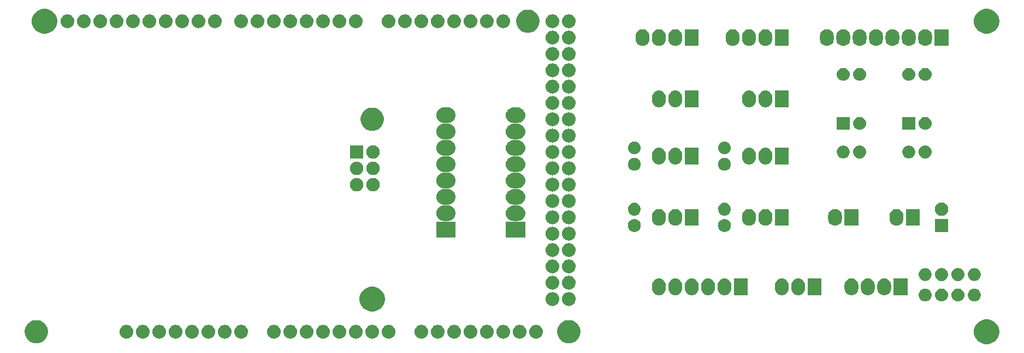
<source format=gts>
G04 #@! TF.GenerationSoftware,KiCad,Pcbnew,(5.0.2)-1*
G04 #@! TF.CreationDate,2019-01-05T13:05:27+01:00*
G04 #@! TF.ProjectId,P300_Arduino_IF,50333030-5f41-4726-9475-696e6f5f4946,rev?*
G04 #@! TF.SameCoordinates,Original*
G04 #@! TF.FileFunction,Soldermask,Top*
G04 #@! TF.FilePolarity,Negative*
%FSLAX46Y46*%
G04 Gerber Fmt 4.6, Leading zero omitted, Abs format (unit mm)*
G04 Created by KiCad (PCBNEW (5.0.2)-1) date 05.01.2019 13:05:27*
%MOMM*%
%LPD*%
G01*
G04 APERTURE LIST*
%ADD10C,0.100000*%
G04 APERTURE END LIST*
D10*
G36*
X238058793Y-117504937D02*
X238413672Y-117651933D01*
X238733054Y-117865337D01*
X239004663Y-118136946D01*
X239218067Y-118456328D01*
X239365063Y-118811207D01*
X239440000Y-119187941D01*
X239440000Y-119572059D01*
X239365063Y-119948793D01*
X239218067Y-120303672D01*
X239004663Y-120623054D01*
X238733054Y-120894663D01*
X238413672Y-121108067D01*
X238058793Y-121255063D01*
X237682059Y-121330000D01*
X237297941Y-121330000D01*
X236921207Y-121255063D01*
X236566328Y-121108067D01*
X236246946Y-120894663D01*
X235975337Y-120623054D01*
X235761933Y-120303672D01*
X235614937Y-119948793D01*
X235540000Y-119572059D01*
X235540000Y-119187941D01*
X235614937Y-118811207D01*
X235761933Y-118456328D01*
X235975337Y-118136946D01*
X236246946Y-117865337D01*
X236566328Y-117651933D01*
X236921207Y-117504937D01*
X237297941Y-117430000D01*
X237682059Y-117430000D01*
X238058793Y-117504937D01*
X238058793Y-117504937D01*
G37*
G36*
X173071163Y-117614587D02*
X173245041Y-117649173D01*
X173572620Y-117784861D01*
X173808152Y-117942238D01*
X173867435Y-117981850D01*
X174118150Y-118232565D01*
X174118151Y-118232567D01*
X174315139Y-118527380D01*
X174432704Y-118811207D01*
X174450827Y-118854960D01*
X174520000Y-119202715D01*
X174520000Y-119557285D01*
X174485414Y-119731162D01*
X174450827Y-119905041D01*
X174315139Y-120232620D01*
X174225086Y-120367393D01*
X174118150Y-120527435D01*
X173867435Y-120778150D01*
X173808152Y-120817762D01*
X173572620Y-120975139D01*
X173245041Y-121110827D01*
X173071162Y-121145414D01*
X172897285Y-121180000D01*
X172542715Y-121180000D01*
X172368838Y-121145414D01*
X172194959Y-121110827D01*
X171867380Y-120975139D01*
X171631848Y-120817762D01*
X171572565Y-120778150D01*
X171321850Y-120527435D01*
X171214914Y-120367393D01*
X171124861Y-120232620D01*
X170989173Y-119905041D01*
X170954586Y-119731162D01*
X170920000Y-119557285D01*
X170920000Y-119202715D01*
X170989173Y-118854960D01*
X171007296Y-118811207D01*
X171124861Y-118527380D01*
X171321849Y-118232567D01*
X171321850Y-118232565D01*
X171572565Y-117981850D01*
X171631848Y-117942238D01*
X171867380Y-117784861D01*
X172194959Y-117649173D01*
X172368837Y-117614587D01*
X172542715Y-117580000D01*
X172897285Y-117580000D01*
X173071163Y-117614587D01*
X173071163Y-117614587D01*
G37*
G36*
X90521163Y-117614587D02*
X90695041Y-117649173D01*
X91022620Y-117784861D01*
X91258152Y-117942238D01*
X91317435Y-117981850D01*
X91568150Y-118232565D01*
X91568151Y-118232567D01*
X91765139Y-118527380D01*
X91882704Y-118811207D01*
X91900827Y-118854960D01*
X91970000Y-119202715D01*
X91970000Y-119557285D01*
X91935414Y-119731162D01*
X91900827Y-119905041D01*
X91765139Y-120232620D01*
X91675086Y-120367393D01*
X91568150Y-120527435D01*
X91317435Y-120778150D01*
X91258152Y-120817762D01*
X91022620Y-120975139D01*
X90695041Y-121110827D01*
X90521162Y-121145414D01*
X90347285Y-121180000D01*
X89992715Y-121180000D01*
X89818838Y-121145414D01*
X89644959Y-121110827D01*
X89317380Y-120975139D01*
X89081848Y-120817762D01*
X89022565Y-120778150D01*
X88771850Y-120527435D01*
X88664914Y-120367393D01*
X88574861Y-120232620D01*
X88439173Y-119905041D01*
X88404586Y-119731162D01*
X88370000Y-119557285D01*
X88370000Y-119202715D01*
X88439173Y-118854960D01*
X88457296Y-118811207D01*
X88574861Y-118527380D01*
X88771849Y-118232567D01*
X88771850Y-118232565D01*
X89022565Y-117981850D01*
X89081848Y-117942238D01*
X89317380Y-117784861D01*
X89644959Y-117649173D01*
X89818837Y-117614587D01*
X89992715Y-117580000D01*
X90347285Y-117580000D01*
X90521163Y-117614587D01*
X90521163Y-117614587D01*
G37*
G36*
X162768502Y-118331789D02*
X162968991Y-118392607D01*
X163153761Y-118491368D01*
X163153763Y-118491370D01*
X163315718Y-118624282D01*
X163426758Y-118759586D01*
X163448632Y-118786239D01*
X163547393Y-118971009D01*
X163608211Y-119171498D01*
X163628746Y-119380000D01*
X163608211Y-119588502D01*
X163547393Y-119788991D01*
X163448632Y-119973761D01*
X163448630Y-119973763D01*
X163315718Y-120135718D01*
X163180414Y-120246758D01*
X163153761Y-120268632D01*
X162968991Y-120367393D01*
X162768502Y-120428211D01*
X162612251Y-120443600D01*
X162507749Y-120443600D01*
X162351498Y-120428211D01*
X162151009Y-120367393D01*
X161966239Y-120268632D01*
X161939586Y-120246758D01*
X161804282Y-120135718D01*
X161671370Y-119973763D01*
X161671368Y-119973761D01*
X161572607Y-119788991D01*
X161511789Y-119588502D01*
X161491254Y-119380000D01*
X161511789Y-119171498D01*
X161572607Y-118971009D01*
X161671368Y-118786239D01*
X161693242Y-118759586D01*
X161804282Y-118624282D01*
X161966237Y-118491370D01*
X161966239Y-118491368D01*
X162151009Y-118392607D01*
X162351498Y-118331789D01*
X162507749Y-118316400D01*
X162612251Y-118316400D01*
X162768502Y-118331789D01*
X162768502Y-118331789D01*
G37*
G36*
X160228502Y-118331789D02*
X160428991Y-118392607D01*
X160613761Y-118491368D01*
X160613763Y-118491370D01*
X160775718Y-118624282D01*
X160886758Y-118759586D01*
X160908632Y-118786239D01*
X161007393Y-118971009D01*
X161068211Y-119171498D01*
X161088746Y-119380000D01*
X161068211Y-119588502D01*
X161007393Y-119788991D01*
X160908632Y-119973761D01*
X160908630Y-119973763D01*
X160775718Y-120135718D01*
X160640414Y-120246758D01*
X160613761Y-120268632D01*
X160428991Y-120367393D01*
X160228502Y-120428211D01*
X160072251Y-120443600D01*
X159967749Y-120443600D01*
X159811498Y-120428211D01*
X159611009Y-120367393D01*
X159426239Y-120268632D01*
X159399586Y-120246758D01*
X159264282Y-120135718D01*
X159131370Y-119973763D01*
X159131368Y-119973761D01*
X159032607Y-119788991D01*
X158971789Y-119588502D01*
X158951254Y-119380000D01*
X158971789Y-119171498D01*
X159032607Y-118971009D01*
X159131368Y-118786239D01*
X159153242Y-118759586D01*
X159264282Y-118624282D01*
X159426237Y-118491370D01*
X159426239Y-118491368D01*
X159611009Y-118392607D01*
X159811498Y-118331789D01*
X159967749Y-118316400D01*
X160072251Y-118316400D01*
X160228502Y-118331789D01*
X160228502Y-118331789D01*
G37*
G36*
X157688502Y-118331789D02*
X157888991Y-118392607D01*
X158073761Y-118491368D01*
X158073763Y-118491370D01*
X158235718Y-118624282D01*
X158346758Y-118759586D01*
X158368632Y-118786239D01*
X158467393Y-118971009D01*
X158528211Y-119171498D01*
X158548746Y-119380000D01*
X158528211Y-119588502D01*
X158467393Y-119788991D01*
X158368632Y-119973761D01*
X158368630Y-119973763D01*
X158235718Y-120135718D01*
X158100414Y-120246758D01*
X158073761Y-120268632D01*
X157888991Y-120367393D01*
X157688502Y-120428211D01*
X157532251Y-120443600D01*
X157427749Y-120443600D01*
X157271498Y-120428211D01*
X157071009Y-120367393D01*
X156886239Y-120268632D01*
X156859586Y-120246758D01*
X156724282Y-120135718D01*
X156591370Y-119973763D01*
X156591368Y-119973761D01*
X156492607Y-119788991D01*
X156431789Y-119588502D01*
X156411254Y-119380000D01*
X156431789Y-119171498D01*
X156492607Y-118971009D01*
X156591368Y-118786239D01*
X156613242Y-118759586D01*
X156724282Y-118624282D01*
X156886237Y-118491370D01*
X156886239Y-118491368D01*
X157071009Y-118392607D01*
X157271498Y-118331789D01*
X157427749Y-118316400D01*
X157532251Y-118316400D01*
X157688502Y-118331789D01*
X157688502Y-118331789D01*
G37*
G36*
X155148502Y-118331789D02*
X155348991Y-118392607D01*
X155533761Y-118491368D01*
X155533763Y-118491370D01*
X155695718Y-118624282D01*
X155806758Y-118759586D01*
X155828632Y-118786239D01*
X155927393Y-118971009D01*
X155988211Y-119171498D01*
X156008746Y-119380000D01*
X155988211Y-119588502D01*
X155927393Y-119788991D01*
X155828632Y-119973761D01*
X155828630Y-119973763D01*
X155695718Y-120135718D01*
X155560414Y-120246758D01*
X155533761Y-120268632D01*
X155348991Y-120367393D01*
X155148502Y-120428211D01*
X154992251Y-120443600D01*
X154887749Y-120443600D01*
X154731498Y-120428211D01*
X154531009Y-120367393D01*
X154346239Y-120268632D01*
X154319586Y-120246758D01*
X154184282Y-120135718D01*
X154051370Y-119973763D01*
X154051368Y-119973761D01*
X153952607Y-119788991D01*
X153891789Y-119588502D01*
X153871254Y-119380000D01*
X153891789Y-119171498D01*
X153952607Y-118971009D01*
X154051368Y-118786239D01*
X154073242Y-118759586D01*
X154184282Y-118624282D01*
X154346237Y-118491370D01*
X154346239Y-118491368D01*
X154531009Y-118392607D01*
X154731498Y-118331789D01*
X154887749Y-118316400D01*
X154992251Y-118316400D01*
X155148502Y-118331789D01*
X155148502Y-118331789D01*
G37*
G36*
X152608502Y-118331789D02*
X152808991Y-118392607D01*
X152993761Y-118491368D01*
X152993763Y-118491370D01*
X153155718Y-118624282D01*
X153266758Y-118759586D01*
X153288632Y-118786239D01*
X153387393Y-118971009D01*
X153448211Y-119171498D01*
X153468746Y-119380000D01*
X153448211Y-119588502D01*
X153387393Y-119788991D01*
X153288632Y-119973761D01*
X153288630Y-119973763D01*
X153155718Y-120135718D01*
X153020414Y-120246758D01*
X152993761Y-120268632D01*
X152808991Y-120367393D01*
X152608502Y-120428211D01*
X152452251Y-120443600D01*
X152347749Y-120443600D01*
X152191498Y-120428211D01*
X151991009Y-120367393D01*
X151806239Y-120268632D01*
X151779586Y-120246758D01*
X151644282Y-120135718D01*
X151511370Y-119973763D01*
X151511368Y-119973761D01*
X151412607Y-119788991D01*
X151351789Y-119588502D01*
X151331254Y-119380000D01*
X151351789Y-119171498D01*
X151412607Y-118971009D01*
X151511368Y-118786239D01*
X151533242Y-118759586D01*
X151644282Y-118624282D01*
X151806237Y-118491370D01*
X151806239Y-118491368D01*
X151991009Y-118392607D01*
X152191498Y-118331789D01*
X152347749Y-118316400D01*
X152452251Y-118316400D01*
X152608502Y-118331789D01*
X152608502Y-118331789D01*
G37*
G36*
X150068502Y-118331789D02*
X150268991Y-118392607D01*
X150453761Y-118491368D01*
X150453763Y-118491370D01*
X150615718Y-118624282D01*
X150726758Y-118759586D01*
X150748632Y-118786239D01*
X150847393Y-118971009D01*
X150908211Y-119171498D01*
X150928746Y-119380000D01*
X150908211Y-119588502D01*
X150847393Y-119788991D01*
X150748632Y-119973761D01*
X150748630Y-119973763D01*
X150615718Y-120135718D01*
X150480414Y-120246758D01*
X150453761Y-120268632D01*
X150268991Y-120367393D01*
X150068502Y-120428211D01*
X149912251Y-120443600D01*
X149807749Y-120443600D01*
X149651498Y-120428211D01*
X149451009Y-120367393D01*
X149266239Y-120268632D01*
X149239586Y-120246758D01*
X149104282Y-120135718D01*
X148971370Y-119973763D01*
X148971368Y-119973761D01*
X148872607Y-119788991D01*
X148811789Y-119588502D01*
X148791254Y-119380000D01*
X148811789Y-119171498D01*
X148872607Y-118971009D01*
X148971368Y-118786239D01*
X148993242Y-118759586D01*
X149104282Y-118624282D01*
X149266237Y-118491370D01*
X149266239Y-118491368D01*
X149451009Y-118392607D01*
X149651498Y-118331789D01*
X149807749Y-118316400D01*
X149912251Y-118316400D01*
X150068502Y-118331789D01*
X150068502Y-118331789D01*
G37*
G36*
X144988502Y-118331789D02*
X145188991Y-118392607D01*
X145373761Y-118491368D01*
X145373763Y-118491370D01*
X145535718Y-118624282D01*
X145646758Y-118759586D01*
X145668632Y-118786239D01*
X145767393Y-118971009D01*
X145828211Y-119171498D01*
X145848746Y-119380000D01*
X145828211Y-119588502D01*
X145767393Y-119788991D01*
X145668632Y-119973761D01*
X145668630Y-119973763D01*
X145535718Y-120135718D01*
X145400414Y-120246758D01*
X145373761Y-120268632D01*
X145188991Y-120367393D01*
X144988502Y-120428211D01*
X144832251Y-120443600D01*
X144727749Y-120443600D01*
X144571498Y-120428211D01*
X144371009Y-120367393D01*
X144186239Y-120268632D01*
X144159586Y-120246758D01*
X144024282Y-120135718D01*
X143891370Y-119973763D01*
X143891368Y-119973761D01*
X143792607Y-119788991D01*
X143731789Y-119588502D01*
X143711254Y-119380000D01*
X143731789Y-119171498D01*
X143792607Y-118971009D01*
X143891368Y-118786239D01*
X143913242Y-118759586D01*
X144024282Y-118624282D01*
X144186237Y-118491370D01*
X144186239Y-118491368D01*
X144371009Y-118392607D01*
X144571498Y-118331789D01*
X144727749Y-118316400D01*
X144832251Y-118316400D01*
X144988502Y-118331789D01*
X144988502Y-118331789D01*
G37*
G36*
X142448502Y-118331789D02*
X142648991Y-118392607D01*
X142833761Y-118491368D01*
X142833763Y-118491370D01*
X142995718Y-118624282D01*
X143106758Y-118759586D01*
X143128632Y-118786239D01*
X143227393Y-118971009D01*
X143288211Y-119171498D01*
X143308746Y-119380000D01*
X143288211Y-119588502D01*
X143227393Y-119788991D01*
X143128632Y-119973761D01*
X143128630Y-119973763D01*
X142995718Y-120135718D01*
X142860414Y-120246758D01*
X142833761Y-120268632D01*
X142648991Y-120367393D01*
X142448502Y-120428211D01*
X142292251Y-120443600D01*
X142187749Y-120443600D01*
X142031498Y-120428211D01*
X141831009Y-120367393D01*
X141646239Y-120268632D01*
X141619586Y-120246758D01*
X141484282Y-120135718D01*
X141351370Y-119973763D01*
X141351368Y-119973761D01*
X141252607Y-119788991D01*
X141191789Y-119588502D01*
X141171254Y-119380000D01*
X141191789Y-119171498D01*
X141252607Y-118971009D01*
X141351368Y-118786239D01*
X141373242Y-118759586D01*
X141484282Y-118624282D01*
X141646237Y-118491370D01*
X141646239Y-118491368D01*
X141831009Y-118392607D01*
X142031498Y-118331789D01*
X142187749Y-118316400D01*
X142292251Y-118316400D01*
X142448502Y-118331789D01*
X142448502Y-118331789D01*
G37*
G36*
X139908502Y-118331789D02*
X140108991Y-118392607D01*
X140293761Y-118491368D01*
X140293763Y-118491370D01*
X140455718Y-118624282D01*
X140566758Y-118759586D01*
X140588632Y-118786239D01*
X140687393Y-118971009D01*
X140748211Y-119171498D01*
X140768746Y-119380000D01*
X140748211Y-119588502D01*
X140687393Y-119788991D01*
X140588632Y-119973761D01*
X140588630Y-119973763D01*
X140455718Y-120135718D01*
X140320414Y-120246758D01*
X140293761Y-120268632D01*
X140108991Y-120367393D01*
X139908502Y-120428211D01*
X139752251Y-120443600D01*
X139647749Y-120443600D01*
X139491498Y-120428211D01*
X139291009Y-120367393D01*
X139106239Y-120268632D01*
X139079586Y-120246758D01*
X138944282Y-120135718D01*
X138811370Y-119973763D01*
X138811368Y-119973761D01*
X138712607Y-119788991D01*
X138651789Y-119588502D01*
X138631254Y-119380000D01*
X138651789Y-119171498D01*
X138712607Y-118971009D01*
X138811368Y-118786239D01*
X138833242Y-118759586D01*
X138944282Y-118624282D01*
X139106237Y-118491370D01*
X139106239Y-118491368D01*
X139291009Y-118392607D01*
X139491498Y-118331789D01*
X139647749Y-118316400D01*
X139752251Y-118316400D01*
X139908502Y-118331789D01*
X139908502Y-118331789D01*
G37*
G36*
X137368502Y-118331789D02*
X137568991Y-118392607D01*
X137753761Y-118491368D01*
X137753763Y-118491370D01*
X137915718Y-118624282D01*
X138026758Y-118759586D01*
X138048632Y-118786239D01*
X138147393Y-118971009D01*
X138208211Y-119171498D01*
X138228746Y-119380000D01*
X138208211Y-119588502D01*
X138147393Y-119788991D01*
X138048632Y-119973761D01*
X138048630Y-119973763D01*
X137915718Y-120135718D01*
X137780414Y-120246758D01*
X137753761Y-120268632D01*
X137568991Y-120367393D01*
X137368502Y-120428211D01*
X137212251Y-120443600D01*
X137107749Y-120443600D01*
X136951498Y-120428211D01*
X136751009Y-120367393D01*
X136566239Y-120268632D01*
X136539586Y-120246758D01*
X136404282Y-120135718D01*
X136271370Y-119973763D01*
X136271368Y-119973761D01*
X136172607Y-119788991D01*
X136111789Y-119588502D01*
X136091254Y-119380000D01*
X136111789Y-119171498D01*
X136172607Y-118971009D01*
X136271368Y-118786239D01*
X136293242Y-118759586D01*
X136404282Y-118624282D01*
X136566237Y-118491370D01*
X136566239Y-118491368D01*
X136751009Y-118392607D01*
X136951498Y-118331789D01*
X137107749Y-118316400D01*
X137212251Y-118316400D01*
X137368502Y-118331789D01*
X137368502Y-118331789D01*
G37*
G36*
X134828502Y-118331789D02*
X135028991Y-118392607D01*
X135213761Y-118491368D01*
X135213763Y-118491370D01*
X135375718Y-118624282D01*
X135486758Y-118759586D01*
X135508632Y-118786239D01*
X135607393Y-118971009D01*
X135668211Y-119171498D01*
X135688746Y-119380000D01*
X135668211Y-119588502D01*
X135607393Y-119788991D01*
X135508632Y-119973761D01*
X135508630Y-119973763D01*
X135375718Y-120135718D01*
X135240414Y-120246758D01*
X135213761Y-120268632D01*
X135028991Y-120367393D01*
X134828502Y-120428211D01*
X134672251Y-120443600D01*
X134567749Y-120443600D01*
X134411498Y-120428211D01*
X134211009Y-120367393D01*
X134026239Y-120268632D01*
X133999586Y-120246758D01*
X133864282Y-120135718D01*
X133731370Y-119973763D01*
X133731368Y-119973761D01*
X133632607Y-119788991D01*
X133571789Y-119588502D01*
X133551254Y-119380000D01*
X133571789Y-119171498D01*
X133632607Y-118971009D01*
X133731368Y-118786239D01*
X133753242Y-118759586D01*
X133864282Y-118624282D01*
X134026237Y-118491370D01*
X134026239Y-118491368D01*
X134211009Y-118392607D01*
X134411498Y-118331789D01*
X134567749Y-118316400D01*
X134672251Y-118316400D01*
X134828502Y-118331789D01*
X134828502Y-118331789D01*
G37*
G36*
X165308502Y-118331789D02*
X165508991Y-118392607D01*
X165693761Y-118491368D01*
X165693763Y-118491370D01*
X165855718Y-118624282D01*
X165966758Y-118759586D01*
X165988632Y-118786239D01*
X166087393Y-118971009D01*
X166148211Y-119171498D01*
X166168746Y-119380000D01*
X166148211Y-119588502D01*
X166087393Y-119788991D01*
X165988632Y-119973761D01*
X165988630Y-119973763D01*
X165855718Y-120135718D01*
X165720414Y-120246758D01*
X165693761Y-120268632D01*
X165508991Y-120367393D01*
X165308502Y-120428211D01*
X165152251Y-120443600D01*
X165047749Y-120443600D01*
X164891498Y-120428211D01*
X164691009Y-120367393D01*
X164506239Y-120268632D01*
X164479586Y-120246758D01*
X164344282Y-120135718D01*
X164211370Y-119973763D01*
X164211368Y-119973761D01*
X164112607Y-119788991D01*
X164051789Y-119588502D01*
X164031254Y-119380000D01*
X164051789Y-119171498D01*
X164112607Y-118971009D01*
X164211368Y-118786239D01*
X164233242Y-118759586D01*
X164344282Y-118624282D01*
X164506237Y-118491370D01*
X164506239Y-118491368D01*
X164691009Y-118392607D01*
X164891498Y-118331789D01*
X165047749Y-118316400D01*
X165152251Y-118316400D01*
X165308502Y-118331789D01*
X165308502Y-118331789D01*
G37*
G36*
X104348502Y-118331789D02*
X104548991Y-118392607D01*
X104733761Y-118491368D01*
X104733763Y-118491370D01*
X104895718Y-118624282D01*
X105006758Y-118759586D01*
X105028632Y-118786239D01*
X105127393Y-118971009D01*
X105188211Y-119171498D01*
X105208746Y-119380000D01*
X105188211Y-119588502D01*
X105127393Y-119788991D01*
X105028632Y-119973761D01*
X105028630Y-119973763D01*
X104895718Y-120135718D01*
X104760414Y-120246758D01*
X104733761Y-120268632D01*
X104548991Y-120367393D01*
X104348502Y-120428211D01*
X104192251Y-120443600D01*
X104087749Y-120443600D01*
X103931498Y-120428211D01*
X103731009Y-120367393D01*
X103546239Y-120268632D01*
X103519586Y-120246758D01*
X103384282Y-120135718D01*
X103251370Y-119973763D01*
X103251368Y-119973761D01*
X103152607Y-119788991D01*
X103091789Y-119588502D01*
X103071254Y-119380000D01*
X103091789Y-119171498D01*
X103152607Y-118971009D01*
X103251368Y-118786239D01*
X103273242Y-118759586D01*
X103384282Y-118624282D01*
X103546237Y-118491370D01*
X103546239Y-118491368D01*
X103731009Y-118392607D01*
X103931498Y-118331789D01*
X104087749Y-118316400D01*
X104192251Y-118316400D01*
X104348502Y-118331789D01*
X104348502Y-118331789D01*
G37*
G36*
X132288502Y-118331789D02*
X132488991Y-118392607D01*
X132673761Y-118491368D01*
X132673763Y-118491370D01*
X132835718Y-118624282D01*
X132946758Y-118759586D01*
X132968632Y-118786239D01*
X133067393Y-118971009D01*
X133128211Y-119171498D01*
X133148746Y-119380000D01*
X133128211Y-119588502D01*
X133067393Y-119788991D01*
X132968632Y-119973761D01*
X132968630Y-119973763D01*
X132835718Y-120135718D01*
X132700414Y-120246758D01*
X132673761Y-120268632D01*
X132488991Y-120367393D01*
X132288502Y-120428211D01*
X132132251Y-120443600D01*
X132027749Y-120443600D01*
X131871498Y-120428211D01*
X131671009Y-120367393D01*
X131486239Y-120268632D01*
X131459586Y-120246758D01*
X131324282Y-120135718D01*
X131191370Y-119973763D01*
X131191368Y-119973761D01*
X131092607Y-119788991D01*
X131031789Y-119588502D01*
X131011254Y-119380000D01*
X131031789Y-119171498D01*
X131092607Y-118971009D01*
X131191368Y-118786239D01*
X131213242Y-118759586D01*
X131324282Y-118624282D01*
X131486237Y-118491370D01*
X131486239Y-118491368D01*
X131671009Y-118392607D01*
X131871498Y-118331789D01*
X132027749Y-118316400D01*
X132132251Y-118316400D01*
X132288502Y-118331789D01*
X132288502Y-118331789D01*
G37*
G36*
X127208502Y-118331789D02*
X127408991Y-118392607D01*
X127593761Y-118491368D01*
X127593763Y-118491370D01*
X127755718Y-118624282D01*
X127866758Y-118759586D01*
X127888632Y-118786239D01*
X127987393Y-118971009D01*
X128048211Y-119171498D01*
X128068746Y-119380000D01*
X128048211Y-119588502D01*
X127987393Y-119788991D01*
X127888632Y-119973761D01*
X127888630Y-119973763D01*
X127755718Y-120135718D01*
X127620414Y-120246758D01*
X127593761Y-120268632D01*
X127408991Y-120367393D01*
X127208502Y-120428211D01*
X127052251Y-120443600D01*
X126947749Y-120443600D01*
X126791498Y-120428211D01*
X126591009Y-120367393D01*
X126406239Y-120268632D01*
X126379586Y-120246758D01*
X126244282Y-120135718D01*
X126111370Y-119973763D01*
X126111368Y-119973761D01*
X126012607Y-119788991D01*
X125951789Y-119588502D01*
X125931254Y-119380000D01*
X125951789Y-119171498D01*
X126012607Y-118971009D01*
X126111368Y-118786239D01*
X126133242Y-118759586D01*
X126244282Y-118624282D01*
X126406237Y-118491370D01*
X126406239Y-118491368D01*
X126591009Y-118392607D01*
X126791498Y-118331789D01*
X126947749Y-118316400D01*
X127052251Y-118316400D01*
X127208502Y-118331789D01*
X127208502Y-118331789D01*
G37*
G36*
X122128502Y-118331789D02*
X122328991Y-118392607D01*
X122513761Y-118491368D01*
X122513763Y-118491370D01*
X122675718Y-118624282D01*
X122786758Y-118759586D01*
X122808632Y-118786239D01*
X122907393Y-118971009D01*
X122968211Y-119171498D01*
X122988746Y-119380000D01*
X122968211Y-119588502D01*
X122907393Y-119788991D01*
X122808632Y-119973761D01*
X122808630Y-119973763D01*
X122675718Y-120135718D01*
X122540414Y-120246758D01*
X122513761Y-120268632D01*
X122328991Y-120367393D01*
X122128502Y-120428211D01*
X121972251Y-120443600D01*
X121867749Y-120443600D01*
X121711498Y-120428211D01*
X121511009Y-120367393D01*
X121326239Y-120268632D01*
X121299586Y-120246758D01*
X121164282Y-120135718D01*
X121031370Y-119973763D01*
X121031368Y-119973761D01*
X120932607Y-119788991D01*
X120871789Y-119588502D01*
X120851254Y-119380000D01*
X120871789Y-119171498D01*
X120932607Y-118971009D01*
X121031368Y-118786239D01*
X121053242Y-118759586D01*
X121164282Y-118624282D01*
X121326237Y-118491370D01*
X121326239Y-118491368D01*
X121511009Y-118392607D01*
X121711498Y-118331789D01*
X121867749Y-118316400D01*
X121972251Y-118316400D01*
X122128502Y-118331789D01*
X122128502Y-118331789D01*
G37*
G36*
X119588502Y-118331789D02*
X119788991Y-118392607D01*
X119973761Y-118491368D01*
X119973763Y-118491370D01*
X120135718Y-118624282D01*
X120246758Y-118759586D01*
X120268632Y-118786239D01*
X120367393Y-118971009D01*
X120428211Y-119171498D01*
X120448746Y-119380000D01*
X120428211Y-119588502D01*
X120367393Y-119788991D01*
X120268632Y-119973761D01*
X120268630Y-119973763D01*
X120135718Y-120135718D01*
X120000414Y-120246758D01*
X119973761Y-120268632D01*
X119788991Y-120367393D01*
X119588502Y-120428211D01*
X119432251Y-120443600D01*
X119327749Y-120443600D01*
X119171498Y-120428211D01*
X118971009Y-120367393D01*
X118786239Y-120268632D01*
X118759586Y-120246758D01*
X118624282Y-120135718D01*
X118491370Y-119973763D01*
X118491368Y-119973761D01*
X118392607Y-119788991D01*
X118331789Y-119588502D01*
X118311254Y-119380000D01*
X118331789Y-119171498D01*
X118392607Y-118971009D01*
X118491368Y-118786239D01*
X118513242Y-118759586D01*
X118624282Y-118624282D01*
X118786237Y-118491370D01*
X118786239Y-118491368D01*
X118971009Y-118392607D01*
X119171498Y-118331789D01*
X119327749Y-118316400D01*
X119432251Y-118316400D01*
X119588502Y-118331789D01*
X119588502Y-118331789D01*
G37*
G36*
X117048502Y-118331789D02*
X117248991Y-118392607D01*
X117433761Y-118491368D01*
X117433763Y-118491370D01*
X117595718Y-118624282D01*
X117706758Y-118759586D01*
X117728632Y-118786239D01*
X117827393Y-118971009D01*
X117888211Y-119171498D01*
X117908746Y-119380000D01*
X117888211Y-119588502D01*
X117827393Y-119788991D01*
X117728632Y-119973761D01*
X117728630Y-119973763D01*
X117595718Y-120135718D01*
X117460414Y-120246758D01*
X117433761Y-120268632D01*
X117248991Y-120367393D01*
X117048502Y-120428211D01*
X116892251Y-120443600D01*
X116787749Y-120443600D01*
X116631498Y-120428211D01*
X116431009Y-120367393D01*
X116246239Y-120268632D01*
X116219586Y-120246758D01*
X116084282Y-120135718D01*
X115951370Y-119973763D01*
X115951368Y-119973761D01*
X115852607Y-119788991D01*
X115791789Y-119588502D01*
X115771254Y-119380000D01*
X115791789Y-119171498D01*
X115852607Y-118971009D01*
X115951368Y-118786239D01*
X115973242Y-118759586D01*
X116084282Y-118624282D01*
X116246237Y-118491370D01*
X116246239Y-118491368D01*
X116431009Y-118392607D01*
X116631498Y-118331789D01*
X116787749Y-118316400D01*
X116892251Y-118316400D01*
X117048502Y-118331789D01*
X117048502Y-118331789D01*
G37*
G36*
X111968502Y-118331789D02*
X112168991Y-118392607D01*
X112353761Y-118491368D01*
X112353763Y-118491370D01*
X112515718Y-118624282D01*
X112626758Y-118759586D01*
X112648632Y-118786239D01*
X112747393Y-118971009D01*
X112808211Y-119171498D01*
X112828746Y-119380000D01*
X112808211Y-119588502D01*
X112747393Y-119788991D01*
X112648632Y-119973761D01*
X112648630Y-119973763D01*
X112515718Y-120135718D01*
X112380414Y-120246758D01*
X112353761Y-120268632D01*
X112168991Y-120367393D01*
X111968502Y-120428211D01*
X111812251Y-120443600D01*
X111707749Y-120443600D01*
X111551498Y-120428211D01*
X111351009Y-120367393D01*
X111166239Y-120268632D01*
X111139586Y-120246758D01*
X111004282Y-120135718D01*
X110871370Y-119973763D01*
X110871368Y-119973761D01*
X110772607Y-119788991D01*
X110711789Y-119588502D01*
X110691254Y-119380000D01*
X110711789Y-119171498D01*
X110772607Y-118971009D01*
X110871368Y-118786239D01*
X110893242Y-118759586D01*
X111004282Y-118624282D01*
X111166237Y-118491370D01*
X111166239Y-118491368D01*
X111351009Y-118392607D01*
X111551498Y-118331789D01*
X111707749Y-118316400D01*
X111812251Y-118316400D01*
X111968502Y-118331789D01*
X111968502Y-118331789D01*
G37*
G36*
X129748502Y-118331789D02*
X129948991Y-118392607D01*
X130133761Y-118491368D01*
X130133763Y-118491370D01*
X130295718Y-118624282D01*
X130406758Y-118759586D01*
X130428632Y-118786239D01*
X130527393Y-118971009D01*
X130588211Y-119171498D01*
X130608746Y-119380000D01*
X130588211Y-119588502D01*
X130527393Y-119788991D01*
X130428632Y-119973761D01*
X130428630Y-119973763D01*
X130295718Y-120135718D01*
X130160414Y-120246758D01*
X130133761Y-120268632D01*
X129948991Y-120367393D01*
X129748502Y-120428211D01*
X129592251Y-120443600D01*
X129487749Y-120443600D01*
X129331498Y-120428211D01*
X129131009Y-120367393D01*
X128946239Y-120268632D01*
X128919586Y-120246758D01*
X128784282Y-120135718D01*
X128651370Y-119973763D01*
X128651368Y-119973761D01*
X128552607Y-119788991D01*
X128491789Y-119588502D01*
X128471254Y-119380000D01*
X128491789Y-119171498D01*
X128552607Y-118971009D01*
X128651368Y-118786239D01*
X128673242Y-118759586D01*
X128784282Y-118624282D01*
X128946237Y-118491370D01*
X128946239Y-118491368D01*
X129131009Y-118392607D01*
X129331498Y-118331789D01*
X129487749Y-118316400D01*
X129592251Y-118316400D01*
X129748502Y-118331789D01*
X129748502Y-118331789D01*
G37*
G36*
X167848502Y-118331789D02*
X168048991Y-118392607D01*
X168233761Y-118491368D01*
X168233763Y-118491370D01*
X168395718Y-118624282D01*
X168506758Y-118759586D01*
X168528632Y-118786239D01*
X168627393Y-118971009D01*
X168688211Y-119171498D01*
X168708746Y-119380000D01*
X168688211Y-119588502D01*
X168627393Y-119788991D01*
X168528632Y-119973761D01*
X168528630Y-119973763D01*
X168395718Y-120135718D01*
X168260414Y-120246758D01*
X168233761Y-120268632D01*
X168048991Y-120367393D01*
X167848502Y-120428211D01*
X167692251Y-120443600D01*
X167587749Y-120443600D01*
X167431498Y-120428211D01*
X167231009Y-120367393D01*
X167046239Y-120268632D01*
X167019586Y-120246758D01*
X166884282Y-120135718D01*
X166751370Y-119973763D01*
X166751368Y-119973761D01*
X166652607Y-119788991D01*
X166591789Y-119588502D01*
X166571254Y-119380000D01*
X166591789Y-119171498D01*
X166652607Y-118971009D01*
X166751368Y-118786239D01*
X166773242Y-118759586D01*
X166884282Y-118624282D01*
X167046237Y-118491370D01*
X167046239Y-118491368D01*
X167231009Y-118392607D01*
X167431498Y-118331789D01*
X167587749Y-118316400D01*
X167692251Y-118316400D01*
X167848502Y-118331789D01*
X167848502Y-118331789D01*
G37*
G36*
X109428502Y-118331789D02*
X109628991Y-118392607D01*
X109813761Y-118491368D01*
X109813763Y-118491370D01*
X109975718Y-118624282D01*
X110086758Y-118759586D01*
X110108632Y-118786239D01*
X110207393Y-118971009D01*
X110268211Y-119171498D01*
X110288746Y-119380000D01*
X110268211Y-119588502D01*
X110207393Y-119788991D01*
X110108632Y-119973761D01*
X110108630Y-119973763D01*
X109975718Y-120135718D01*
X109840414Y-120246758D01*
X109813761Y-120268632D01*
X109628991Y-120367393D01*
X109428502Y-120428211D01*
X109272251Y-120443600D01*
X109167749Y-120443600D01*
X109011498Y-120428211D01*
X108811009Y-120367393D01*
X108626239Y-120268632D01*
X108599586Y-120246758D01*
X108464282Y-120135718D01*
X108331370Y-119973763D01*
X108331368Y-119973761D01*
X108232607Y-119788991D01*
X108171789Y-119588502D01*
X108151254Y-119380000D01*
X108171789Y-119171498D01*
X108232607Y-118971009D01*
X108331368Y-118786239D01*
X108353242Y-118759586D01*
X108464282Y-118624282D01*
X108626237Y-118491370D01*
X108626239Y-118491368D01*
X108811009Y-118392607D01*
X109011498Y-118331789D01*
X109167749Y-118316400D01*
X109272251Y-118316400D01*
X109428502Y-118331789D01*
X109428502Y-118331789D01*
G37*
G36*
X114508502Y-118331789D02*
X114708991Y-118392607D01*
X114893761Y-118491368D01*
X114893763Y-118491370D01*
X115055718Y-118624282D01*
X115166758Y-118759586D01*
X115188632Y-118786239D01*
X115287393Y-118971009D01*
X115348211Y-119171498D01*
X115368746Y-119380000D01*
X115348211Y-119588502D01*
X115287393Y-119788991D01*
X115188632Y-119973761D01*
X115188630Y-119973763D01*
X115055718Y-120135718D01*
X114920414Y-120246758D01*
X114893761Y-120268632D01*
X114708991Y-120367393D01*
X114508502Y-120428211D01*
X114352251Y-120443600D01*
X114247749Y-120443600D01*
X114091498Y-120428211D01*
X113891009Y-120367393D01*
X113706239Y-120268632D01*
X113679586Y-120246758D01*
X113544282Y-120135718D01*
X113411370Y-119973763D01*
X113411368Y-119973761D01*
X113312607Y-119788991D01*
X113251789Y-119588502D01*
X113231254Y-119380000D01*
X113251789Y-119171498D01*
X113312607Y-118971009D01*
X113411368Y-118786239D01*
X113433242Y-118759586D01*
X113544282Y-118624282D01*
X113706237Y-118491370D01*
X113706239Y-118491368D01*
X113891009Y-118392607D01*
X114091498Y-118331789D01*
X114247749Y-118316400D01*
X114352251Y-118316400D01*
X114508502Y-118331789D01*
X114508502Y-118331789D01*
G37*
G36*
X106888502Y-118331789D02*
X107088991Y-118392607D01*
X107273761Y-118491368D01*
X107273763Y-118491370D01*
X107435718Y-118624282D01*
X107546758Y-118759586D01*
X107568632Y-118786239D01*
X107667393Y-118971009D01*
X107728211Y-119171498D01*
X107748746Y-119380000D01*
X107728211Y-119588502D01*
X107667393Y-119788991D01*
X107568632Y-119973761D01*
X107568630Y-119973763D01*
X107435718Y-120135718D01*
X107300414Y-120246758D01*
X107273761Y-120268632D01*
X107088991Y-120367393D01*
X106888502Y-120428211D01*
X106732251Y-120443600D01*
X106627749Y-120443600D01*
X106471498Y-120428211D01*
X106271009Y-120367393D01*
X106086239Y-120268632D01*
X106059586Y-120246758D01*
X105924282Y-120135718D01*
X105791370Y-119973763D01*
X105791368Y-119973761D01*
X105692607Y-119788991D01*
X105631789Y-119588502D01*
X105611254Y-119380000D01*
X105631789Y-119171498D01*
X105692607Y-118971009D01*
X105791368Y-118786239D01*
X105813242Y-118759586D01*
X105924282Y-118624282D01*
X106086237Y-118491370D01*
X106086239Y-118491368D01*
X106271009Y-118392607D01*
X106471498Y-118331789D01*
X106627749Y-118316400D01*
X106732251Y-118316400D01*
X106888502Y-118331789D01*
X106888502Y-118331789D01*
G37*
G36*
X142808793Y-112424937D02*
X143163672Y-112571933D01*
X143483054Y-112785337D01*
X143754663Y-113056946D01*
X143968067Y-113376328D01*
X144115063Y-113731207D01*
X144190000Y-114107941D01*
X144190000Y-114492059D01*
X144115063Y-114868793D01*
X143968067Y-115223672D01*
X143754663Y-115543054D01*
X143483054Y-115814663D01*
X143163672Y-116028067D01*
X142808793Y-116175063D01*
X142432059Y-116250000D01*
X142047941Y-116250000D01*
X141671207Y-116175063D01*
X141316328Y-116028067D01*
X140996946Y-115814663D01*
X140725337Y-115543054D01*
X140511933Y-115223672D01*
X140364937Y-114868793D01*
X140290000Y-114492059D01*
X140290000Y-114107941D01*
X140364937Y-113731207D01*
X140511933Y-113376328D01*
X140725337Y-113056946D01*
X140996946Y-112785337D01*
X141316328Y-112571933D01*
X141671207Y-112424937D01*
X142047941Y-112350000D01*
X142432059Y-112350000D01*
X142808793Y-112424937D01*
X142808793Y-112424937D01*
G37*
G36*
X172928502Y-113251789D02*
X173128991Y-113312607D01*
X173313761Y-113411368D01*
X173313763Y-113411370D01*
X173475718Y-113544282D01*
X173574788Y-113665000D01*
X173608632Y-113706239D01*
X173707393Y-113891009D01*
X173768211Y-114091498D01*
X173788746Y-114300000D01*
X173768211Y-114508502D01*
X173707393Y-114708991D01*
X173608632Y-114893761D01*
X173608630Y-114893763D01*
X173475718Y-115055718D01*
X173340414Y-115166758D01*
X173313761Y-115188632D01*
X173128991Y-115287393D01*
X172928502Y-115348211D01*
X172772251Y-115363600D01*
X172667749Y-115363600D01*
X172511498Y-115348211D01*
X172311009Y-115287393D01*
X172126239Y-115188632D01*
X172099586Y-115166758D01*
X171964282Y-115055718D01*
X171831370Y-114893763D01*
X171831368Y-114893761D01*
X171732607Y-114708991D01*
X171671789Y-114508502D01*
X171651254Y-114300000D01*
X171671789Y-114091498D01*
X171732607Y-113891009D01*
X171831368Y-113706239D01*
X171865212Y-113665000D01*
X171964282Y-113544282D01*
X172126237Y-113411370D01*
X172126239Y-113411368D01*
X172311009Y-113312607D01*
X172511498Y-113251789D01*
X172667749Y-113236400D01*
X172772251Y-113236400D01*
X172928502Y-113251789D01*
X172928502Y-113251789D01*
G37*
G36*
X170388502Y-113251789D02*
X170588991Y-113312607D01*
X170773761Y-113411368D01*
X170773763Y-113411370D01*
X170935718Y-113544282D01*
X171034788Y-113665000D01*
X171068632Y-113706239D01*
X171167393Y-113891009D01*
X171228211Y-114091498D01*
X171248746Y-114300000D01*
X171228211Y-114508502D01*
X171167393Y-114708991D01*
X171068632Y-114893761D01*
X171068630Y-114893763D01*
X170935718Y-115055718D01*
X170800414Y-115166758D01*
X170773761Y-115188632D01*
X170588991Y-115287393D01*
X170388502Y-115348211D01*
X170232251Y-115363600D01*
X170127749Y-115363600D01*
X169971498Y-115348211D01*
X169771009Y-115287393D01*
X169586239Y-115188632D01*
X169559586Y-115166758D01*
X169424282Y-115055718D01*
X169291370Y-114893763D01*
X169291368Y-114893761D01*
X169192607Y-114708991D01*
X169131789Y-114508502D01*
X169111254Y-114300000D01*
X169131789Y-114091498D01*
X169192607Y-113891009D01*
X169291368Y-113706239D01*
X169325212Y-113665000D01*
X169424282Y-113544282D01*
X169586237Y-113411370D01*
X169586239Y-113411368D01*
X169771009Y-113312607D01*
X169971498Y-113251789D01*
X170127749Y-113236400D01*
X170232251Y-113236400D01*
X170388502Y-113251789D01*
X170388502Y-113251789D01*
G37*
G36*
X235876688Y-112703428D02*
X235982828Y-112747393D01*
X236058678Y-112778811D01*
X236125709Y-112823600D01*
X236222465Y-112888250D01*
X236361750Y-113027535D01*
X236361751Y-113027537D01*
X236471189Y-113191322D01*
X236502414Y-113266705D01*
X236546572Y-113373312D01*
X236585000Y-113566507D01*
X236585000Y-113763493D01*
X236546572Y-113956688D01*
X236508113Y-114049535D01*
X236471189Y-114138678D01*
X236398395Y-114247622D01*
X236361750Y-114302465D01*
X236222465Y-114441750D01*
X236167622Y-114478395D01*
X236058678Y-114551189D01*
X235983295Y-114582414D01*
X235876688Y-114626572D01*
X235683493Y-114665000D01*
X235486507Y-114665000D01*
X235293312Y-114626572D01*
X235186705Y-114582414D01*
X235111322Y-114551189D01*
X235002378Y-114478395D01*
X234947535Y-114441750D01*
X234808250Y-114302465D01*
X234771605Y-114247622D01*
X234698811Y-114138678D01*
X234661887Y-114049535D01*
X234623428Y-113956688D01*
X234585000Y-113763493D01*
X234585000Y-113566507D01*
X234623428Y-113373312D01*
X234667586Y-113266705D01*
X234698811Y-113191322D01*
X234808249Y-113027537D01*
X234808250Y-113027535D01*
X234947535Y-112888250D01*
X235044291Y-112823600D01*
X235111322Y-112778811D01*
X235187172Y-112747393D01*
X235293312Y-112703428D01*
X235486507Y-112665000D01*
X235683493Y-112665000D01*
X235876688Y-112703428D01*
X235876688Y-112703428D01*
G37*
G36*
X230701034Y-112679469D02*
X230889535Y-112736650D01*
X231063259Y-112829508D01*
X231215528Y-112954472D01*
X231340492Y-113106741D01*
X231433350Y-113280465D01*
X231490531Y-113468966D01*
X231509838Y-113665000D01*
X231490531Y-113861034D01*
X231433350Y-114049535D01*
X231340492Y-114223259D01*
X231215528Y-114375528D01*
X231063259Y-114500492D01*
X230889535Y-114593350D01*
X230701034Y-114650531D01*
X230554124Y-114665000D01*
X230455876Y-114665000D01*
X230308966Y-114650531D01*
X230120465Y-114593350D01*
X229946741Y-114500492D01*
X229794472Y-114375528D01*
X229669508Y-114223259D01*
X229576650Y-114049535D01*
X229519469Y-113861034D01*
X229500162Y-113665000D01*
X229519469Y-113468966D01*
X229576650Y-113280465D01*
X229669508Y-113106741D01*
X229794472Y-112954472D01*
X229946741Y-112829508D01*
X230120465Y-112736650D01*
X230308966Y-112679469D01*
X230455876Y-112665000D01*
X230554124Y-112665000D01*
X230701034Y-112679469D01*
X230701034Y-112679469D01*
G37*
G36*
X233241034Y-112679469D02*
X233429535Y-112736650D01*
X233603259Y-112829508D01*
X233755528Y-112954472D01*
X233880492Y-113106741D01*
X233973350Y-113280465D01*
X234030531Y-113468966D01*
X234049838Y-113665000D01*
X234030531Y-113861034D01*
X233973350Y-114049535D01*
X233880492Y-114223259D01*
X233755528Y-114375528D01*
X233603259Y-114500492D01*
X233429535Y-114593350D01*
X233241034Y-114650531D01*
X233094124Y-114665000D01*
X232995876Y-114665000D01*
X232848966Y-114650531D01*
X232660465Y-114593350D01*
X232486741Y-114500492D01*
X232334472Y-114375528D01*
X232209508Y-114223259D01*
X232116650Y-114049535D01*
X232059469Y-113861034D01*
X232040162Y-113665000D01*
X232059469Y-113468966D01*
X232116650Y-113280465D01*
X232209508Y-113106741D01*
X232334472Y-112954472D01*
X232486741Y-112829508D01*
X232660465Y-112736650D01*
X232848966Y-112679469D01*
X232995876Y-112665000D01*
X233094124Y-112665000D01*
X233241034Y-112679469D01*
X233241034Y-112679469D01*
G37*
G36*
X228256688Y-112703428D02*
X228362828Y-112747393D01*
X228438678Y-112778811D01*
X228505709Y-112823600D01*
X228602465Y-112888250D01*
X228741750Y-113027535D01*
X228741751Y-113027537D01*
X228851189Y-113191322D01*
X228882414Y-113266705D01*
X228926572Y-113373312D01*
X228965000Y-113566507D01*
X228965000Y-113763493D01*
X228926572Y-113956688D01*
X228888113Y-114049535D01*
X228851189Y-114138678D01*
X228778395Y-114247622D01*
X228741750Y-114302465D01*
X228602465Y-114441750D01*
X228547622Y-114478395D01*
X228438678Y-114551189D01*
X228363295Y-114582414D01*
X228256688Y-114626572D01*
X228063493Y-114665000D01*
X227866507Y-114665000D01*
X227673312Y-114626572D01*
X227566705Y-114582414D01*
X227491322Y-114551189D01*
X227382378Y-114478395D01*
X227327535Y-114441750D01*
X227188250Y-114302465D01*
X227151605Y-114247622D01*
X227078811Y-114138678D01*
X227041887Y-114049535D01*
X227003428Y-113956688D01*
X226965000Y-113763493D01*
X226965000Y-113566507D01*
X227003428Y-113373312D01*
X227047586Y-113266705D01*
X227078811Y-113191322D01*
X227188249Y-113027537D01*
X227188250Y-113027535D01*
X227327535Y-112888250D01*
X227424291Y-112823600D01*
X227491322Y-112778811D01*
X227567172Y-112747393D01*
X227673312Y-112703428D01*
X227866507Y-112665000D01*
X228063493Y-112665000D01*
X228256688Y-112703428D01*
X228256688Y-112703428D01*
G37*
G36*
X197059757Y-111110482D02*
X197106700Y-111124722D01*
X197261452Y-111171665D01*
X197447337Y-111271023D01*
X197610265Y-111404735D01*
X197743977Y-111567663D01*
X197843335Y-111753549D01*
X197890278Y-111908301D01*
X197904518Y-111955243D01*
X197904518Y-111955245D01*
X197920000Y-112112436D01*
X197920000Y-112677565D01*
X197913123Y-112747393D01*
X197907133Y-112808211D01*
X197904518Y-112834756D01*
X197843335Y-113036452D01*
X197743977Y-113222337D01*
X197610265Y-113385265D01*
X197447337Y-113518977D01*
X197261451Y-113618335D01*
X197107615Y-113665000D01*
X197059756Y-113679518D01*
X196850000Y-113700177D01*
X196640243Y-113679518D01*
X196592384Y-113665000D01*
X196438548Y-113618335D01*
X196252663Y-113518977D01*
X196089735Y-113385265D01*
X195956023Y-113222337D01*
X195856665Y-113036451D01*
X195809722Y-112881699D01*
X195795482Y-112834756D01*
X195785820Y-112736651D01*
X195780000Y-112677564D01*
X195780000Y-112112435D01*
X195795482Y-111955244D01*
X195856665Y-111753548D01*
X195956024Y-111567663D01*
X196089736Y-111404735D01*
X196252664Y-111271023D01*
X196438549Y-111171665D01*
X196593301Y-111124722D01*
X196640244Y-111110482D01*
X196850000Y-111089823D01*
X197059757Y-111110482D01*
X197059757Y-111110482D01*
G37*
G36*
X186899757Y-111110482D02*
X186946700Y-111124722D01*
X187101452Y-111171665D01*
X187287337Y-111271023D01*
X187450265Y-111404735D01*
X187583977Y-111567663D01*
X187683335Y-111753549D01*
X187730278Y-111908301D01*
X187744518Y-111955243D01*
X187744518Y-111955245D01*
X187760000Y-112112436D01*
X187760000Y-112677565D01*
X187753123Y-112747393D01*
X187747133Y-112808211D01*
X187744518Y-112834756D01*
X187683335Y-113036452D01*
X187583977Y-113222337D01*
X187450265Y-113385265D01*
X187287337Y-113518977D01*
X187101451Y-113618335D01*
X186947615Y-113665000D01*
X186899756Y-113679518D01*
X186690000Y-113700177D01*
X186480243Y-113679518D01*
X186432384Y-113665000D01*
X186278548Y-113618335D01*
X186092663Y-113518977D01*
X185929735Y-113385265D01*
X185796023Y-113222337D01*
X185696665Y-113036451D01*
X185649722Y-112881699D01*
X185635482Y-112834756D01*
X185625820Y-112736651D01*
X185620000Y-112677564D01*
X185620000Y-112112435D01*
X185635482Y-111955244D01*
X185696665Y-111753548D01*
X185796024Y-111567663D01*
X185929736Y-111404735D01*
X186092664Y-111271023D01*
X186278549Y-111171665D01*
X186433301Y-111124722D01*
X186480244Y-111110482D01*
X186690000Y-111089823D01*
X186899757Y-111110482D01*
X186899757Y-111110482D01*
G37*
G36*
X189439757Y-111110482D02*
X189486700Y-111124722D01*
X189641452Y-111171665D01*
X189827337Y-111271023D01*
X189990265Y-111404735D01*
X190123977Y-111567663D01*
X190223335Y-111753549D01*
X190270278Y-111908301D01*
X190284518Y-111955243D01*
X190284518Y-111955245D01*
X190300000Y-112112436D01*
X190300000Y-112677565D01*
X190293123Y-112747393D01*
X190287133Y-112808211D01*
X190284518Y-112834756D01*
X190223335Y-113036452D01*
X190123977Y-113222337D01*
X189990265Y-113385265D01*
X189827337Y-113518977D01*
X189641451Y-113618335D01*
X189487615Y-113665000D01*
X189439756Y-113679518D01*
X189230000Y-113700177D01*
X189020243Y-113679518D01*
X188972384Y-113665000D01*
X188818548Y-113618335D01*
X188632663Y-113518977D01*
X188469735Y-113385265D01*
X188336023Y-113222337D01*
X188236665Y-113036451D01*
X188189722Y-112881699D01*
X188175482Y-112834756D01*
X188165820Y-112736651D01*
X188160000Y-112677564D01*
X188160000Y-112112435D01*
X188175482Y-111955244D01*
X188236665Y-111753548D01*
X188336024Y-111567663D01*
X188469736Y-111404735D01*
X188632664Y-111271023D01*
X188818549Y-111171665D01*
X188973301Y-111124722D01*
X189020244Y-111110482D01*
X189230000Y-111089823D01*
X189439757Y-111110482D01*
X189439757Y-111110482D01*
G37*
G36*
X191979757Y-111110482D02*
X192026700Y-111124722D01*
X192181452Y-111171665D01*
X192367337Y-111271023D01*
X192530265Y-111404735D01*
X192663977Y-111567663D01*
X192763335Y-111753549D01*
X192810278Y-111908301D01*
X192824518Y-111955243D01*
X192824518Y-111955245D01*
X192840000Y-112112436D01*
X192840000Y-112677565D01*
X192833123Y-112747393D01*
X192827133Y-112808211D01*
X192824518Y-112834756D01*
X192763335Y-113036452D01*
X192663977Y-113222337D01*
X192530265Y-113385265D01*
X192367337Y-113518977D01*
X192181451Y-113618335D01*
X192027615Y-113665000D01*
X191979756Y-113679518D01*
X191770000Y-113700177D01*
X191560243Y-113679518D01*
X191512384Y-113665000D01*
X191358548Y-113618335D01*
X191172663Y-113518977D01*
X191009735Y-113385265D01*
X190876023Y-113222337D01*
X190776665Y-113036451D01*
X190729722Y-112881699D01*
X190715482Y-112834756D01*
X190705820Y-112736651D01*
X190700000Y-112677564D01*
X190700000Y-112112435D01*
X190715482Y-111955244D01*
X190776665Y-111753548D01*
X190876024Y-111567663D01*
X191009736Y-111404735D01*
X191172664Y-111271023D01*
X191358549Y-111171665D01*
X191513301Y-111124722D01*
X191560244Y-111110482D01*
X191770000Y-111089823D01*
X191979757Y-111110482D01*
X191979757Y-111110482D01*
G37*
G36*
X194519757Y-111110482D02*
X194566700Y-111124722D01*
X194721452Y-111171665D01*
X194907337Y-111271023D01*
X195070265Y-111404735D01*
X195203977Y-111567663D01*
X195303335Y-111753549D01*
X195350278Y-111908301D01*
X195364518Y-111955243D01*
X195364518Y-111955245D01*
X195380000Y-112112436D01*
X195380000Y-112677565D01*
X195373123Y-112747393D01*
X195367133Y-112808211D01*
X195364518Y-112834756D01*
X195303335Y-113036452D01*
X195203977Y-113222337D01*
X195070265Y-113385265D01*
X194907337Y-113518977D01*
X194721451Y-113618335D01*
X194567615Y-113665000D01*
X194519756Y-113679518D01*
X194310000Y-113700177D01*
X194100243Y-113679518D01*
X194052384Y-113665000D01*
X193898548Y-113618335D01*
X193712663Y-113518977D01*
X193549735Y-113385265D01*
X193416023Y-113222337D01*
X193316665Y-113036451D01*
X193269722Y-112881699D01*
X193255482Y-112834756D01*
X193245820Y-112736651D01*
X193240000Y-112677564D01*
X193240000Y-112112435D01*
X193255482Y-111955244D01*
X193316665Y-111753548D01*
X193416024Y-111567663D01*
X193549736Y-111404735D01*
X193712664Y-111271023D01*
X193898549Y-111171665D01*
X194053301Y-111124722D01*
X194100244Y-111110482D01*
X194310000Y-111089823D01*
X194519757Y-111110482D01*
X194519757Y-111110482D01*
G37*
G36*
X208489757Y-111110482D02*
X208536700Y-111124722D01*
X208691452Y-111171665D01*
X208877337Y-111271023D01*
X209040265Y-111404735D01*
X209173977Y-111567663D01*
X209273335Y-111753549D01*
X209320278Y-111908301D01*
X209334518Y-111955243D01*
X209334518Y-111955245D01*
X209350000Y-112112436D01*
X209350000Y-112677565D01*
X209343123Y-112747393D01*
X209337133Y-112808211D01*
X209334518Y-112834756D01*
X209273335Y-113036452D01*
X209173977Y-113222337D01*
X209040265Y-113385265D01*
X208877337Y-113518977D01*
X208691451Y-113618335D01*
X208537615Y-113665000D01*
X208489756Y-113679518D01*
X208280000Y-113700177D01*
X208070243Y-113679518D01*
X208022384Y-113665000D01*
X207868548Y-113618335D01*
X207682663Y-113518977D01*
X207519735Y-113385265D01*
X207386023Y-113222337D01*
X207286665Y-113036451D01*
X207239722Y-112881699D01*
X207225482Y-112834756D01*
X207215820Y-112736651D01*
X207210000Y-112677564D01*
X207210000Y-112112435D01*
X207225482Y-111955244D01*
X207286665Y-111753548D01*
X207386024Y-111567663D01*
X207519736Y-111404735D01*
X207682664Y-111271023D01*
X207868549Y-111171665D01*
X208023301Y-111124722D01*
X208070244Y-111110482D01*
X208280000Y-111089823D01*
X208489757Y-111110482D01*
X208489757Y-111110482D01*
G37*
G36*
X205949757Y-111110482D02*
X205996700Y-111124722D01*
X206151452Y-111171665D01*
X206337337Y-111271023D01*
X206500265Y-111404735D01*
X206633977Y-111567663D01*
X206733335Y-111753549D01*
X206780278Y-111908301D01*
X206794518Y-111955243D01*
X206794518Y-111955245D01*
X206810000Y-112112436D01*
X206810000Y-112677565D01*
X206803123Y-112747393D01*
X206797133Y-112808211D01*
X206794518Y-112834756D01*
X206733335Y-113036452D01*
X206633977Y-113222337D01*
X206500265Y-113385265D01*
X206337337Y-113518977D01*
X206151451Y-113618335D01*
X205997615Y-113665000D01*
X205949756Y-113679518D01*
X205740000Y-113700177D01*
X205530243Y-113679518D01*
X205482384Y-113665000D01*
X205328548Y-113618335D01*
X205142663Y-113518977D01*
X204979735Y-113385265D01*
X204846023Y-113222337D01*
X204746665Y-113036451D01*
X204699722Y-112881699D01*
X204685482Y-112834756D01*
X204675820Y-112736651D01*
X204670000Y-112677564D01*
X204670000Y-112112435D01*
X204685482Y-111955244D01*
X204746665Y-111753548D01*
X204846024Y-111567663D01*
X204979736Y-111404735D01*
X205142664Y-111271023D01*
X205328549Y-111171665D01*
X205483301Y-111124722D01*
X205530244Y-111110482D01*
X205740000Y-111089823D01*
X205949757Y-111110482D01*
X205949757Y-111110482D01*
G37*
G36*
X221824757Y-111110482D02*
X221871700Y-111124722D01*
X222026452Y-111171665D01*
X222212337Y-111271023D01*
X222375265Y-111404735D01*
X222508977Y-111567663D01*
X222608335Y-111753549D01*
X222655278Y-111908301D01*
X222669518Y-111955243D01*
X222669518Y-111955245D01*
X222685000Y-112112436D01*
X222685000Y-112677565D01*
X222678123Y-112747393D01*
X222672133Y-112808211D01*
X222669518Y-112834756D01*
X222608335Y-113036452D01*
X222508977Y-113222337D01*
X222375265Y-113385265D01*
X222212337Y-113518977D01*
X222026451Y-113618335D01*
X221872615Y-113665000D01*
X221824756Y-113679518D01*
X221615000Y-113700177D01*
X221405243Y-113679518D01*
X221357384Y-113665000D01*
X221203548Y-113618335D01*
X221017663Y-113518977D01*
X220854735Y-113385265D01*
X220721023Y-113222337D01*
X220621665Y-113036451D01*
X220574722Y-112881699D01*
X220560482Y-112834756D01*
X220550820Y-112736651D01*
X220545000Y-112677564D01*
X220545000Y-112112435D01*
X220560482Y-111955244D01*
X220621665Y-111753548D01*
X220721024Y-111567663D01*
X220854736Y-111404735D01*
X221017664Y-111271023D01*
X221203549Y-111171665D01*
X221358301Y-111124722D01*
X221405244Y-111110482D01*
X221615000Y-111089823D01*
X221824757Y-111110482D01*
X221824757Y-111110482D01*
G37*
G36*
X219284757Y-111110482D02*
X219331700Y-111124722D01*
X219486452Y-111171665D01*
X219672337Y-111271023D01*
X219835265Y-111404735D01*
X219968977Y-111567663D01*
X220068335Y-111753549D01*
X220115278Y-111908301D01*
X220129518Y-111955243D01*
X220129518Y-111955245D01*
X220145000Y-112112436D01*
X220145000Y-112677565D01*
X220138123Y-112747393D01*
X220132133Y-112808211D01*
X220129518Y-112834756D01*
X220068335Y-113036452D01*
X219968977Y-113222337D01*
X219835265Y-113385265D01*
X219672337Y-113518977D01*
X219486451Y-113618335D01*
X219332615Y-113665000D01*
X219284756Y-113679518D01*
X219075000Y-113700177D01*
X218865243Y-113679518D01*
X218817384Y-113665000D01*
X218663548Y-113618335D01*
X218477663Y-113518977D01*
X218314735Y-113385265D01*
X218181023Y-113222337D01*
X218081665Y-113036451D01*
X218034722Y-112881699D01*
X218020482Y-112834756D01*
X218010820Y-112736651D01*
X218005000Y-112677564D01*
X218005000Y-112112435D01*
X218020482Y-111955244D01*
X218081665Y-111753548D01*
X218181024Y-111567663D01*
X218314736Y-111404735D01*
X218477664Y-111271023D01*
X218663549Y-111171665D01*
X218818301Y-111124722D01*
X218865244Y-111110482D01*
X219075000Y-111089823D01*
X219284757Y-111110482D01*
X219284757Y-111110482D01*
G37*
G36*
X216744757Y-111110482D02*
X216791700Y-111124722D01*
X216946452Y-111171665D01*
X217132337Y-111271023D01*
X217295265Y-111404735D01*
X217428977Y-111567663D01*
X217528335Y-111753549D01*
X217575278Y-111908301D01*
X217589518Y-111955243D01*
X217589518Y-111955245D01*
X217605000Y-112112436D01*
X217605000Y-112677565D01*
X217598123Y-112747393D01*
X217592133Y-112808211D01*
X217589518Y-112834756D01*
X217528335Y-113036452D01*
X217428977Y-113222337D01*
X217295265Y-113385265D01*
X217132337Y-113518977D01*
X216946451Y-113618335D01*
X216792615Y-113665000D01*
X216744756Y-113679518D01*
X216535000Y-113700177D01*
X216325243Y-113679518D01*
X216277384Y-113665000D01*
X216123548Y-113618335D01*
X215937663Y-113518977D01*
X215774735Y-113385265D01*
X215641023Y-113222337D01*
X215541665Y-113036451D01*
X215494722Y-112881699D01*
X215480482Y-112834756D01*
X215470820Y-112736651D01*
X215465000Y-112677564D01*
X215465000Y-112112435D01*
X215480482Y-111955244D01*
X215541665Y-111753548D01*
X215641024Y-111567663D01*
X215774736Y-111404735D01*
X215937664Y-111271023D01*
X216123549Y-111171665D01*
X216278301Y-111124722D01*
X216325244Y-111110482D01*
X216535000Y-111089823D01*
X216744757Y-111110482D01*
X216744757Y-111110482D01*
G37*
G36*
X200460000Y-113695000D02*
X198320000Y-113695000D01*
X198320000Y-111095000D01*
X200460000Y-111095000D01*
X200460000Y-113695000D01*
X200460000Y-113695000D01*
G37*
G36*
X225225000Y-113695000D02*
X223085000Y-113695000D01*
X223085000Y-111095000D01*
X225225000Y-111095000D01*
X225225000Y-113695000D01*
X225225000Y-113695000D01*
G37*
G36*
X211890000Y-113695000D02*
X209750000Y-113695000D01*
X209750000Y-111095000D01*
X211890000Y-111095000D01*
X211890000Y-113695000D01*
X211890000Y-113695000D01*
G37*
G36*
X170388502Y-110711789D02*
X170588991Y-110772607D01*
X170773761Y-110871368D01*
X170773763Y-110871370D01*
X170935718Y-111004282D01*
X171022873Y-111110482D01*
X171068632Y-111166239D01*
X171167393Y-111351009D01*
X171228211Y-111551498D01*
X171248746Y-111760000D01*
X171228211Y-111968502D01*
X171167393Y-112168991D01*
X171068632Y-112353761D01*
X171068630Y-112353763D01*
X170935718Y-112515718D01*
X170800414Y-112626758D01*
X170773761Y-112648632D01*
X170588991Y-112747393D01*
X170388502Y-112808211D01*
X170232251Y-112823600D01*
X170127749Y-112823600D01*
X169971498Y-112808211D01*
X169771009Y-112747393D01*
X169586239Y-112648632D01*
X169559586Y-112626758D01*
X169424282Y-112515718D01*
X169291370Y-112353763D01*
X169291368Y-112353761D01*
X169192607Y-112168991D01*
X169131789Y-111968502D01*
X169111254Y-111760000D01*
X169131789Y-111551498D01*
X169192607Y-111351009D01*
X169291368Y-111166239D01*
X169337127Y-111110482D01*
X169424282Y-111004282D01*
X169586237Y-110871370D01*
X169586239Y-110871368D01*
X169771009Y-110772607D01*
X169971498Y-110711789D01*
X170127749Y-110696400D01*
X170232251Y-110696400D01*
X170388502Y-110711789D01*
X170388502Y-110711789D01*
G37*
G36*
X172928502Y-110711789D02*
X173128991Y-110772607D01*
X173313761Y-110871368D01*
X173313763Y-110871370D01*
X173475718Y-111004282D01*
X173562873Y-111110482D01*
X173608632Y-111166239D01*
X173707393Y-111351009D01*
X173768211Y-111551498D01*
X173788746Y-111760000D01*
X173768211Y-111968502D01*
X173707393Y-112168991D01*
X173608632Y-112353761D01*
X173608630Y-112353763D01*
X173475718Y-112515718D01*
X173340414Y-112626758D01*
X173313761Y-112648632D01*
X173128991Y-112747393D01*
X172928502Y-112808211D01*
X172772251Y-112823600D01*
X172667749Y-112823600D01*
X172511498Y-112808211D01*
X172311009Y-112747393D01*
X172126239Y-112648632D01*
X172099586Y-112626758D01*
X171964282Y-112515718D01*
X171831370Y-112353763D01*
X171831368Y-112353761D01*
X171732607Y-112168991D01*
X171671789Y-111968502D01*
X171651254Y-111760000D01*
X171671789Y-111551498D01*
X171732607Y-111351009D01*
X171831368Y-111166239D01*
X171877127Y-111110482D01*
X171964282Y-111004282D01*
X172126237Y-110871370D01*
X172126239Y-110871368D01*
X172311009Y-110772607D01*
X172511498Y-110711789D01*
X172667749Y-110696400D01*
X172772251Y-110696400D01*
X172928502Y-110711789D01*
X172928502Y-110711789D01*
G37*
G36*
X235876688Y-109528428D02*
X235983295Y-109572586D01*
X236058678Y-109603811D01*
X236096362Y-109628991D01*
X236222465Y-109713250D01*
X236361750Y-109852535D01*
X236361751Y-109852537D01*
X236471189Y-110016322D01*
X236471189Y-110016323D01*
X236546572Y-110198312D01*
X236585000Y-110391507D01*
X236585000Y-110588493D01*
X236546572Y-110781688D01*
X236509425Y-110871368D01*
X236471189Y-110963678D01*
X236398395Y-111072622D01*
X236361750Y-111127465D01*
X236222465Y-111266750D01*
X236216070Y-111271023D01*
X236058678Y-111376189D01*
X235983295Y-111407414D01*
X235876688Y-111451572D01*
X235683493Y-111490000D01*
X235486507Y-111490000D01*
X235293312Y-111451572D01*
X235186705Y-111407414D01*
X235111322Y-111376189D01*
X234953930Y-111271023D01*
X234947535Y-111266750D01*
X234808250Y-111127465D01*
X234771605Y-111072622D01*
X234698811Y-110963678D01*
X234660575Y-110871368D01*
X234623428Y-110781688D01*
X234585000Y-110588493D01*
X234585000Y-110391507D01*
X234623428Y-110198312D01*
X234698811Y-110016323D01*
X234698811Y-110016322D01*
X234808249Y-109852537D01*
X234808250Y-109852535D01*
X234947535Y-109713250D01*
X235073638Y-109628991D01*
X235111322Y-109603811D01*
X235186705Y-109572586D01*
X235293312Y-109528428D01*
X235486507Y-109490000D01*
X235683493Y-109490000D01*
X235876688Y-109528428D01*
X235876688Y-109528428D01*
G37*
G36*
X228256688Y-109528428D02*
X228363295Y-109572586D01*
X228438678Y-109603811D01*
X228476362Y-109628991D01*
X228602465Y-109713250D01*
X228741750Y-109852535D01*
X228741751Y-109852537D01*
X228851189Y-110016322D01*
X228851189Y-110016323D01*
X228926572Y-110198312D01*
X228965000Y-110391507D01*
X228965000Y-110588493D01*
X228926572Y-110781688D01*
X228889425Y-110871368D01*
X228851189Y-110963678D01*
X228778395Y-111072622D01*
X228741750Y-111127465D01*
X228602465Y-111266750D01*
X228596070Y-111271023D01*
X228438678Y-111376189D01*
X228363295Y-111407414D01*
X228256688Y-111451572D01*
X228063493Y-111490000D01*
X227866507Y-111490000D01*
X227673312Y-111451572D01*
X227566705Y-111407414D01*
X227491322Y-111376189D01*
X227333930Y-111271023D01*
X227327535Y-111266750D01*
X227188250Y-111127465D01*
X227151605Y-111072622D01*
X227078811Y-110963678D01*
X227040575Y-110871368D01*
X227003428Y-110781688D01*
X226965000Y-110588493D01*
X226965000Y-110391507D01*
X227003428Y-110198312D01*
X227078811Y-110016323D01*
X227078811Y-110016322D01*
X227188249Y-109852537D01*
X227188250Y-109852535D01*
X227327535Y-109713250D01*
X227453638Y-109628991D01*
X227491322Y-109603811D01*
X227566705Y-109572586D01*
X227673312Y-109528428D01*
X227866507Y-109490000D01*
X228063493Y-109490000D01*
X228256688Y-109528428D01*
X228256688Y-109528428D01*
G37*
G36*
X230701034Y-109504469D02*
X230889535Y-109561650D01*
X231063259Y-109654508D01*
X231215528Y-109779472D01*
X231340492Y-109931741D01*
X231433350Y-110105465D01*
X231490531Y-110293966D01*
X231509838Y-110490000D01*
X231490531Y-110686034D01*
X231433350Y-110874535D01*
X231340492Y-111048259D01*
X231215528Y-111200528D01*
X231063259Y-111325492D01*
X230889535Y-111418350D01*
X230701034Y-111475531D01*
X230554124Y-111490000D01*
X230455876Y-111490000D01*
X230308966Y-111475531D01*
X230120465Y-111418350D01*
X229946741Y-111325492D01*
X229794472Y-111200528D01*
X229669508Y-111048259D01*
X229576650Y-110874535D01*
X229519469Y-110686034D01*
X229500162Y-110490000D01*
X229519469Y-110293966D01*
X229576650Y-110105465D01*
X229669508Y-109931741D01*
X229794472Y-109779472D01*
X229946741Y-109654508D01*
X230120465Y-109561650D01*
X230308966Y-109504469D01*
X230455876Y-109490000D01*
X230554124Y-109490000D01*
X230701034Y-109504469D01*
X230701034Y-109504469D01*
G37*
G36*
X233241034Y-109504469D02*
X233429535Y-109561650D01*
X233603259Y-109654508D01*
X233755528Y-109779472D01*
X233880492Y-109931741D01*
X233973350Y-110105465D01*
X234030531Y-110293966D01*
X234049838Y-110490000D01*
X234030531Y-110686034D01*
X233973350Y-110874535D01*
X233880492Y-111048259D01*
X233755528Y-111200528D01*
X233603259Y-111325492D01*
X233429535Y-111418350D01*
X233241034Y-111475531D01*
X233094124Y-111490000D01*
X232995876Y-111490000D01*
X232848966Y-111475531D01*
X232660465Y-111418350D01*
X232486741Y-111325492D01*
X232334472Y-111200528D01*
X232209508Y-111048259D01*
X232116650Y-110874535D01*
X232059469Y-110686034D01*
X232040162Y-110490000D01*
X232059469Y-110293966D01*
X232116650Y-110105465D01*
X232209508Y-109931741D01*
X232334472Y-109779472D01*
X232486741Y-109654508D01*
X232660465Y-109561650D01*
X232848966Y-109504469D01*
X232995876Y-109490000D01*
X233094124Y-109490000D01*
X233241034Y-109504469D01*
X233241034Y-109504469D01*
G37*
G36*
X170388502Y-108171789D02*
X170588991Y-108232607D01*
X170773761Y-108331368D01*
X170773763Y-108331370D01*
X170935718Y-108464282D01*
X171046758Y-108599586D01*
X171068632Y-108626239D01*
X171167393Y-108811009D01*
X171228211Y-109011498D01*
X171248746Y-109220000D01*
X171228211Y-109428502D01*
X171167393Y-109628991D01*
X171068632Y-109813761D01*
X171068630Y-109813763D01*
X170935718Y-109975718D01*
X170800414Y-110086758D01*
X170773761Y-110108632D01*
X170588991Y-110207393D01*
X170388502Y-110268211D01*
X170232251Y-110283600D01*
X170127749Y-110283600D01*
X169971498Y-110268211D01*
X169771009Y-110207393D01*
X169586239Y-110108632D01*
X169559586Y-110086758D01*
X169424282Y-109975718D01*
X169291370Y-109813763D01*
X169291368Y-109813761D01*
X169192607Y-109628991D01*
X169131789Y-109428502D01*
X169111254Y-109220000D01*
X169131789Y-109011498D01*
X169192607Y-108811009D01*
X169291368Y-108626239D01*
X169313242Y-108599586D01*
X169424282Y-108464282D01*
X169586237Y-108331370D01*
X169586239Y-108331368D01*
X169771009Y-108232607D01*
X169971498Y-108171789D01*
X170127749Y-108156400D01*
X170232251Y-108156400D01*
X170388502Y-108171789D01*
X170388502Y-108171789D01*
G37*
G36*
X172928502Y-108171789D02*
X173128991Y-108232607D01*
X173313761Y-108331368D01*
X173313763Y-108331370D01*
X173475718Y-108464282D01*
X173586758Y-108599586D01*
X173608632Y-108626239D01*
X173707393Y-108811009D01*
X173768211Y-109011498D01*
X173788746Y-109220000D01*
X173768211Y-109428502D01*
X173707393Y-109628991D01*
X173608632Y-109813761D01*
X173608630Y-109813763D01*
X173475718Y-109975718D01*
X173340414Y-110086758D01*
X173313761Y-110108632D01*
X173128991Y-110207393D01*
X172928502Y-110268211D01*
X172772251Y-110283600D01*
X172667749Y-110283600D01*
X172511498Y-110268211D01*
X172311009Y-110207393D01*
X172126239Y-110108632D01*
X172099586Y-110086758D01*
X171964282Y-109975718D01*
X171831370Y-109813763D01*
X171831368Y-109813761D01*
X171732607Y-109628991D01*
X171671789Y-109428502D01*
X171651254Y-109220000D01*
X171671789Y-109011498D01*
X171732607Y-108811009D01*
X171831368Y-108626239D01*
X171853242Y-108599586D01*
X171964282Y-108464282D01*
X172126237Y-108331370D01*
X172126239Y-108331368D01*
X172311009Y-108232607D01*
X172511498Y-108171789D01*
X172667749Y-108156400D01*
X172772251Y-108156400D01*
X172928502Y-108171789D01*
X172928502Y-108171789D01*
G37*
G36*
X170388502Y-105631789D02*
X170588991Y-105692607D01*
X170773761Y-105791368D01*
X170773763Y-105791370D01*
X170935718Y-105924282D01*
X171046758Y-106059586D01*
X171068632Y-106086239D01*
X171167393Y-106271009D01*
X171228211Y-106471498D01*
X171248746Y-106680000D01*
X171228211Y-106888502D01*
X171167393Y-107088991D01*
X171068632Y-107273761D01*
X171068630Y-107273763D01*
X170935718Y-107435718D01*
X170800414Y-107546758D01*
X170773761Y-107568632D01*
X170588991Y-107667393D01*
X170388502Y-107728211D01*
X170232251Y-107743600D01*
X170127749Y-107743600D01*
X169971498Y-107728211D01*
X169771009Y-107667393D01*
X169586239Y-107568632D01*
X169559586Y-107546758D01*
X169424282Y-107435718D01*
X169291370Y-107273763D01*
X169291368Y-107273761D01*
X169192607Y-107088991D01*
X169131789Y-106888502D01*
X169111254Y-106680000D01*
X169131789Y-106471498D01*
X169192607Y-106271009D01*
X169291368Y-106086239D01*
X169313242Y-106059586D01*
X169424282Y-105924282D01*
X169586237Y-105791370D01*
X169586239Y-105791368D01*
X169771009Y-105692607D01*
X169971498Y-105631789D01*
X170127749Y-105616400D01*
X170232251Y-105616400D01*
X170388502Y-105631789D01*
X170388502Y-105631789D01*
G37*
G36*
X172928502Y-105631789D02*
X173128991Y-105692607D01*
X173313761Y-105791368D01*
X173313763Y-105791370D01*
X173475718Y-105924282D01*
X173586758Y-106059586D01*
X173608632Y-106086239D01*
X173707393Y-106271009D01*
X173768211Y-106471498D01*
X173788746Y-106680000D01*
X173768211Y-106888502D01*
X173707393Y-107088991D01*
X173608632Y-107273761D01*
X173608630Y-107273763D01*
X173475718Y-107435718D01*
X173340414Y-107546758D01*
X173313761Y-107568632D01*
X173128991Y-107667393D01*
X172928502Y-107728211D01*
X172772251Y-107743600D01*
X172667749Y-107743600D01*
X172511498Y-107728211D01*
X172311009Y-107667393D01*
X172126239Y-107568632D01*
X172099586Y-107546758D01*
X171964282Y-107435718D01*
X171831370Y-107273763D01*
X171831368Y-107273761D01*
X171732607Y-107088991D01*
X171671789Y-106888502D01*
X171651254Y-106680000D01*
X171671789Y-106471498D01*
X171732607Y-106271009D01*
X171831368Y-106086239D01*
X171853242Y-106059586D01*
X171964282Y-105924282D01*
X172126237Y-105791370D01*
X172126239Y-105791368D01*
X172311009Y-105692607D01*
X172511498Y-105631789D01*
X172667749Y-105616400D01*
X172772251Y-105616400D01*
X172928502Y-105631789D01*
X172928502Y-105631789D01*
G37*
G36*
X172928502Y-103091789D02*
X173128991Y-103152607D01*
X173313761Y-103251368D01*
X173313763Y-103251370D01*
X173475718Y-103384282D01*
X173576809Y-103507463D01*
X173608632Y-103546239D01*
X173707393Y-103731009D01*
X173768211Y-103931498D01*
X173788746Y-104140000D01*
X173768211Y-104348502D01*
X173707393Y-104548991D01*
X173608632Y-104733761D01*
X173608630Y-104733763D01*
X173475718Y-104895718D01*
X173340414Y-105006758D01*
X173313761Y-105028632D01*
X173128991Y-105127393D01*
X172928502Y-105188211D01*
X172772251Y-105203600D01*
X172667749Y-105203600D01*
X172511498Y-105188211D01*
X172311009Y-105127393D01*
X172126239Y-105028632D01*
X172099586Y-105006758D01*
X171964282Y-104895718D01*
X171831370Y-104733763D01*
X171831368Y-104733761D01*
X171732607Y-104548991D01*
X171671789Y-104348502D01*
X171651254Y-104140000D01*
X171671789Y-103931498D01*
X171732607Y-103731009D01*
X171831368Y-103546239D01*
X171863191Y-103507463D01*
X171964282Y-103384282D01*
X172126237Y-103251370D01*
X172126239Y-103251368D01*
X172311009Y-103152607D01*
X172511498Y-103091789D01*
X172667749Y-103076400D01*
X172772251Y-103076400D01*
X172928502Y-103091789D01*
X172928502Y-103091789D01*
G37*
G36*
X170388502Y-103091789D02*
X170588991Y-103152607D01*
X170773761Y-103251368D01*
X170773763Y-103251370D01*
X170935718Y-103384282D01*
X171036809Y-103507463D01*
X171068632Y-103546239D01*
X171167393Y-103731009D01*
X171228211Y-103931498D01*
X171248746Y-104140000D01*
X171228211Y-104348502D01*
X171167393Y-104548991D01*
X171068632Y-104733761D01*
X171068630Y-104733763D01*
X170935718Y-104895718D01*
X170800414Y-105006758D01*
X170773761Y-105028632D01*
X170588991Y-105127393D01*
X170388502Y-105188211D01*
X170232251Y-105203600D01*
X170127749Y-105203600D01*
X169971498Y-105188211D01*
X169771009Y-105127393D01*
X169586239Y-105028632D01*
X169559586Y-105006758D01*
X169424282Y-104895718D01*
X169291370Y-104733763D01*
X169291368Y-104733761D01*
X169192607Y-104548991D01*
X169131789Y-104348502D01*
X169111254Y-104140000D01*
X169131789Y-103931498D01*
X169192607Y-103731009D01*
X169291368Y-103546239D01*
X169323191Y-103507463D01*
X169424282Y-103384282D01*
X169586237Y-103251370D01*
X169586239Y-103251368D01*
X169771009Y-103152607D01*
X169971498Y-103091789D01*
X170127749Y-103076400D01*
X170232251Y-103076400D01*
X170388502Y-103091789D01*
X170388502Y-103091789D01*
G37*
G36*
X165965000Y-104705000D02*
X162965000Y-104705000D01*
X162965000Y-102305000D01*
X165965000Y-102305000D01*
X165965000Y-104705000D01*
X165965000Y-104705000D01*
G37*
G36*
X155170000Y-104705000D02*
X152170000Y-104705000D01*
X152170000Y-102305000D01*
X155170000Y-102305000D01*
X155170000Y-104705000D01*
X155170000Y-104705000D01*
G37*
G36*
X231555000Y-103920000D02*
X229455000Y-103920000D01*
X229455000Y-101820000D01*
X231555000Y-101820000D01*
X231555000Y-103920000D01*
X231555000Y-103920000D01*
G37*
G36*
X183171688Y-101908428D02*
X183278295Y-101952586D01*
X183353678Y-101983811D01*
X183391362Y-102008991D01*
X183517465Y-102093250D01*
X183656750Y-102232535D01*
X183656751Y-102232537D01*
X183766189Y-102396322D01*
X183766189Y-102396323D01*
X183841572Y-102578312D01*
X183880000Y-102771507D01*
X183880000Y-102968493D01*
X183841572Y-103161688D01*
X183804425Y-103251368D01*
X183766189Y-103343678D01*
X183693395Y-103452622D01*
X183656750Y-103507465D01*
X183517465Y-103646750D01*
X183462622Y-103683395D01*
X183353678Y-103756189D01*
X183278295Y-103787414D01*
X183171688Y-103831572D01*
X182978493Y-103870000D01*
X182781507Y-103870000D01*
X182588312Y-103831572D01*
X182481705Y-103787414D01*
X182406322Y-103756189D01*
X182297378Y-103683395D01*
X182242535Y-103646750D01*
X182103250Y-103507465D01*
X182066605Y-103452622D01*
X181993811Y-103343678D01*
X181955575Y-103251368D01*
X181918428Y-103161688D01*
X181880000Y-102968493D01*
X181880000Y-102771507D01*
X181918428Y-102578312D01*
X181993811Y-102396323D01*
X181993811Y-102396322D01*
X182103249Y-102232537D01*
X182103250Y-102232535D01*
X182242535Y-102093250D01*
X182368638Y-102008991D01*
X182406322Y-101983811D01*
X182481705Y-101952586D01*
X182588312Y-101908428D01*
X182781507Y-101870000D01*
X182978493Y-101870000D01*
X183171688Y-101908428D01*
X183171688Y-101908428D01*
G37*
G36*
X197141688Y-101908428D02*
X197248295Y-101952586D01*
X197323678Y-101983811D01*
X197361362Y-102008991D01*
X197487465Y-102093250D01*
X197626750Y-102232535D01*
X197626751Y-102232537D01*
X197736189Y-102396322D01*
X197736189Y-102396323D01*
X197811572Y-102578312D01*
X197850000Y-102771507D01*
X197850000Y-102968493D01*
X197811572Y-103161688D01*
X197774425Y-103251368D01*
X197736189Y-103343678D01*
X197663395Y-103452622D01*
X197626750Y-103507465D01*
X197487465Y-103646750D01*
X197432622Y-103683395D01*
X197323678Y-103756189D01*
X197248295Y-103787414D01*
X197141688Y-103831572D01*
X196948493Y-103870000D01*
X196751507Y-103870000D01*
X196558312Y-103831572D01*
X196451705Y-103787414D01*
X196376322Y-103756189D01*
X196267378Y-103683395D01*
X196212535Y-103646750D01*
X196073250Y-103507465D01*
X196036605Y-103452622D01*
X195963811Y-103343678D01*
X195925575Y-103251368D01*
X195888428Y-103161688D01*
X195850000Y-102968493D01*
X195850000Y-102771507D01*
X195888428Y-102578312D01*
X195963811Y-102396323D01*
X195963811Y-102396322D01*
X196073249Y-102232537D01*
X196073250Y-102232535D01*
X196212535Y-102093250D01*
X196338638Y-102008991D01*
X196376322Y-101983811D01*
X196451705Y-101952586D01*
X196558312Y-101908428D01*
X196751507Y-101870000D01*
X196948493Y-101870000D01*
X197141688Y-101908428D01*
X197141688Y-101908428D01*
G37*
G36*
X189439757Y-100315482D02*
X189486700Y-100329722D01*
X189641452Y-100376665D01*
X189827337Y-100476023D01*
X189990265Y-100609735D01*
X190123977Y-100772663D01*
X190223335Y-100958549D01*
X190258979Y-101076054D01*
X190284518Y-101160244D01*
X190292259Y-101238841D01*
X190300000Y-101317436D01*
X190300000Y-101882565D01*
X190284518Y-102039756D01*
X190223335Y-102241452D01*
X190123977Y-102427337D01*
X189990265Y-102590265D01*
X189827337Y-102723977D01*
X189641451Y-102823335D01*
X189486699Y-102870278D01*
X189439756Y-102884518D01*
X189230000Y-102905177D01*
X189020243Y-102884518D01*
X188973300Y-102870278D01*
X188818548Y-102823335D01*
X188632663Y-102723977D01*
X188469735Y-102590265D01*
X188336023Y-102427337D01*
X188236665Y-102241451D01*
X188187392Y-102079019D01*
X188175482Y-102039756D01*
X188160000Y-101882564D01*
X188160000Y-101317435D01*
X188175482Y-101160244D01*
X188236665Y-100958548D01*
X188336024Y-100772663D01*
X188469736Y-100609735D01*
X188632664Y-100476023D01*
X188818549Y-100376665D01*
X188973301Y-100329722D01*
X189020244Y-100315482D01*
X189230000Y-100294823D01*
X189439757Y-100315482D01*
X189439757Y-100315482D01*
G37*
G36*
X214204757Y-100315482D02*
X214251700Y-100329722D01*
X214406452Y-100376665D01*
X214592337Y-100476023D01*
X214755265Y-100609735D01*
X214888977Y-100772663D01*
X214988335Y-100958549D01*
X215023979Y-101076054D01*
X215049518Y-101160244D01*
X215057259Y-101238841D01*
X215065000Y-101317436D01*
X215065000Y-101882565D01*
X215049518Y-102039756D01*
X214988335Y-102241452D01*
X214888977Y-102427337D01*
X214755265Y-102590265D01*
X214592337Y-102723977D01*
X214406451Y-102823335D01*
X214251699Y-102870278D01*
X214204756Y-102884518D01*
X213995000Y-102905177D01*
X213785243Y-102884518D01*
X213738300Y-102870278D01*
X213583548Y-102823335D01*
X213397663Y-102723977D01*
X213234735Y-102590265D01*
X213101023Y-102427337D01*
X213001665Y-102241451D01*
X212952392Y-102079019D01*
X212940482Y-102039756D01*
X212925000Y-101882564D01*
X212925000Y-101317435D01*
X212940482Y-101160244D01*
X213001665Y-100958548D01*
X213101024Y-100772663D01*
X213234736Y-100609735D01*
X213397664Y-100476023D01*
X213583549Y-100376665D01*
X213738301Y-100329722D01*
X213785244Y-100315482D01*
X213995000Y-100294823D01*
X214204757Y-100315482D01*
X214204757Y-100315482D01*
G37*
G36*
X186899757Y-100315482D02*
X186946700Y-100329722D01*
X187101452Y-100376665D01*
X187287337Y-100476023D01*
X187450265Y-100609735D01*
X187583977Y-100772663D01*
X187683335Y-100958549D01*
X187718979Y-101076054D01*
X187744518Y-101160244D01*
X187752259Y-101238841D01*
X187760000Y-101317436D01*
X187760000Y-101882565D01*
X187744518Y-102039756D01*
X187683335Y-102241452D01*
X187583977Y-102427337D01*
X187450265Y-102590265D01*
X187287337Y-102723977D01*
X187101451Y-102823335D01*
X186946699Y-102870278D01*
X186899756Y-102884518D01*
X186690000Y-102905177D01*
X186480243Y-102884518D01*
X186433300Y-102870278D01*
X186278548Y-102823335D01*
X186092663Y-102723977D01*
X185929735Y-102590265D01*
X185796023Y-102427337D01*
X185696665Y-102241451D01*
X185647392Y-102079019D01*
X185635482Y-102039756D01*
X185620000Y-101882564D01*
X185620000Y-101317435D01*
X185635482Y-101160244D01*
X185696665Y-100958548D01*
X185796024Y-100772663D01*
X185929736Y-100609735D01*
X186092664Y-100476023D01*
X186278549Y-100376665D01*
X186433301Y-100329722D01*
X186480244Y-100315482D01*
X186690000Y-100294823D01*
X186899757Y-100315482D01*
X186899757Y-100315482D01*
G37*
G36*
X203409757Y-100315482D02*
X203456700Y-100329722D01*
X203611452Y-100376665D01*
X203797337Y-100476023D01*
X203960265Y-100609735D01*
X204093977Y-100772663D01*
X204193335Y-100958549D01*
X204228979Y-101076054D01*
X204254518Y-101160244D01*
X204262259Y-101238841D01*
X204270000Y-101317436D01*
X204270000Y-101882565D01*
X204254518Y-102039756D01*
X204193335Y-102241452D01*
X204093977Y-102427337D01*
X203960265Y-102590265D01*
X203797337Y-102723977D01*
X203611451Y-102823335D01*
X203456699Y-102870278D01*
X203409756Y-102884518D01*
X203200000Y-102905177D01*
X202990243Y-102884518D01*
X202943300Y-102870278D01*
X202788548Y-102823335D01*
X202602663Y-102723977D01*
X202439735Y-102590265D01*
X202306023Y-102427337D01*
X202206665Y-102241451D01*
X202157392Y-102079019D01*
X202145482Y-102039756D01*
X202130000Y-101882564D01*
X202130000Y-101317435D01*
X202145482Y-101160244D01*
X202206665Y-100958548D01*
X202306024Y-100772663D01*
X202439736Y-100609735D01*
X202602664Y-100476023D01*
X202788549Y-100376665D01*
X202943301Y-100329722D01*
X202990244Y-100315482D01*
X203200000Y-100294823D01*
X203409757Y-100315482D01*
X203409757Y-100315482D01*
G37*
G36*
X223729757Y-100315482D02*
X223776700Y-100329722D01*
X223931452Y-100376665D01*
X224117337Y-100476023D01*
X224280265Y-100609735D01*
X224413977Y-100772663D01*
X224513335Y-100958549D01*
X224548979Y-101076054D01*
X224574518Y-101160244D01*
X224582259Y-101238841D01*
X224590000Y-101317436D01*
X224590000Y-101882565D01*
X224574518Y-102039756D01*
X224513335Y-102241452D01*
X224413977Y-102427337D01*
X224280265Y-102590265D01*
X224117337Y-102723977D01*
X223931451Y-102823335D01*
X223776699Y-102870278D01*
X223729756Y-102884518D01*
X223520000Y-102905177D01*
X223310243Y-102884518D01*
X223263300Y-102870278D01*
X223108548Y-102823335D01*
X222922663Y-102723977D01*
X222759735Y-102590265D01*
X222626023Y-102427337D01*
X222526665Y-102241451D01*
X222477392Y-102079019D01*
X222465482Y-102039756D01*
X222450000Y-101882564D01*
X222450000Y-101317435D01*
X222465482Y-101160244D01*
X222526665Y-100958548D01*
X222626024Y-100772663D01*
X222759736Y-100609735D01*
X222922664Y-100476023D01*
X223108549Y-100376665D01*
X223263301Y-100329722D01*
X223310244Y-100315482D01*
X223520000Y-100294823D01*
X223729757Y-100315482D01*
X223729757Y-100315482D01*
G37*
G36*
X200869757Y-100315482D02*
X200916700Y-100329722D01*
X201071452Y-100376665D01*
X201257337Y-100476023D01*
X201420265Y-100609735D01*
X201553977Y-100772663D01*
X201653335Y-100958549D01*
X201688979Y-101076054D01*
X201714518Y-101160244D01*
X201722259Y-101238841D01*
X201730000Y-101317436D01*
X201730000Y-101882565D01*
X201714518Y-102039756D01*
X201653335Y-102241452D01*
X201553977Y-102427337D01*
X201420265Y-102590265D01*
X201257337Y-102723977D01*
X201071451Y-102823335D01*
X200916699Y-102870278D01*
X200869756Y-102884518D01*
X200660000Y-102905177D01*
X200450243Y-102884518D01*
X200403300Y-102870278D01*
X200248548Y-102823335D01*
X200062663Y-102723977D01*
X199899735Y-102590265D01*
X199766023Y-102427337D01*
X199666665Y-102241451D01*
X199617392Y-102079019D01*
X199605482Y-102039756D01*
X199590000Y-101882564D01*
X199590000Y-101317435D01*
X199605482Y-101160244D01*
X199666665Y-100958548D01*
X199766024Y-100772663D01*
X199899736Y-100609735D01*
X200062664Y-100476023D01*
X200248549Y-100376665D01*
X200403301Y-100329722D01*
X200450244Y-100315482D01*
X200660000Y-100294823D01*
X200869757Y-100315482D01*
X200869757Y-100315482D01*
G37*
G36*
X217605000Y-102900000D02*
X215465000Y-102900000D01*
X215465000Y-100300000D01*
X217605000Y-100300000D01*
X217605000Y-102900000D01*
X217605000Y-102900000D01*
G37*
G36*
X227130000Y-102900000D02*
X224990000Y-102900000D01*
X224990000Y-100300000D01*
X227130000Y-100300000D01*
X227130000Y-102900000D01*
X227130000Y-102900000D01*
G37*
G36*
X206810000Y-102900000D02*
X204670000Y-102900000D01*
X204670000Y-100300000D01*
X206810000Y-100300000D01*
X206810000Y-102900000D01*
X206810000Y-102900000D01*
G37*
G36*
X192840000Y-102900000D02*
X190700000Y-102900000D01*
X190700000Y-100300000D01*
X192840000Y-100300000D01*
X192840000Y-102900000D01*
X192840000Y-102900000D01*
G37*
G36*
X170388502Y-100551789D02*
X170588991Y-100612607D01*
X170773761Y-100711368D01*
X170773763Y-100711370D01*
X170935718Y-100844282D01*
X171034788Y-100965000D01*
X171068632Y-101006239D01*
X171167393Y-101191009D01*
X171228211Y-101391498D01*
X171248746Y-101600000D01*
X171228211Y-101808502D01*
X171167393Y-102008991D01*
X171068632Y-102193761D01*
X171068630Y-102193763D01*
X170935718Y-102355718D01*
X170848449Y-102427337D01*
X170773761Y-102488632D01*
X170588991Y-102587393D01*
X170388502Y-102648211D01*
X170232251Y-102663600D01*
X170127749Y-102663600D01*
X169971498Y-102648211D01*
X169771009Y-102587393D01*
X169586239Y-102488632D01*
X169511551Y-102427337D01*
X169424282Y-102355718D01*
X169291370Y-102193763D01*
X169291368Y-102193761D01*
X169192607Y-102008991D01*
X169131789Y-101808502D01*
X169111254Y-101600000D01*
X169131789Y-101391498D01*
X169192607Y-101191009D01*
X169291368Y-101006239D01*
X169325212Y-100965000D01*
X169424282Y-100844282D01*
X169586237Y-100711370D01*
X169586239Y-100711368D01*
X169771009Y-100612607D01*
X169971498Y-100551789D01*
X170127749Y-100536400D01*
X170232251Y-100536400D01*
X170388502Y-100551789D01*
X170388502Y-100551789D01*
G37*
G36*
X172928502Y-100551789D02*
X173128991Y-100612607D01*
X173313761Y-100711368D01*
X173313763Y-100711370D01*
X173475718Y-100844282D01*
X173574788Y-100965000D01*
X173608632Y-101006239D01*
X173707393Y-101191009D01*
X173768211Y-101391498D01*
X173788746Y-101600000D01*
X173768211Y-101808502D01*
X173707393Y-102008991D01*
X173608632Y-102193761D01*
X173608630Y-102193763D01*
X173475718Y-102355718D01*
X173388449Y-102427337D01*
X173313761Y-102488632D01*
X173128991Y-102587393D01*
X172928502Y-102648211D01*
X172772251Y-102663600D01*
X172667749Y-102663600D01*
X172511498Y-102648211D01*
X172311009Y-102587393D01*
X172126239Y-102488632D01*
X172051551Y-102427337D01*
X171964282Y-102355718D01*
X171831370Y-102193763D01*
X171831368Y-102193761D01*
X171732607Y-102008991D01*
X171671789Y-101808502D01*
X171651254Y-101600000D01*
X171671789Y-101391498D01*
X171732607Y-101191009D01*
X171831368Y-101006239D01*
X171865212Y-100965000D01*
X171964282Y-100844282D01*
X172126237Y-100711370D01*
X172126239Y-100711368D01*
X172311009Y-100612607D01*
X172511498Y-100551789D01*
X172667749Y-100536400D01*
X172772251Y-100536400D01*
X172928502Y-100551789D01*
X172928502Y-100551789D01*
G37*
G36*
X165000241Y-99782363D02*
X165226442Y-99850980D01*
X165434911Y-99962409D01*
X165617634Y-100112366D01*
X165767591Y-100295089D01*
X165879020Y-100503558D01*
X165947637Y-100729759D01*
X165970806Y-100965000D01*
X165947637Y-101200241D01*
X165879020Y-101426442D01*
X165767591Y-101634911D01*
X165617634Y-101817634D01*
X165434911Y-101967591D01*
X165226442Y-102079020D01*
X165000241Y-102147637D01*
X164823951Y-102165000D01*
X164106049Y-102165000D01*
X163929759Y-102147637D01*
X163703558Y-102079020D01*
X163495089Y-101967591D01*
X163312366Y-101817634D01*
X163162409Y-101634911D01*
X163050980Y-101426442D01*
X162982363Y-101200241D01*
X162959194Y-100965000D01*
X162982363Y-100729759D01*
X163050980Y-100503558D01*
X163162409Y-100295089D01*
X163312366Y-100112366D01*
X163495089Y-99962409D01*
X163703558Y-99850980D01*
X163929759Y-99782363D01*
X164106049Y-99765000D01*
X164823951Y-99765000D01*
X165000241Y-99782363D01*
X165000241Y-99782363D01*
G37*
G36*
X154205241Y-99782363D02*
X154431442Y-99850980D01*
X154639911Y-99962409D01*
X154822634Y-100112366D01*
X154972591Y-100295089D01*
X155084020Y-100503558D01*
X155152637Y-100729759D01*
X155175806Y-100965000D01*
X155152637Y-101200241D01*
X155084020Y-101426442D01*
X154972591Y-101634911D01*
X154822634Y-101817634D01*
X154639911Y-101967591D01*
X154431442Y-102079020D01*
X154205241Y-102147637D01*
X154028951Y-102165000D01*
X153311049Y-102165000D01*
X153134759Y-102147637D01*
X152908558Y-102079020D01*
X152700089Y-101967591D01*
X152517366Y-101817634D01*
X152367409Y-101634911D01*
X152255980Y-101426442D01*
X152187363Y-101200241D01*
X152164194Y-100965000D01*
X152187363Y-100729759D01*
X152255980Y-100503558D01*
X152367409Y-100295089D01*
X152517366Y-100112366D01*
X152700089Y-99962409D01*
X152908558Y-99850980D01*
X153134759Y-99782363D01*
X153311049Y-99765000D01*
X154028951Y-99765000D01*
X154205241Y-99782363D01*
X154205241Y-99782363D01*
G37*
G36*
X230710836Y-99295192D02*
X230825580Y-99330000D01*
X230908762Y-99355233D01*
X230975291Y-99390794D01*
X231091169Y-99452731D01*
X231196312Y-99539020D01*
X231251054Y-99583946D01*
X231382267Y-99743829D01*
X231479767Y-99926238D01*
X231490739Y-99962409D01*
X231539808Y-100124164D01*
X231560080Y-100330000D01*
X231539808Y-100535836D01*
X231516519Y-100612607D01*
X231479767Y-100733762D01*
X231458974Y-100772663D01*
X231382269Y-100916169D01*
X231251054Y-101076054D01*
X231091169Y-101207269D01*
X230995604Y-101258349D01*
X230908762Y-101304767D01*
X230873281Y-101315530D01*
X230710836Y-101364808D01*
X230556582Y-101380000D01*
X230453418Y-101380000D01*
X230299164Y-101364808D01*
X230136719Y-101315530D01*
X230101238Y-101304767D01*
X230014396Y-101258349D01*
X229918831Y-101207269D01*
X229758946Y-101076054D01*
X229627731Y-100916169D01*
X229551026Y-100772663D01*
X229530233Y-100733762D01*
X229493481Y-100612607D01*
X229470192Y-100535836D01*
X229449920Y-100330000D01*
X229470192Y-100124164D01*
X229519261Y-99962409D01*
X229530233Y-99926238D01*
X229627733Y-99743829D01*
X229758946Y-99583946D01*
X229813688Y-99539020D01*
X229918831Y-99452731D01*
X230034709Y-99390794D01*
X230101238Y-99355233D01*
X230184420Y-99330000D01*
X230299164Y-99295192D01*
X230453418Y-99280000D01*
X230556582Y-99280000D01*
X230710836Y-99295192D01*
X230710836Y-99295192D01*
G37*
G36*
X197046034Y-99344469D02*
X197234535Y-99401650D01*
X197408259Y-99494508D01*
X197560528Y-99619472D01*
X197685492Y-99771741D01*
X197778350Y-99945465D01*
X197835531Y-100133966D01*
X197854838Y-100330000D01*
X197835531Y-100526034D01*
X197778350Y-100714535D01*
X197685492Y-100888259D01*
X197560528Y-101040528D01*
X197408259Y-101165492D01*
X197234535Y-101258350D01*
X197046034Y-101315531D01*
X196899124Y-101330000D01*
X196800876Y-101330000D01*
X196653966Y-101315531D01*
X196465465Y-101258350D01*
X196291741Y-101165492D01*
X196139472Y-101040528D01*
X196014508Y-100888259D01*
X195921650Y-100714535D01*
X195864469Y-100526034D01*
X195845162Y-100330000D01*
X195864469Y-100133966D01*
X195921650Y-99945465D01*
X196014508Y-99771741D01*
X196139472Y-99619472D01*
X196291741Y-99494508D01*
X196465465Y-99401650D01*
X196653966Y-99344469D01*
X196800876Y-99330000D01*
X196899124Y-99330000D01*
X197046034Y-99344469D01*
X197046034Y-99344469D01*
G37*
G36*
X183076034Y-99344469D02*
X183264535Y-99401650D01*
X183438259Y-99494508D01*
X183590528Y-99619472D01*
X183715492Y-99771741D01*
X183808350Y-99945465D01*
X183865531Y-100133966D01*
X183884838Y-100330000D01*
X183865531Y-100526034D01*
X183808350Y-100714535D01*
X183715492Y-100888259D01*
X183590528Y-101040528D01*
X183438259Y-101165492D01*
X183264535Y-101258350D01*
X183076034Y-101315531D01*
X182929124Y-101330000D01*
X182830876Y-101330000D01*
X182683966Y-101315531D01*
X182495465Y-101258350D01*
X182321741Y-101165492D01*
X182169472Y-101040528D01*
X182044508Y-100888259D01*
X181951650Y-100714535D01*
X181894469Y-100526034D01*
X181875162Y-100330000D01*
X181894469Y-100133966D01*
X181951650Y-99945465D01*
X182044508Y-99771741D01*
X182169472Y-99619472D01*
X182321741Y-99494508D01*
X182495465Y-99401650D01*
X182683966Y-99344469D01*
X182830876Y-99330000D01*
X182929124Y-99330000D01*
X183076034Y-99344469D01*
X183076034Y-99344469D01*
G37*
G36*
X172928502Y-98011789D02*
X173128991Y-98072607D01*
X173313761Y-98171368D01*
X173313763Y-98171370D01*
X173475718Y-98304282D01*
X173574788Y-98425000D01*
X173608632Y-98466239D01*
X173707393Y-98651009D01*
X173768211Y-98851498D01*
X173788746Y-99060000D01*
X173768211Y-99268502D01*
X173707393Y-99468991D01*
X173608632Y-99653761D01*
X173608630Y-99653763D01*
X173475718Y-99815718D01*
X173341048Y-99926238D01*
X173313761Y-99948632D01*
X173128991Y-100047393D01*
X172928502Y-100108211D01*
X172772251Y-100123600D01*
X172667749Y-100123600D01*
X172511498Y-100108211D01*
X172311009Y-100047393D01*
X172126239Y-99948632D01*
X172098952Y-99926238D01*
X171964282Y-99815718D01*
X171831370Y-99653763D01*
X171831368Y-99653761D01*
X171732607Y-99468991D01*
X171671789Y-99268502D01*
X171651254Y-99060000D01*
X171671789Y-98851498D01*
X171732607Y-98651009D01*
X171831368Y-98466239D01*
X171865212Y-98425000D01*
X171964282Y-98304282D01*
X172126237Y-98171370D01*
X172126239Y-98171368D01*
X172311009Y-98072607D01*
X172511498Y-98011789D01*
X172667749Y-97996400D01*
X172772251Y-97996400D01*
X172928502Y-98011789D01*
X172928502Y-98011789D01*
G37*
G36*
X170388502Y-98011789D02*
X170588991Y-98072607D01*
X170773761Y-98171368D01*
X170773763Y-98171370D01*
X170935718Y-98304282D01*
X171034788Y-98425000D01*
X171068632Y-98466239D01*
X171167393Y-98651009D01*
X171228211Y-98851498D01*
X171248746Y-99060000D01*
X171228211Y-99268502D01*
X171167393Y-99468991D01*
X171068632Y-99653761D01*
X171068630Y-99653763D01*
X170935718Y-99815718D01*
X170801048Y-99926238D01*
X170773761Y-99948632D01*
X170588991Y-100047393D01*
X170388502Y-100108211D01*
X170232251Y-100123600D01*
X170127749Y-100123600D01*
X169971498Y-100108211D01*
X169771009Y-100047393D01*
X169586239Y-99948632D01*
X169558952Y-99926238D01*
X169424282Y-99815718D01*
X169291370Y-99653763D01*
X169291368Y-99653761D01*
X169192607Y-99468991D01*
X169131789Y-99268502D01*
X169111254Y-99060000D01*
X169131789Y-98851498D01*
X169192607Y-98651009D01*
X169291368Y-98466239D01*
X169325212Y-98425000D01*
X169424282Y-98304282D01*
X169586237Y-98171370D01*
X169586239Y-98171368D01*
X169771009Y-98072607D01*
X169971498Y-98011789D01*
X170127749Y-97996400D01*
X170232251Y-97996400D01*
X170388502Y-98011789D01*
X170388502Y-98011789D01*
G37*
G36*
X165000241Y-97242363D02*
X165226442Y-97310980D01*
X165434911Y-97422409D01*
X165617634Y-97572366D01*
X165767591Y-97755089D01*
X165879020Y-97963558D01*
X165947637Y-98189759D01*
X165970806Y-98425000D01*
X165947637Y-98660241D01*
X165879020Y-98886442D01*
X165767591Y-99094911D01*
X165617634Y-99277634D01*
X165434911Y-99427591D01*
X165226442Y-99539020D01*
X165000241Y-99607637D01*
X164823951Y-99625000D01*
X164106049Y-99625000D01*
X163929759Y-99607637D01*
X163703558Y-99539020D01*
X163495089Y-99427591D01*
X163312366Y-99277634D01*
X163162409Y-99094911D01*
X163050980Y-98886442D01*
X162982363Y-98660241D01*
X162959194Y-98425000D01*
X162982363Y-98189759D01*
X163050980Y-97963558D01*
X163162409Y-97755089D01*
X163312366Y-97572366D01*
X163495089Y-97422409D01*
X163703558Y-97310980D01*
X163929759Y-97242363D01*
X164106049Y-97225000D01*
X164823951Y-97225000D01*
X165000241Y-97242363D01*
X165000241Y-97242363D01*
G37*
G36*
X154205241Y-97242363D02*
X154431442Y-97310980D01*
X154639911Y-97422409D01*
X154822634Y-97572366D01*
X154972591Y-97755089D01*
X155084020Y-97963558D01*
X155152637Y-98189759D01*
X155175806Y-98425000D01*
X155152637Y-98660241D01*
X155084020Y-98886442D01*
X154972591Y-99094911D01*
X154822634Y-99277634D01*
X154639911Y-99427591D01*
X154431442Y-99539020D01*
X154205241Y-99607637D01*
X154028951Y-99625000D01*
X153311049Y-99625000D01*
X153134759Y-99607637D01*
X152908558Y-99539020D01*
X152700089Y-99427591D01*
X152517366Y-99277634D01*
X152367409Y-99094911D01*
X152255980Y-98886442D01*
X152187363Y-98660241D01*
X152164194Y-98425000D01*
X152187363Y-98189759D01*
X152255980Y-97963558D01*
X152367409Y-97755089D01*
X152517366Y-97572366D01*
X152700089Y-97422409D01*
X152908558Y-97310980D01*
X153134759Y-97242363D01*
X153311049Y-97225000D01*
X154028951Y-97225000D01*
X154205241Y-97242363D01*
X154205241Y-97242363D01*
G37*
G36*
X172928502Y-95471789D02*
X173128991Y-95532607D01*
X173313761Y-95631368D01*
X173313763Y-95631370D01*
X173475718Y-95764282D01*
X173574788Y-95885000D01*
X173608632Y-95926239D01*
X173707393Y-96111009D01*
X173768211Y-96311498D01*
X173788746Y-96520000D01*
X173768211Y-96728502D01*
X173707393Y-96928991D01*
X173608632Y-97113761D01*
X173608630Y-97113763D01*
X173475718Y-97275718D01*
X173340414Y-97386758D01*
X173313761Y-97408632D01*
X173128991Y-97507393D01*
X172928502Y-97568211D01*
X172772251Y-97583600D01*
X172667749Y-97583600D01*
X172511498Y-97568211D01*
X172311009Y-97507393D01*
X172126239Y-97408632D01*
X172099586Y-97386758D01*
X171964282Y-97275718D01*
X171831370Y-97113763D01*
X171831368Y-97113761D01*
X171732607Y-96928991D01*
X171671789Y-96728502D01*
X171651254Y-96520000D01*
X171671789Y-96311498D01*
X171732607Y-96111009D01*
X171831368Y-95926239D01*
X171865212Y-95885000D01*
X171964282Y-95764282D01*
X172126237Y-95631370D01*
X172126239Y-95631368D01*
X172311009Y-95532607D01*
X172511498Y-95471789D01*
X172667749Y-95456400D01*
X172772251Y-95456400D01*
X172928502Y-95471789D01*
X172928502Y-95471789D01*
G37*
G36*
X170388502Y-95471789D02*
X170588991Y-95532607D01*
X170773761Y-95631368D01*
X170773763Y-95631370D01*
X170935718Y-95764282D01*
X171034788Y-95885000D01*
X171068632Y-95926239D01*
X171167393Y-96111009D01*
X171228211Y-96311498D01*
X171248746Y-96520000D01*
X171228211Y-96728502D01*
X171167393Y-96928991D01*
X171068632Y-97113761D01*
X171068630Y-97113763D01*
X170935718Y-97275718D01*
X170800414Y-97386758D01*
X170773761Y-97408632D01*
X170588991Y-97507393D01*
X170388502Y-97568211D01*
X170232251Y-97583600D01*
X170127749Y-97583600D01*
X169971498Y-97568211D01*
X169771009Y-97507393D01*
X169586239Y-97408632D01*
X169559586Y-97386758D01*
X169424282Y-97275718D01*
X169291370Y-97113763D01*
X169291368Y-97113761D01*
X169192607Y-96928991D01*
X169131789Y-96728502D01*
X169111254Y-96520000D01*
X169131789Y-96311498D01*
X169192607Y-96111009D01*
X169291368Y-95926239D01*
X169325212Y-95885000D01*
X169424282Y-95764282D01*
X169586237Y-95631370D01*
X169586239Y-95631368D01*
X169771009Y-95532607D01*
X169971498Y-95471789D01*
X170127749Y-95456400D01*
X170232251Y-95456400D01*
X170388502Y-95471789D01*
X170388502Y-95471789D01*
G37*
G36*
X142572836Y-95485192D02*
X142724695Y-95531259D01*
X142770762Y-95545233D01*
X142837291Y-95580794D01*
X142953169Y-95642731D01*
X143113054Y-95773946D01*
X143244269Y-95933831D01*
X143306206Y-96049709D01*
X143341767Y-96116238D01*
X143341767Y-96116239D01*
X143401808Y-96314164D01*
X143422080Y-96520000D01*
X143401808Y-96725836D01*
X143355741Y-96877695D01*
X143341767Y-96923762D01*
X143338972Y-96928991D01*
X143244269Y-97106169D01*
X143113054Y-97266054D01*
X142953169Y-97397269D01*
X142837291Y-97459206D01*
X142770762Y-97494767D01*
X142724695Y-97508741D01*
X142572836Y-97554808D01*
X142418582Y-97570000D01*
X142315418Y-97570000D01*
X142161164Y-97554808D01*
X142009305Y-97508741D01*
X141963238Y-97494767D01*
X141896709Y-97459206D01*
X141780831Y-97397269D01*
X141620946Y-97266054D01*
X141489731Y-97106169D01*
X141395028Y-96928991D01*
X141392233Y-96923762D01*
X141378259Y-96877695D01*
X141332192Y-96725836D01*
X141311920Y-96520000D01*
X141332192Y-96314164D01*
X141392233Y-96116239D01*
X141392233Y-96116238D01*
X141427794Y-96049709D01*
X141489731Y-95933831D01*
X141620946Y-95773946D01*
X141780831Y-95642731D01*
X141896709Y-95580794D01*
X141963238Y-95545233D01*
X142009305Y-95531259D01*
X142161164Y-95485192D01*
X142315418Y-95470000D01*
X142418582Y-95470000D01*
X142572836Y-95485192D01*
X142572836Y-95485192D01*
G37*
G36*
X140032836Y-95485192D02*
X140184695Y-95531259D01*
X140230762Y-95545233D01*
X140297291Y-95580794D01*
X140413169Y-95642731D01*
X140573054Y-95773946D01*
X140704269Y-95933831D01*
X140766206Y-96049709D01*
X140801767Y-96116238D01*
X140801767Y-96116239D01*
X140861808Y-96314164D01*
X140882080Y-96520000D01*
X140861808Y-96725836D01*
X140815741Y-96877695D01*
X140801767Y-96923762D01*
X140798972Y-96928991D01*
X140704269Y-97106169D01*
X140573054Y-97266054D01*
X140413169Y-97397269D01*
X140297291Y-97459206D01*
X140230762Y-97494767D01*
X140184695Y-97508741D01*
X140032836Y-97554808D01*
X139878582Y-97570000D01*
X139775418Y-97570000D01*
X139621164Y-97554808D01*
X139469305Y-97508741D01*
X139423238Y-97494767D01*
X139356709Y-97459206D01*
X139240831Y-97397269D01*
X139080946Y-97266054D01*
X138949731Y-97106169D01*
X138855028Y-96928991D01*
X138852233Y-96923762D01*
X138838259Y-96877695D01*
X138792192Y-96725836D01*
X138771920Y-96520000D01*
X138792192Y-96314164D01*
X138852233Y-96116239D01*
X138852233Y-96116238D01*
X138887794Y-96049709D01*
X138949731Y-95933831D01*
X139080946Y-95773946D01*
X139240831Y-95642731D01*
X139356709Y-95580794D01*
X139423238Y-95545233D01*
X139469305Y-95531259D01*
X139621164Y-95485192D01*
X139775418Y-95470000D01*
X139878582Y-95470000D01*
X140032836Y-95485192D01*
X140032836Y-95485192D01*
G37*
G36*
X154205241Y-94702363D02*
X154431442Y-94770980D01*
X154639911Y-94882409D01*
X154822634Y-95032366D01*
X154972591Y-95215089D01*
X155084020Y-95423558D01*
X155152637Y-95649759D01*
X155175806Y-95885000D01*
X155152637Y-96120241D01*
X155084020Y-96346442D01*
X154972591Y-96554911D01*
X154822634Y-96737634D01*
X154639911Y-96887591D01*
X154431442Y-96999020D01*
X154205241Y-97067637D01*
X154028951Y-97085000D01*
X153311049Y-97085000D01*
X153134759Y-97067637D01*
X152908558Y-96999020D01*
X152700089Y-96887591D01*
X152517366Y-96737634D01*
X152367409Y-96554911D01*
X152255980Y-96346442D01*
X152187363Y-96120241D01*
X152164194Y-95885000D01*
X152187363Y-95649759D01*
X152255980Y-95423558D01*
X152367409Y-95215089D01*
X152517366Y-95032366D01*
X152700089Y-94882409D01*
X152908558Y-94770980D01*
X153134759Y-94702363D01*
X153311049Y-94685000D01*
X154028951Y-94685000D01*
X154205241Y-94702363D01*
X154205241Y-94702363D01*
G37*
G36*
X165000241Y-94702363D02*
X165226442Y-94770980D01*
X165434911Y-94882409D01*
X165617634Y-95032366D01*
X165767591Y-95215089D01*
X165879020Y-95423558D01*
X165947637Y-95649759D01*
X165970806Y-95885000D01*
X165947637Y-96120241D01*
X165879020Y-96346442D01*
X165767591Y-96554911D01*
X165617634Y-96737634D01*
X165434911Y-96887591D01*
X165226442Y-96999020D01*
X165000241Y-97067637D01*
X164823951Y-97085000D01*
X164106049Y-97085000D01*
X163929759Y-97067637D01*
X163703558Y-96999020D01*
X163495089Y-96887591D01*
X163312366Y-96737634D01*
X163162409Y-96554911D01*
X163050980Y-96346442D01*
X162982363Y-96120241D01*
X162959194Y-95885000D01*
X162982363Y-95649759D01*
X163050980Y-95423558D01*
X163162409Y-95215089D01*
X163312366Y-95032366D01*
X163495089Y-94882409D01*
X163703558Y-94770980D01*
X163929759Y-94702363D01*
X164106049Y-94685000D01*
X164823951Y-94685000D01*
X165000241Y-94702363D01*
X165000241Y-94702363D01*
G37*
G36*
X170388502Y-92931789D02*
X170588991Y-92992607D01*
X170773761Y-93091368D01*
X170773763Y-93091370D01*
X170935718Y-93224282D01*
X171034788Y-93345000D01*
X171068632Y-93386239D01*
X171167393Y-93571009D01*
X171228211Y-93771498D01*
X171248746Y-93980000D01*
X171228211Y-94188502D01*
X171167393Y-94388991D01*
X171068632Y-94573761D01*
X171068630Y-94573763D01*
X170935718Y-94735718D01*
X170800414Y-94846758D01*
X170773761Y-94868632D01*
X170588991Y-94967393D01*
X170388502Y-95028211D01*
X170232251Y-95043600D01*
X170127749Y-95043600D01*
X169971498Y-95028211D01*
X169771009Y-94967393D01*
X169586239Y-94868632D01*
X169559586Y-94846758D01*
X169424282Y-94735718D01*
X169291370Y-94573763D01*
X169291368Y-94573761D01*
X169192607Y-94388991D01*
X169131789Y-94188502D01*
X169111254Y-93980000D01*
X169131789Y-93771498D01*
X169192607Y-93571009D01*
X169291368Y-93386239D01*
X169325212Y-93345000D01*
X169424282Y-93224282D01*
X169586237Y-93091370D01*
X169586239Y-93091368D01*
X169771009Y-92992607D01*
X169971498Y-92931789D01*
X170127749Y-92916400D01*
X170232251Y-92916400D01*
X170388502Y-92931789D01*
X170388502Y-92931789D01*
G37*
G36*
X172928502Y-92931789D02*
X173128991Y-92992607D01*
X173313761Y-93091368D01*
X173313763Y-93091370D01*
X173475718Y-93224282D01*
X173574788Y-93345000D01*
X173608632Y-93386239D01*
X173707393Y-93571009D01*
X173768211Y-93771498D01*
X173788746Y-93980000D01*
X173768211Y-94188502D01*
X173707393Y-94388991D01*
X173608632Y-94573761D01*
X173608630Y-94573763D01*
X173475718Y-94735718D01*
X173340414Y-94846758D01*
X173313761Y-94868632D01*
X173128991Y-94967393D01*
X172928502Y-95028211D01*
X172772251Y-95043600D01*
X172667749Y-95043600D01*
X172511498Y-95028211D01*
X172311009Y-94967393D01*
X172126239Y-94868632D01*
X172099586Y-94846758D01*
X171964282Y-94735718D01*
X171831370Y-94573763D01*
X171831368Y-94573761D01*
X171732607Y-94388991D01*
X171671789Y-94188502D01*
X171651254Y-93980000D01*
X171671789Y-93771498D01*
X171732607Y-93571009D01*
X171831368Y-93386239D01*
X171865212Y-93345000D01*
X171964282Y-93224282D01*
X172126237Y-93091370D01*
X172126239Y-93091368D01*
X172311009Y-92992607D01*
X172511498Y-92931789D01*
X172667749Y-92916400D01*
X172772251Y-92916400D01*
X172928502Y-92931789D01*
X172928502Y-92931789D01*
G37*
G36*
X140032836Y-92945192D02*
X140184695Y-92991259D01*
X140230762Y-93005233D01*
X140297291Y-93040794D01*
X140413169Y-93102731D01*
X140573054Y-93233946D01*
X140704269Y-93393831D01*
X140766206Y-93509709D01*
X140801767Y-93576238D01*
X140801767Y-93576239D01*
X140861808Y-93774164D01*
X140882080Y-93980000D01*
X140861808Y-94185836D01*
X140825183Y-94306571D01*
X140801767Y-94383762D01*
X140798972Y-94388991D01*
X140704269Y-94566169D01*
X140573054Y-94726054D01*
X140413169Y-94857269D01*
X140297291Y-94919206D01*
X140230762Y-94954767D01*
X140184695Y-94968741D01*
X140032836Y-95014808D01*
X139878582Y-95030000D01*
X139775418Y-95030000D01*
X139621164Y-95014808D01*
X139469305Y-94968741D01*
X139423238Y-94954767D01*
X139356709Y-94919206D01*
X139240831Y-94857269D01*
X139080946Y-94726054D01*
X138949731Y-94566169D01*
X138855028Y-94388991D01*
X138852233Y-94383762D01*
X138828817Y-94306571D01*
X138792192Y-94185836D01*
X138771920Y-93980000D01*
X138792192Y-93774164D01*
X138852233Y-93576239D01*
X138852233Y-93576238D01*
X138887794Y-93509709D01*
X138949731Y-93393831D01*
X139080946Y-93233946D01*
X139240831Y-93102731D01*
X139356709Y-93040794D01*
X139423238Y-93005233D01*
X139469305Y-92991259D01*
X139621164Y-92945192D01*
X139775418Y-92930000D01*
X139878582Y-92930000D01*
X140032836Y-92945192D01*
X140032836Y-92945192D01*
G37*
G36*
X142572836Y-92945192D02*
X142724695Y-92991259D01*
X142770762Y-93005233D01*
X142837291Y-93040794D01*
X142953169Y-93102731D01*
X143113054Y-93233946D01*
X143244269Y-93393831D01*
X143306206Y-93509709D01*
X143341767Y-93576238D01*
X143341767Y-93576239D01*
X143401808Y-93774164D01*
X143422080Y-93980000D01*
X143401808Y-94185836D01*
X143365183Y-94306571D01*
X143341767Y-94383762D01*
X143338972Y-94388991D01*
X143244269Y-94566169D01*
X143113054Y-94726054D01*
X142953169Y-94857269D01*
X142837291Y-94919206D01*
X142770762Y-94954767D01*
X142724695Y-94968741D01*
X142572836Y-95014808D01*
X142418582Y-95030000D01*
X142315418Y-95030000D01*
X142161164Y-95014808D01*
X142009305Y-94968741D01*
X141963238Y-94954767D01*
X141896709Y-94919206D01*
X141780831Y-94857269D01*
X141620946Y-94726054D01*
X141489731Y-94566169D01*
X141395028Y-94388991D01*
X141392233Y-94383762D01*
X141368817Y-94306571D01*
X141332192Y-94185836D01*
X141311920Y-93980000D01*
X141332192Y-93774164D01*
X141392233Y-93576239D01*
X141392233Y-93576238D01*
X141427794Y-93509709D01*
X141489731Y-93393831D01*
X141620946Y-93233946D01*
X141780831Y-93102731D01*
X141896709Y-93040794D01*
X141963238Y-93005233D01*
X142009305Y-92991259D01*
X142161164Y-92945192D01*
X142315418Y-92930000D01*
X142418582Y-92930000D01*
X142572836Y-92945192D01*
X142572836Y-92945192D01*
G37*
G36*
X165000241Y-92162363D02*
X165226442Y-92230980D01*
X165434911Y-92342409D01*
X165617634Y-92492366D01*
X165767591Y-92675089D01*
X165879020Y-92883558D01*
X165947637Y-93109759D01*
X165970806Y-93345000D01*
X165947637Y-93580241D01*
X165879020Y-93806442D01*
X165767591Y-94014911D01*
X165617634Y-94197634D01*
X165434911Y-94347591D01*
X165226442Y-94459020D01*
X165000241Y-94527637D01*
X164823951Y-94545000D01*
X164106049Y-94545000D01*
X163929759Y-94527637D01*
X163703558Y-94459020D01*
X163495089Y-94347591D01*
X163312366Y-94197634D01*
X163162409Y-94014911D01*
X163050980Y-93806442D01*
X162982363Y-93580241D01*
X162959194Y-93345000D01*
X162982363Y-93109759D01*
X163050980Y-92883558D01*
X163162409Y-92675089D01*
X163312366Y-92492366D01*
X163495089Y-92342409D01*
X163703558Y-92230980D01*
X163929759Y-92162363D01*
X164106049Y-92145000D01*
X164823951Y-92145000D01*
X165000241Y-92162363D01*
X165000241Y-92162363D01*
G37*
G36*
X154205241Y-92162363D02*
X154431442Y-92230980D01*
X154639911Y-92342409D01*
X154822634Y-92492366D01*
X154972591Y-92675089D01*
X155084020Y-92883558D01*
X155152637Y-93109759D01*
X155175806Y-93345000D01*
X155152637Y-93580241D01*
X155084020Y-93806442D01*
X154972591Y-94014911D01*
X154822634Y-94197634D01*
X154639911Y-94347591D01*
X154431442Y-94459020D01*
X154205241Y-94527637D01*
X154028951Y-94545000D01*
X153311049Y-94545000D01*
X153134759Y-94527637D01*
X152908558Y-94459020D01*
X152700089Y-94347591D01*
X152517366Y-94197634D01*
X152367409Y-94014911D01*
X152255980Y-93806442D01*
X152187363Y-93580241D01*
X152164194Y-93345000D01*
X152187363Y-93109759D01*
X152255980Y-92883558D01*
X152367409Y-92675089D01*
X152517366Y-92492366D01*
X152700089Y-92342409D01*
X152908558Y-92230980D01*
X153134759Y-92162363D01*
X153311049Y-92145000D01*
X154028951Y-92145000D01*
X154205241Y-92162363D01*
X154205241Y-92162363D01*
G37*
G36*
X197141688Y-92383428D02*
X197217346Y-92414767D01*
X197323678Y-92458811D01*
X197370355Y-92490000D01*
X197487465Y-92568250D01*
X197626750Y-92707535D01*
X197626751Y-92707537D01*
X197736189Y-92871322D01*
X197766787Y-92945192D01*
X197811572Y-93053312D01*
X197850000Y-93246507D01*
X197850000Y-93443493D01*
X197811572Y-93636688D01*
X197767414Y-93743295D01*
X197736189Y-93818678D01*
X197663395Y-93927622D01*
X197626750Y-93982465D01*
X197487465Y-94121750D01*
X197432622Y-94158395D01*
X197323678Y-94231189D01*
X197248295Y-94262414D01*
X197141688Y-94306572D01*
X196948493Y-94345000D01*
X196751507Y-94345000D01*
X196558312Y-94306572D01*
X196451705Y-94262414D01*
X196376322Y-94231189D01*
X196267378Y-94158395D01*
X196212535Y-94121750D01*
X196073250Y-93982465D01*
X196036605Y-93927622D01*
X195963811Y-93818678D01*
X195932586Y-93743295D01*
X195888428Y-93636688D01*
X195850000Y-93443493D01*
X195850000Y-93246507D01*
X195888428Y-93053312D01*
X195933213Y-92945192D01*
X195963811Y-92871322D01*
X196073249Y-92707537D01*
X196073250Y-92707535D01*
X196212535Y-92568250D01*
X196329645Y-92490000D01*
X196376322Y-92458811D01*
X196482654Y-92414767D01*
X196558312Y-92383428D01*
X196751507Y-92345000D01*
X196948493Y-92345000D01*
X197141688Y-92383428D01*
X197141688Y-92383428D01*
G37*
G36*
X183171688Y-92383428D02*
X183247346Y-92414767D01*
X183353678Y-92458811D01*
X183400355Y-92490000D01*
X183517465Y-92568250D01*
X183656750Y-92707535D01*
X183656751Y-92707537D01*
X183766189Y-92871322D01*
X183796787Y-92945192D01*
X183841572Y-93053312D01*
X183880000Y-93246507D01*
X183880000Y-93443493D01*
X183841572Y-93636688D01*
X183797414Y-93743295D01*
X183766189Y-93818678D01*
X183693395Y-93927622D01*
X183656750Y-93982465D01*
X183517465Y-94121750D01*
X183462622Y-94158395D01*
X183353678Y-94231189D01*
X183278295Y-94262414D01*
X183171688Y-94306572D01*
X182978493Y-94345000D01*
X182781507Y-94345000D01*
X182588312Y-94306572D01*
X182481705Y-94262414D01*
X182406322Y-94231189D01*
X182297378Y-94158395D01*
X182242535Y-94121750D01*
X182103250Y-93982465D01*
X182066605Y-93927622D01*
X181993811Y-93818678D01*
X181962586Y-93743295D01*
X181918428Y-93636688D01*
X181880000Y-93443493D01*
X181880000Y-93246507D01*
X181918428Y-93053312D01*
X181963213Y-92945192D01*
X181993811Y-92871322D01*
X182103249Y-92707537D01*
X182103250Y-92707535D01*
X182242535Y-92568250D01*
X182359645Y-92490000D01*
X182406322Y-92458811D01*
X182512654Y-92414767D01*
X182588312Y-92383428D01*
X182781507Y-92345000D01*
X182978493Y-92345000D01*
X183171688Y-92383428D01*
X183171688Y-92383428D01*
G37*
G36*
X186899757Y-90790482D02*
X186939490Y-90802535D01*
X187101452Y-90851665D01*
X187287337Y-90951023D01*
X187450265Y-91084735D01*
X187583977Y-91247663D01*
X187683335Y-91433549D01*
X187715168Y-91538491D01*
X187744518Y-91635243D01*
X187744518Y-91635245D01*
X187754181Y-91733350D01*
X187760000Y-91792437D01*
X187760000Y-92357564D01*
X187747133Y-92488211D01*
X187744518Y-92514756D01*
X187683335Y-92716452D01*
X187583977Y-92902337D01*
X187450265Y-93065265D01*
X187287337Y-93198977D01*
X187101451Y-93298335D01*
X186947615Y-93345000D01*
X186899756Y-93359518D01*
X186690000Y-93380177D01*
X186480243Y-93359518D01*
X186432384Y-93345000D01*
X186278548Y-93298335D01*
X186092663Y-93198977D01*
X185929735Y-93065265D01*
X185796023Y-92902337D01*
X185696665Y-92716451D01*
X185649722Y-92561699D01*
X185635482Y-92514756D01*
X185624334Y-92401571D01*
X185620000Y-92357564D01*
X185620000Y-91792435D01*
X185635482Y-91635244D01*
X185696665Y-91433548D01*
X185796024Y-91247663D01*
X185929736Y-91084735D01*
X186092664Y-90951023D01*
X186278549Y-90851665D01*
X186440511Y-90802535D01*
X186480244Y-90790482D01*
X186690000Y-90769823D01*
X186899757Y-90790482D01*
X186899757Y-90790482D01*
G37*
G36*
X200869757Y-90790482D02*
X200909490Y-90802535D01*
X201071452Y-90851665D01*
X201257337Y-90951023D01*
X201420265Y-91084735D01*
X201553977Y-91247663D01*
X201653335Y-91433549D01*
X201685168Y-91538491D01*
X201714518Y-91635243D01*
X201714518Y-91635245D01*
X201724181Y-91733350D01*
X201730000Y-91792437D01*
X201730000Y-92357564D01*
X201717133Y-92488211D01*
X201714518Y-92514756D01*
X201653335Y-92716452D01*
X201553977Y-92902337D01*
X201420265Y-93065265D01*
X201257337Y-93198977D01*
X201071451Y-93298335D01*
X200917615Y-93345000D01*
X200869756Y-93359518D01*
X200660000Y-93380177D01*
X200450243Y-93359518D01*
X200402384Y-93345000D01*
X200248548Y-93298335D01*
X200062663Y-93198977D01*
X199899735Y-93065265D01*
X199766023Y-92902337D01*
X199666665Y-92716451D01*
X199619722Y-92561699D01*
X199605482Y-92514756D01*
X199594334Y-92401571D01*
X199590000Y-92357564D01*
X199590000Y-91792435D01*
X199605482Y-91635244D01*
X199666665Y-91433548D01*
X199766024Y-91247663D01*
X199899736Y-91084735D01*
X200062664Y-90951023D01*
X200248549Y-90851665D01*
X200410511Y-90802535D01*
X200450244Y-90790482D01*
X200660000Y-90769823D01*
X200869757Y-90790482D01*
X200869757Y-90790482D01*
G37*
G36*
X189439757Y-90790482D02*
X189479490Y-90802535D01*
X189641452Y-90851665D01*
X189827337Y-90951023D01*
X189990265Y-91084735D01*
X190123977Y-91247663D01*
X190223335Y-91433549D01*
X190255168Y-91538491D01*
X190284518Y-91635243D01*
X190284518Y-91635245D01*
X190294181Y-91733350D01*
X190300000Y-91792437D01*
X190300000Y-92357564D01*
X190287133Y-92488211D01*
X190284518Y-92514756D01*
X190223335Y-92716452D01*
X190123977Y-92902337D01*
X189990265Y-93065265D01*
X189827337Y-93198977D01*
X189641451Y-93298335D01*
X189487615Y-93345000D01*
X189439756Y-93359518D01*
X189230000Y-93380177D01*
X189020243Y-93359518D01*
X188972384Y-93345000D01*
X188818548Y-93298335D01*
X188632663Y-93198977D01*
X188469735Y-93065265D01*
X188336023Y-92902337D01*
X188236665Y-92716451D01*
X188189722Y-92561699D01*
X188175482Y-92514756D01*
X188164334Y-92401571D01*
X188160000Y-92357564D01*
X188160000Y-91792435D01*
X188175482Y-91635244D01*
X188236665Y-91433548D01*
X188336024Y-91247663D01*
X188469736Y-91084735D01*
X188632664Y-90951023D01*
X188818549Y-90851665D01*
X188980511Y-90802535D01*
X189020244Y-90790482D01*
X189230000Y-90769823D01*
X189439757Y-90790482D01*
X189439757Y-90790482D01*
G37*
G36*
X203409757Y-90790482D02*
X203449490Y-90802535D01*
X203611452Y-90851665D01*
X203797337Y-90951023D01*
X203960265Y-91084735D01*
X204093977Y-91247663D01*
X204193335Y-91433549D01*
X204225168Y-91538491D01*
X204254518Y-91635243D01*
X204254518Y-91635245D01*
X204264181Y-91733350D01*
X204270000Y-91792437D01*
X204270000Y-92357564D01*
X204257133Y-92488211D01*
X204254518Y-92514756D01*
X204193335Y-92716452D01*
X204093977Y-92902337D01*
X203960265Y-93065265D01*
X203797337Y-93198977D01*
X203611451Y-93298335D01*
X203457615Y-93345000D01*
X203409756Y-93359518D01*
X203200000Y-93380177D01*
X202990243Y-93359518D01*
X202942384Y-93345000D01*
X202788548Y-93298335D01*
X202602663Y-93198977D01*
X202439735Y-93065265D01*
X202306023Y-92902337D01*
X202206665Y-92716451D01*
X202159722Y-92561699D01*
X202145482Y-92514756D01*
X202134334Y-92401571D01*
X202130000Y-92357564D01*
X202130000Y-91792435D01*
X202145482Y-91635244D01*
X202206665Y-91433548D01*
X202306024Y-91247663D01*
X202439736Y-91084735D01*
X202602664Y-90951023D01*
X202788549Y-90851665D01*
X202950511Y-90802535D01*
X202990244Y-90790482D01*
X203200000Y-90769823D01*
X203409757Y-90790482D01*
X203409757Y-90790482D01*
G37*
G36*
X206810000Y-93375000D02*
X204670000Y-93375000D01*
X204670000Y-90775000D01*
X206810000Y-90775000D01*
X206810000Y-93375000D01*
X206810000Y-93375000D01*
G37*
G36*
X192840000Y-93375000D02*
X190700000Y-93375000D01*
X190700000Y-90775000D01*
X192840000Y-90775000D01*
X192840000Y-93375000D01*
X192840000Y-93375000D01*
G37*
G36*
X170388502Y-90391789D02*
X170588991Y-90452607D01*
X170773761Y-90551368D01*
X170787607Y-90562731D01*
X170935718Y-90684282D01*
X171034788Y-90805000D01*
X171068632Y-90846239D01*
X171167393Y-91031009D01*
X171228211Y-91231498D01*
X171248746Y-91440000D01*
X171228211Y-91648502D01*
X171167393Y-91848991D01*
X171068632Y-92033761D01*
X171068630Y-92033763D01*
X170935718Y-92195718D01*
X170838512Y-92275492D01*
X170773761Y-92328632D01*
X170588991Y-92427393D01*
X170388502Y-92488211D01*
X170232251Y-92503600D01*
X170127749Y-92503600D01*
X169971498Y-92488211D01*
X169771009Y-92427393D01*
X169586239Y-92328632D01*
X169521488Y-92275492D01*
X169424282Y-92195718D01*
X169291370Y-92033763D01*
X169291368Y-92033761D01*
X169192607Y-91848991D01*
X169131789Y-91648502D01*
X169111254Y-91440000D01*
X169131789Y-91231498D01*
X169192607Y-91031009D01*
X169291368Y-90846239D01*
X169325212Y-90805000D01*
X169424282Y-90684282D01*
X169572393Y-90562731D01*
X169586239Y-90551368D01*
X169771009Y-90452607D01*
X169971498Y-90391789D01*
X170127749Y-90376400D01*
X170232251Y-90376400D01*
X170388502Y-90391789D01*
X170388502Y-90391789D01*
G37*
G36*
X172928502Y-90391789D02*
X173128991Y-90452607D01*
X173313761Y-90551368D01*
X173327607Y-90562731D01*
X173475718Y-90684282D01*
X173574788Y-90805000D01*
X173608632Y-90846239D01*
X173707393Y-91031009D01*
X173768211Y-91231498D01*
X173788746Y-91440000D01*
X173768211Y-91648502D01*
X173707393Y-91848991D01*
X173608632Y-92033761D01*
X173608630Y-92033763D01*
X173475718Y-92195718D01*
X173378512Y-92275492D01*
X173313761Y-92328632D01*
X173128991Y-92427393D01*
X172928502Y-92488211D01*
X172772251Y-92503600D01*
X172667749Y-92503600D01*
X172511498Y-92488211D01*
X172311009Y-92427393D01*
X172126239Y-92328632D01*
X172061488Y-92275492D01*
X171964282Y-92195718D01*
X171831370Y-92033763D01*
X171831368Y-92033761D01*
X171732607Y-91848991D01*
X171671789Y-91648502D01*
X171651254Y-91440000D01*
X171671789Y-91231498D01*
X171732607Y-91031009D01*
X171831368Y-90846239D01*
X171865212Y-90805000D01*
X171964282Y-90684282D01*
X172112393Y-90562731D01*
X172126239Y-90551368D01*
X172311009Y-90452607D01*
X172511498Y-90391789D01*
X172667749Y-90376400D01*
X172772251Y-90376400D01*
X172928502Y-90391789D01*
X172928502Y-90391789D01*
G37*
G36*
X142572836Y-90405192D02*
X142687580Y-90440000D01*
X142770762Y-90465233D01*
X142837291Y-90500794D01*
X142953169Y-90562731D01*
X143004074Y-90604508D01*
X143113054Y-90693946D01*
X143244267Y-90853829D01*
X143341767Y-91036238D01*
X143347599Y-91055465D01*
X143401808Y-91234164D01*
X143422080Y-91440000D01*
X143401808Y-91645836D01*
X143375260Y-91733350D01*
X143341767Y-91843762D01*
X143338972Y-91848991D01*
X143244269Y-92026169D01*
X143113054Y-92186054D01*
X142953169Y-92317269D01*
X142857604Y-92368349D01*
X142770762Y-92414767D01*
X142724695Y-92428741D01*
X142572836Y-92474808D01*
X142418582Y-92490000D01*
X142315418Y-92490000D01*
X142161164Y-92474808D01*
X142009305Y-92428741D01*
X141963238Y-92414767D01*
X141876396Y-92368349D01*
X141780831Y-92317269D01*
X141620946Y-92186054D01*
X141489731Y-92026169D01*
X141395028Y-91848991D01*
X141392233Y-91843762D01*
X141358740Y-91733350D01*
X141332192Y-91645836D01*
X141311920Y-91440000D01*
X141332192Y-91234164D01*
X141386401Y-91055465D01*
X141392233Y-91036238D01*
X141489733Y-90853829D01*
X141620946Y-90693946D01*
X141729926Y-90604508D01*
X141780831Y-90562731D01*
X141896709Y-90500794D01*
X141963238Y-90465233D01*
X142046420Y-90440000D01*
X142161164Y-90405192D01*
X142315418Y-90390000D01*
X142418582Y-90390000D01*
X142572836Y-90405192D01*
X142572836Y-90405192D01*
G37*
G36*
X140877000Y-92490000D02*
X138777000Y-92490000D01*
X138777000Y-90390000D01*
X140877000Y-90390000D01*
X140877000Y-92490000D01*
X140877000Y-92490000D01*
G37*
G36*
X215556688Y-90478428D02*
X215663295Y-90522586D01*
X215738678Y-90553811D01*
X215814551Y-90604508D01*
X215902465Y-90663250D01*
X216041750Y-90802535D01*
X216041751Y-90802537D01*
X216151189Y-90966322D01*
X216151189Y-90966323D01*
X216226572Y-91148312D01*
X216265000Y-91341507D01*
X216265000Y-91538493D01*
X216226572Y-91731688D01*
X216188113Y-91824535D01*
X216151189Y-91913678D01*
X216090169Y-92005000D01*
X216041750Y-92077465D01*
X215902465Y-92216750D01*
X215847622Y-92253395D01*
X215738678Y-92326189D01*
X215699519Y-92342409D01*
X215556688Y-92401572D01*
X215363493Y-92440000D01*
X215166507Y-92440000D01*
X214973312Y-92401572D01*
X214830481Y-92342409D01*
X214791322Y-92326189D01*
X214682378Y-92253395D01*
X214627535Y-92216750D01*
X214488250Y-92077465D01*
X214439831Y-92005000D01*
X214378811Y-91913678D01*
X214341887Y-91824535D01*
X214303428Y-91731688D01*
X214265000Y-91538493D01*
X214265000Y-91341507D01*
X214303428Y-91148312D01*
X214378811Y-90966323D01*
X214378811Y-90966322D01*
X214488249Y-90802537D01*
X214488250Y-90802535D01*
X214627535Y-90663250D01*
X214715449Y-90604508D01*
X214791322Y-90553811D01*
X214866705Y-90522586D01*
X214973312Y-90478428D01*
X215166507Y-90440000D01*
X215363493Y-90440000D01*
X215556688Y-90478428D01*
X215556688Y-90478428D01*
G37*
G36*
X225716688Y-90478428D02*
X225823295Y-90522586D01*
X225898678Y-90553811D01*
X225974551Y-90604508D01*
X226062465Y-90663250D01*
X226201750Y-90802535D01*
X226201751Y-90802537D01*
X226311189Y-90966322D01*
X226311189Y-90966323D01*
X226386572Y-91148312D01*
X226425000Y-91341507D01*
X226425000Y-91538493D01*
X226386572Y-91731688D01*
X226348113Y-91824535D01*
X226311189Y-91913678D01*
X226250169Y-92005000D01*
X226201750Y-92077465D01*
X226062465Y-92216750D01*
X226007622Y-92253395D01*
X225898678Y-92326189D01*
X225859519Y-92342409D01*
X225716688Y-92401572D01*
X225523493Y-92440000D01*
X225326507Y-92440000D01*
X225133312Y-92401572D01*
X224990481Y-92342409D01*
X224951322Y-92326189D01*
X224842378Y-92253395D01*
X224787535Y-92216750D01*
X224648250Y-92077465D01*
X224599831Y-92005000D01*
X224538811Y-91913678D01*
X224501887Y-91824535D01*
X224463428Y-91731688D01*
X224425000Y-91538493D01*
X224425000Y-91341507D01*
X224463428Y-91148312D01*
X224538811Y-90966323D01*
X224538811Y-90966322D01*
X224648249Y-90802537D01*
X224648250Y-90802535D01*
X224787535Y-90663250D01*
X224875449Y-90604508D01*
X224951322Y-90553811D01*
X225026705Y-90522586D01*
X225133312Y-90478428D01*
X225326507Y-90440000D01*
X225523493Y-90440000D01*
X225716688Y-90478428D01*
X225716688Y-90478428D01*
G37*
G36*
X218001034Y-90454469D02*
X218189535Y-90511650D01*
X218363259Y-90604508D01*
X218515528Y-90729472D01*
X218640492Y-90881741D01*
X218733350Y-91055465D01*
X218790531Y-91243966D01*
X218809838Y-91440000D01*
X218790531Y-91636034D01*
X218733350Y-91824535D01*
X218640492Y-91998259D01*
X218515528Y-92150528D01*
X218363259Y-92275492D01*
X218189535Y-92368350D01*
X218001034Y-92425531D01*
X217854124Y-92440000D01*
X217755876Y-92440000D01*
X217608966Y-92425531D01*
X217420465Y-92368350D01*
X217246741Y-92275492D01*
X217094472Y-92150528D01*
X216969508Y-91998259D01*
X216876650Y-91824535D01*
X216819469Y-91636034D01*
X216800162Y-91440000D01*
X216819469Y-91243966D01*
X216876650Y-91055465D01*
X216969508Y-90881741D01*
X217094472Y-90729472D01*
X217246741Y-90604508D01*
X217420465Y-90511650D01*
X217608966Y-90454469D01*
X217755876Y-90440000D01*
X217854124Y-90440000D01*
X218001034Y-90454469D01*
X218001034Y-90454469D01*
G37*
G36*
X228161034Y-90454469D02*
X228349535Y-90511650D01*
X228523259Y-90604508D01*
X228675528Y-90729472D01*
X228800492Y-90881741D01*
X228893350Y-91055465D01*
X228950531Y-91243966D01*
X228969838Y-91440000D01*
X228950531Y-91636034D01*
X228893350Y-91824535D01*
X228800492Y-91998259D01*
X228675528Y-92150528D01*
X228523259Y-92275492D01*
X228349535Y-92368350D01*
X228161034Y-92425531D01*
X228014124Y-92440000D01*
X227915876Y-92440000D01*
X227768966Y-92425531D01*
X227580465Y-92368350D01*
X227406741Y-92275492D01*
X227254472Y-92150528D01*
X227129508Y-91998259D01*
X227036650Y-91824535D01*
X226979469Y-91636034D01*
X226960162Y-91440000D01*
X226979469Y-91243966D01*
X227036650Y-91055465D01*
X227129508Y-90881741D01*
X227254472Y-90729472D01*
X227406741Y-90604508D01*
X227580465Y-90511650D01*
X227768966Y-90454469D01*
X227915876Y-90440000D01*
X228014124Y-90440000D01*
X228161034Y-90454469D01*
X228161034Y-90454469D01*
G37*
G36*
X165000241Y-89622363D02*
X165226442Y-89690980D01*
X165434911Y-89802409D01*
X165617634Y-89952366D01*
X165767591Y-90135089D01*
X165879020Y-90343558D01*
X165947637Y-90569759D01*
X165970806Y-90805000D01*
X165947637Y-91040241D01*
X165879020Y-91266442D01*
X165767591Y-91474911D01*
X165617634Y-91657634D01*
X165434911Y-91807591D01*
X165226442Y-91919020D01*
X165000241Y-91987637D01*
X164823951Y-92005000D01*
X164106049Y-92005000D01*
X163929759Y-91987637D01*
X163703558Y-91919020D01*
X163495089Y-91807591D01*
X163312366Y-91657634D01*
X163162409Y-91474911D01*
X163050980Y-91266442D01*
X162982363Y-91040241D01*
X162959194Y-90805000D01*
X162982363Y-90569759D01*
X163050980Y-90343558D01*
X163162409Y-90135089D01*
X163312366Y-89952366D01*
X163495089Y-89802409D01*
X163703558Y-89690980D01*
X163929759Y-89622363D01*
X164106049Y-89605000D01*
X164823951Y-89605000D01*
X165000241Y-89622363D01*
X165000241Y-89622363D01*
G37*
G36*
X154205241Y-89622363D02*
X154431442Y-89690980D01*
X154639911Y-89802409D01*
X154822634Y-89952366D01*
X154972591Y-90135089D01*
X155084020Y-90343558D01*
X155152637Y-90569759D01*
X155175806Y-90805000D01*
X155152637Y-91040241D01*
X155084020Y-91266442D01*
X154972591Y-91474911D01*
X154822634Y-91657634D01*
X154639911Y-91807591D01*
X154431442Y-91919020D01*
X154205241Y-91987637D01*
X154028951Y-92005000D01*
X153311049Y-92005000D01*
X153134759Y-91987637D01*
X152908558Y-91919020D01*
X152700089Y-91807591D01*
X152517366Y-91657634D01*
X152367409Y-91474911D01*
X152255980Y-91266442D01*
X152187363Y-91040241D01*
X152164194Y-90805000D01*
X152187363Y-90569759D01*
X152255980Y-90343558D01*
X152367409Y-90135089D01*
X152517366Y-89952366D01*
X152700089Y-89802409D01*
X152908558Y-89690980D01*
X153134759Y-89622363D01*
X153311049Y-89605000D01*
X154028951Y-89605000D01*
X154205241Y-89622363D01*
X154205241Y-89622363D01*
G37*
G36*
X197046034Y-89819469D02*
X197234535Y-89876650D01*
X197408259Y-89969508D01*
X197560528Y-90094472D01*
X197685492Y-90246741D01*
X197778350Y-90420465D01*
X197835531Y-90608966D01*
X197854838Y-90805000D01*
X197835531Y-91001034D01*
X197778350Y-91189535D01*
X197685492Y-91363259D01*
X197560528Y-91515528D01*
X197408259Y-91640492D01*
X197234535Y-91733350D01*
X197046034Y-91790531D01*
X196899124Y-91805000D01*
X196800876Y-91805000D01*
X196653966Y-91790531D01*
X196465465Y-91733350D01*
X196291741Y-91640492D01*
X196139472Y-91515528D01*
X196014508Y-91363259D01*
X195921650Y-91189535D01*
X195864469Y-91001034D01*
X195845162Y-90805000D01*
X195864469Y-90608966D01*
X195921650Y-90420465D01*
X196014508Y-90246741D01*
X196139472Y-90094472D01*
X196291741Y-89969508D01*
X196465465Y-89876650D01*
X196653966Y-89819469D01*
X196800876Y-89805000D01*
X196899124Y-89805000D01*
X197046034Y-89819469D01*
X197046034Y-89819469D01*
G37*
G36*
X183076034Y-89819469D02*
X183264535Y-89876650D01*
X183438259Y-89969508D01*
X183590528Y-90094472D01*
X183715492Y-90246741D01*
X183808350Y-90420465D01*
X183865531Y-90608966D01*
X183884838Y-90805000D01*
X183865531Y-91001034D01*
X183808350Y-91189535D01*
X183715492Y-91363259D01*
X183590528Y-91515528D01*
X183438259Y-91640492D01*
X183264535Y-91733350D01*
X183076034Y-91790531D01*
X182929124Y-91805000D01*
X182830876Y-91805000D01*
X182683966Y-91790531D01*
X182495465Y-91733350D01*
X182321741Y-91640492D01*
X182169472Y-91515528D01*
X182044508Y-91363259D01*
X181951650Y-91189535D01*
X181894469Y-91001034D01*
X181875162Y-90805000D01*
X181894469Y-90608966D01*
X181951650Y-90420465D01*
X182044508Y-90246741D01*
X182169472Y-90094472D01*
X182321741Y-89969508D01*
X182495465Y-89876650D01*
X182683966Y-89819469D01*
X182830876Y-89805000D01*
X182929124Y-89805000D01*
X183076034Y-89819469D01*
X183076034Y-89819469D01*
G37*
G36*
X172928502Y-87851789D02*
X173128991Y-87912607D01*
X173313761Y-88011368D01*
X173313763Y-88011370D01*
X173475718Y-88144282D01*
X173574788Y-88265000D01*
X173608632Y-88306239D01*
X173707393Y-88491009D01*
X173768211Y-88691498D01*
X173788746Y-88900000D01*
X173768211Y-89108502D01*
X173707393Y-89308991D01*
X173608632Y-89493761D01*
X173608630Y-89493763D01*
X173475718Y-89655718D01*
X173340414Y-89766758D01*
X173313761Y-89788632D01*
X173128991Y-89887393D01*
X172928502Y-89948211D01*
X172772251Y-89963600D01*
X172667749Y-89963600D01*
X172511498Y-89948211D01*
X172311009Y-89887393D01*
X172126239Y-89788632D01*
X172099586Y-89766758D01*
X171964282Y-89655718D01*
X171831370Y-89493763D01*
X171831368Y-89493761D01*
X171732607Y-89308991D01*
X171671789Y-89108502D01*
X171651254Y-88900000D01*
X171671789Y-88691498D01*
X171732607Y-88491009D01*
X171831368Y-88306239D01*
X171865212Y-88265000D01*
X171964282Y-88144282D01*
X172126237Y-88011370D01*
X172126239Y-88011368D01*
X172311009Y-87912607D01*
X172511498Y-87851789D01*
X172667749Y-87836400D01*
X172772251Y-87836400D01*
X172928502Y-87851789D01*
X172928502Y-87851789D01*
G37*
G36*
X170388502Y-87851789D02*
X170588991Y-87912607D01*
X170773761Y-88011368D01*
X170773763Y-88011370D01*
X170935718Y-88144282D01*
X171034788Y-88265000D01*
X171068632Y-88306239D01*
X171167393Y-88491009D01*
X171228211Y-88691498D01*
X171248746Y-88900000D01*
X171228211Y-89108502D01*
X171167393Y-89308991D01*
X171068632Y-89493761D01*
X171068630Y-89493763D01*
X170935718Y-89655718D01*
X170800414Y-89766758D01*
X170773761Y-89788632D01*
X170588991Y-89887393D01*
X170388502Y-89948211D01*
X170232251Y-89963600D01*
X170127749Y-89963600D01*
X169971498Y-89948211D01*
X169771009Y-89887393D01*
X169586239Y-89788632D01*
X169559586Y-89766758D01*
X169424282Y-89655718D01*
X169291370Y-89493763D01*
X169291368Y-89493761D01*
X169192607Y-89308991D01*
X169131789Y-89108502D01*
X169111254Y-88900000D01*
X169131789Y-88691498D01*
X169192607Y-88491009D01*
X169291368Y-88306239D01*
X169325212Y-88265000D01*
X169424282Y-88144282D01*
X169586237Y-88011370D01*
X169586239Y-88011368D01*
X169771009Y-87912607D01*
X169971498Y-87851789D01*
X170127749Y-87836400D01*
X170232251Y-87836400D01*
X170388502Y-87851789D01*
X170388502Y-87851789D01*
G37*
G36*
X165000241Y-87082363D02*
X165226442Y-87150980D01*
X165434911Y-87262409D01*
X165617634Y-87412366D01*
X165767591Y-87595089D01*
X165879020Y-87803558D01*
X165947637Y-88029759D01*
X165970806Y-88265000D01*
X165947637Y-88500241D01*
X165879020Y-88726442D01*
X165767591Y-88934911D01*
X165617634Y-89117634D01*
X165434911Y-89267591D01*
X165226442Y-89379020D01*
X165000241Y-89447637D01*
X164823951Y-89465000D01*
X164106049Y-89465000D01*
X163929759Y-89447637D01*
X163703558Y-89379020D01*
X163495089Y-89267591D01*
X163312366Y-89117634D01*
X163162409Y-88934911D01*
X163050980Y-88726442D01*
X162982363Y-88500241D01*
X162959194Y-88265000D01*
X162982363Y-88029759D01*
X163050980Y-87803558D01*
X163162409Y-87595089D01*
X163312366Y-87412366D01*
X163495089Y-87262409D01*
X163703558Y-87150980D01*
X163929759Y-87082363D01*
X164106049Y-87065000D01*
X164823951Y-87065000D01*
X165000241Y-87082363D01*
X165000241Y-87082363D01*
G37*
G36*
X154205241Y-87082363D02*
X154431442Y-87150980D01*
X154639911Y-87262409D01*
X154822634Y-87412366D01*
X154972591Y-87595089D01*
X155084020Y-87803558D01*
X155152637Y-88029759D01*
X155175806Y-88265000D01*
X155152637Y-88500241D01*
X155084020Y-88726442D01*
X154972591Y-88934911D01*
X154822634Y-89117634D01*
X154639911Y-89267591D01*
X154431442Y-89379020D01*
X154205241Y-89447637D01*
X154028951Y-89465000D01*
X153311049Y-89465000D01*
X153134759Y-89447637D01*
X152908558Y-89379020D01*
X152700089Y-89267591D01*
X152517366Y-89117634D01*
X152367409Y-88934911D01*
X152255980Y-88726442D01*
X152187363Y-88500241D01*
X152164194Y-88265000D01*
X152187363Y-88029759D01*
X152255980Y-87803558D01*
X152367409Y-87595089D01*
X152517366Y-87412366D01*
X152700089Y-87262409D01*
X152908558Y-87150980D01*
X153134759Y-87082363D01*
X153311049Y-87065000D01*
X154028951Y-87065000D01*
X154205241Y-87082363D01*
X154205241Y-87082363D01*
G37*
G36*
X142496299Y-84575717D02*
X142765041Y-84629173D01*
X143092620Y-84764861D01*
X143253512Y-84872366D01*
X143387435Y-84961850D01*
X143638150Y-85212565D01*
X143638151Y-85212567D01*
X143835139Y-85507380D01*
X143925280Y-85725000D01*
X143970827Y-85834960D01*
X144040000Y-86182715D01*
X144040000Y-86537285D01*
X144005414Y-86711162D01*
X143970827Y-86885041D01*
X143835139Y-87212620D01*
X143704450Y-87408210D01*
X143638150Y-87507435D01*
X143387435Y-87758150D01*
X143328152Y-87797762D01*
X143092620Y-87955139D01*
X142765041Y-88090827D01*
X142591163Y-88125413D01*
X142417285Y-88160000D01*
X142062715Y-88160000D01*
X141888837Y-88125413D01*
X141714959Y-88090827D01*
X141387380Y-87955139D01*
X141151848Y-87797762D01*
X141092565Y-87758150D01*
X140841850Y-87507435D01*
X140775550Y-87408210D01*
X140644861Y-87212620D01*
X140509173Y-86885041D01*
X140474587Y-86711163D01*
X140440000Y-86537285D01*
X140440000Y-86182715D01*
X140509173Y-85834960D01*
X140554720Y-85725000D01*
X140644861Y-85507380D01*
X140841849Y-85212567D01*
X140841850Y-85212565D01*
X141092565Y-84961850D01*
X141226488Y-84872366D01*
X141387380Y-84764861D01*
X141714959Y-84629173D01*
X141983701Y-84575717D01*
X142062715Y-84560000D01*
X142417285Y-84560000D01*
X142496299Y-84575717D01*
X142496299Y-84575717D01*
G37*
G36*
X216265000Y-87995000D02*
X214265000Y-87995000D01*
X214265000Y-85995000D01*
X216265000Y-85995000D01*
X216265000Y-87995000D01*
X216265000Y-87995000D01*
G37*
G36*
X218001034Y-86009469D02*
X218189535Y-86066650D01*
X218363259Y-86159508D01*
X218515528Y-86284472D01*
X218640492Y-86436741D01*
X218733350Y-86610465D01*
X218790531Y-86798966D01*
X218809838Y-86995000D01*
X218790531Y-87191034D01*
X218733350Y-87379535D01*
X218640492Y-87553259D01*
X218515528Y-87705528D01*
X218363259Y-87830492D01*
X218189535Y-87923350D01*
X218001034Y-87980531D01*
X217854124Y-87995000D01*
X217755876Y-87995000D01*
X217608966Y-87980531D01*
X217420465Y-87923350D01*
X217246741Y-87830492D01*
X217094472Y-87705528D01*
X216969508Y-87553259D01*
X216876650Y-87379535D01*
X216819469Y-87191034D01*
X216800162Y-86995000D01*
X216819469Y-86798966D01*
X216876650Y-86610465D01*
X216969508Y-86436741D01*
X217094472Y-86284472D01*
X217246741Y-86159508D01*
X217420465Y-86066650D01*
X217608966Y-86009469D01*
X217755876Y-85995000D01*
X217854124Y-85995000D01*
X218001034Y-86009469D01*
X218001034Y-86009469D01*
G37*
G36*
X228161034Y-86009469D02*
X228349535Y-86066650D01*
X228523259Y-86159508D01*
X228675528Y-86284472D01*
X228800492Y-86436741D01*
X228893350Y-86610465D01*
X228950531Y-86798966D01*
X228969838Y-86995000D01*
X228950531Y-87191034D01*
X228893350Y-87379535D01*
X228800492Y-87553259D01*
X228675528Y-87705528D01*
X228523259Y-87830492D01*
X228349535Y-87923350D01*
X228161034Y-87980531D01*
X228014124Y-87995000D01*
X227915876Y-87995000D01*
X227768966Y-87980531D01*
X227580465Y-87923350D01*
X227406741Y-87830492D01*
X227254472Y-87705528D01*
X227129508Y-87553259D01*
X227036650Y-87379535D01*
X226979469Y-87191034D01*
X226960162Y-86995000D01*
X226979469Y-86798966D01*
X227036650Y-86610465D01*
X227129508Y-86436741D01*
X227254472Y-86284472D01*
X227406741Y-86159508D01*
X227580465Y-86066650D01*
X227768966Y-86009469D01*
X227915876Y-85995000D01*
X228014124Y-85995000D01*
X228161034Y-86009469D01*
X228161034Y-86009469D01*
G37*
G36*
X226425000Y-87995000D02*
X224425000Y-87995000D01*
X224425000Y-85995000D01*
X226425000Y-85995000D01*
X226425000Y-87995000D01*
X226425000Y-87995000D01*
G37*
G36*
X172928502Y-85311789D02*
X173128991Y-85372607D01*
X173313761Y-85471368D01*
X173313763Y-85471370D01*
X173475718Y-85604282D01*
X173574788Y-85725000D01*
X173608632Y-85766239D01*
X173707393Y-85951009D01*
X173768211Y-86151498D01*
X173788746Y-86360000D01*
X173768211Y-86568502D01*
X173707393Y-86768991D01*
X173608632Y-86953761D01*
X173608630Y-86953763D01*
X173475718Y-87115718D01*
X173340414Y-87226758D01*
X173313761Y-87248632D01*
X173128991Y-87347393D01*
X172928502Y-87408211D01*
X172772251Y-87423600D01*
X172667749Y-87423600D01*
X172511498Y-87408211D01*
X172311009Y-87347393D01*
X172126239Y-87248632D01*
X172099586Y-87226758D01*
X171964282Y-87115718D01*
X171831370Y-86953763D01*
X171831368Y-86953761D01*
X171732607Y-86768991D01*
X171671789Y-86568502D01*
X171651254Y-86360000D01*
X171671789Y-86151498D01*
X171732607Y-85951009D01*
X171831368Y-85766239D01*
X171865212Y-85725000D01*
X171964282Y-85604282D01*
X172126237Y-85471370D01*
X172126239Y-85471368D01*
X172311009Y-85372607D01*
X172511498Y-85311789D01*
X172667749Y-85296400D01*
X172772251Y-85296400D01*
X172928502Y-85311789D01*
X172928502Y-85311789D01*
G37*
G36*
X170388502Y-85311789D02*
X170588991Y-85372607D01*
X170773761Y-85471368D01*
X170773763Y-85471370D01*
X170935718Y-85604282D01*
X171034788Y-85725000D01*
X171068632Y-85766239D01*
X171167393Y-85951009D01*
X171228211Y-86151498D01*
X171248746Y-86360000D01*
X171228211Y-86568502D01*
X171167393Y-86768991D01*
X171068632Y-86953761D01*
X171068630Y-86953763D01*
X170935718Y-87115718D01*
X170800414Y-87226758D01*
X170773761Y-87248632D01*
X170588991Y-87347393D01*
X170388502Y-87408211D01*
X170232251Y-87423600D01*
X170127749Y-87423600D01*
X169971498Y-87408211D01*
X169771009Y-87347393D01*
X169586239Y-87248632D01*
X169559586Y-87226758D01*
X169424282Y-87115718D01*
X169291370Y-86953763D01*
X169291368Y-86953761D01*
X169192607Y-86768991D01*
X169131789Y-86568502D01*
X169111254Y-86360000D01*
X169131789Y-86151498D01*
X169192607Y-85951009D01*
X169291368Y-85766239D01*
X169325212Y-85725000D01*
X169424282Y-85604282D01*
X169586237Y-85471370D01*
X169586239Y-85471368D01*
X169771009Y-85372607D01*
X169971498Y-85311789D01*
X170127749Y-85296400D01*
X170232251Y-85296400D01*
X170388502Y-85311789D01*
X170388502Y-85311789D01*
G37*
G36*
X154205241Y-84542363D02*
X154431442Y-84610980D01*
X154639911Y-84722409D01*
X154822634Y-84872366D01*
X154972591Y-85055089D01*
X155084020Y-85263558D01*
X155152637Y-85489759D01*
X155175806Y-85725000D01*
X155152637Y-85960241D01*
X155084020Y-86186442D01*
X154972591Y-86394911D01*
X154822634Y-86577634D01*
X154639911Y-86727591D01*
X154431442Y-86839020D01*
X154205241Y-86907637D01*
X154028951Y-86925000D01*
X153311049Y-86925000D01*
X153134759Y-86907637D01*
X152908558Y-86839020D01*
X152700089Y-86727591D01*
X152517366Y-86577634D01*
X152367409Y-86394911D01*
X152255980Y-86186442D01*
X152187363Y-85960241D01*
X152164194Y-85725000D01*
X152187363Y-85489759D01*
X152255980Y-85263558D01*
X152367409Y-85055089D01*
X152517366Y-84872366D01*
X152700089Y-84722409D01*
X152908558Y-84610980D01*
X153134759Y-84542363D01*
X153311049Y-84525000D01*
X154028951Y-84525000D01*
X154205241Y-84542363D01*
X154205241Y-84542363D01*
G37*
G36*
X165000241Y-84542363D02*
X165226442Y-84610980D01*
X165434911Y-84722409D01*
X165617634Y-84872366D01*
X165767591Y-85055089D01*
X165879020Y-85263558D01*
X165947637Y-85489759D01*
X165970806Y-85725000D01*
X165947637Y-85960241D01*
X165879020Y-86186442D01*
X165767591Y-86394911D01*
X165617634Y-86577634D01*
X165434911Y-86727591D01*
X165226442Y-86839020D01*
X165000241Y-86907637D01*
X164823951Y-86925000D01*
X164106049Y-86925000D01*
X163929759Y-86907637D01*
X163703558Y-86839020D01*
X163495089Y-86727591D01*
X163312366Y-86577634D01*
X163162409Y-86394911D01*
X163050980Y-86186442D01*
X162982363Y-85960241D01*
X162959194Y-85725000D01*
X162982363Y-85489759D01*
X163050980Y-85263558D01*
X163162409Y-85055089D01*
X163312366Y-84872366D01*
X163495089Y-84722409D01*
X163703558Y-84610980D01*
X163929759Y-84542363D01*
X164106049Y-84525000D01*
X164823951Y-84525000D01*
X165000241Y-84542363D01*
X165000241Y-84542363D01*
G37*
G36*
X170388502Y-82771789D02*
X170588991Y-82832607D01*
X170773761Y-82931368D01*
X170773763Y-82931370D01*
X170935718Y-83064282D01*
X171046758Y-83199586D01*
X171068632Y-83226239D01*
X171167393Y-83411009D01*
X171228211Y-83611498D01*
X171248746Y-83820000D01*
X171228211Y-84028502D01*
X171167393Y-84228991D01*
X171068632Y-84413761D01*
X171068630Y-84413763D01*
X170935718Y-84575718D01*
X170800414Y-84686758D01*
X170773761Y-84708632D01*
X170588991Y-84807393D01*
X170388502Y-84868211D01*
X170232251Y-84883600D01*
X170127749Y-84883600D01*
X169971498Y-84868211D01*
X169771009Y-84807393D01*
X169586239Y-84708632D01*
X169559586Y-84686758D01*
X169424282Y-84575718D01*
X169291370Y-84413763D01*
X169291368Y-84413761D01*
X169192607Y-84228991D01*
X169131789Y-84028502D01*
X169111254Y-83820000D01*
X169131789Y-83611498D01*
X169192607Y-83411009D01*
X169291368Y-83226239D01*
X169313242Y-83199586D01*
X169424282Y-83064282D01*
X169586237Y-82931370D01*
X169586239Y-82931368D01*
X169771009Y-82832607D01*
X169971498Y-82771789D01*
X170127749Y-82756400D01*
X170232251Y-82756400D01*
X170388502Y-82771789D01*
X170388502Y-82771789D01*
G37*
G36*
X172928502Y-82771789D02*
X173128991Y-82832607D01*
X173313761Y-82931368D01*
X173313763Y-82931370D01*
X173475718Y-83064282D01*
X173586758Y-83199586D01*
X173608632Y-83226239D01*
X173707393Y-83411009D01*
X173768211Y-83611498D01*
X173788746Y-83820000D01*
X173768211Y-84028502D01*
X173707393Y-84228991D01*
X173608632Y-84413761D01*
X173608630Y-84413763D01*
X173475718Y-84575718D01*
X173340414Y-84686758D01*
X173313761Y-84708632D01*
X173128991Y-84807393D01*
X172928502Y-84868211D01*
X172772251Y-84883600D01*
X172667749Y-84883600D01*
X172511498Y-84868211D01*
X172311009Y-84807393D01*
X172126239Y-84708632D01*
X172099586Y-84686758D01*
X171964282Y-84575718D01*
X171831370Y-84413763D01*
X171831368Y-84413761D01*
X171732607Y-84228991D01*
X171671789Y-84028502D01*
X171651254Y-83820000D01*
X171671789Y-83611498D01*
X171732607Y-83411009D01*
X171831368Y-83226239D01*
X171853242Y-83199586D01*
X171964282Y-83064282D01*
X172126237Y-82931370D01*
X172126239Y-82931368D01*
X172311009Y-82832607D01*
X172511498Y-82771789D01*
X172667749Y-82756400D01*
X172772251Y-82756400D01*
X172928502Y-82771789D01*
X172928502Y-82771789D01*
G37*
G36*
X200869757Y-81900482D02*
X200916700Y-81914722D01*
X201071452Y-81961665D01*
X201257337Y-82061023D01*
X201420265Y-82194735D01*
X201553977Y-82357663D01*
X201653335Y-82543549D01*
X201700278Y-82698301D01*
X201714518Y-82745244D01*
X201722259Y-82823841D01*
X201730000Y-82902436D01*
X201730000Y-83467565D01*
X201714518Y-83624756D01*
X201653335Y-83826452D01*
X201553977Y-84012337D01*
X201420265Y-84175265D01*
X201257337Y-84308977D01*
X201071451Y-84408335D01*
X200916699Y-84455278D01*
X200869756Y-84469518D01*
X200660000Y-84490177D01*
X200450243Y-84469518D01*
X200403300Y-84455278D01*
X200248548Y-84408335D01*
X200062663Y-84308977D01*
X199899735Y-84175265D01*
X199766023Y-84012337D01*
X199666665Y-83826451D01*
X199619722Y-83671699D01*
X199605482Y-83624756D01*
X199590000Y-83467563D01*
X199590000Y-82902436D01*
X199605482Y-82745243D01*
X199619722Y-82698300D01*
X199666665Y-82543548D01*
X199766024Y-82357663D01*
X199899736Y-82194735D01*
X200062664Y-82061023D01*
X200248549Y-81961665D01*
X200403301Y-81914722D01*
X200450244Y-81900482D01*
X200660000Y-81879823D01*
X200869757Y-81900482D01*
X200869757Y-81900482D01*
G37*
G36*
X203409757Y-81900482D02*
X203456700Y-81914722D01*
X203611452Y-81961665D01*
X203797337Y-82061023D01*
X203960265Y-82194735D01*
X204093977Y-82357663D01*
X204193335Y-82543549D01*
X204240278Y-82698301D01*
X204254518Y-82745244D01*
X204262259Y-82823841D01*
X204270000Y-82902436D01*
X204270000Y-83467565D01*
X204254518Y-83624756D01*
X204193335Y-83826452D01*
X204093977Y-84012337D01*
X203960265Y-84175265D01*
X203797337Y-84308977D01*
X203611451Y-84408335D01*
X203456699Y-84455278D01*
X203409756Y-84469518D01*
X203200000Y-84490177D01*
X202990243Y-84469518D01*
X202943300Y-84455278D01*
X202788548Y-84408335D01*
X202602663Y-84308977D01*
X202439735Y-84175265D01*
X202306023Y-84012337D01*
X202206665Y-83826451D01*
X202159722Y-83671699D01*
X202145482Y-83624756D01*
X202130000Y-83467563D01*
X202130000Y-82902436D01*
X202145482Y-82745243D01*
X202159722Y-82698300D01*
X202206665Y-82543548D01*
X202306024Y-82357663D01*
X202439736Y-82194735D01*
X202602664Y-82061023D01*
X202788549Y-81961665D01*
X202943301Y-81914722D01*
X202990244Y-81900482D01*
X203200000Y-81879823D01*
X203409757Y-81900482D01*
X203409757Y-81900482D01*
G37*
G36*
X186899757Y-81900482D02*
X186946700Y-81914722D01*
X187101452Y-81961665D01*
X187287337Y-82061023D01*
X187450265Y-82194735D01*
X187583977Y-82357663D01*
X187683335Y-82543549D01*
X187730278Y-82698301D01*
X187744518Y-82745244D01*
X187752259Y-82823841D01*
X187760000Y-82902436D01*
X187760000Y-83467565D01*
X187744518Y-83624756D01*
X187683335Y-83826452D01*
X187583977Y-84012337D01*
X187450265Y-84175265D01*
X187287337Y-84308977D01*
X187101451Y-84408335D01*
X186946699Y-84455278D01*
X186899756Y-84469518D01*
X186690000Y-84490177D01*
X186480243Y-84469518D01*
X186433300Y-84455278D01*
X186278548Y-84408335D01*
X186092663Y-84308977D01*
X185929735Y-84175265D01*
X185796023Y-84012337D01*
X185696665Y-83826451D01*
X185649722Y-83671699D01*
X185635482Y-83624756D01*
X185620000Y-83467563D01*
X185620000Y-82902436D01*
X185635482Y-82745243D01*
X185649722Y-82698300D01*
X185696665Y-82543548D01*
X185796024Y-82357663D01*
X185929736Y-82194735D01*
X186092664Y-82061023D01*
X186278549Y-81961665D01*
X186433301Y-81914722D01*
X186480244Y-81900482D01*
X186690000Y-81879823D01*
X186899757Y-81900482D01*
X186899757Y-81900482D01*
G37*
G36*
X189439757Y-81900482D02*
X189486700Y-81914722D01*
X189641452Y-81961665D01*
X189827337Y-82061023D01*
X189990265Y-82194735D01*
X190123977Y-82357663D01*
X190223335Y-82543549D01*
X190270278Y-82698301D01*
X190284518Y-82745244D01*
X190292259Y-82823841D01*
X190300000Y-82902436D01*
X190300000Y-83467565D01*
X190284518Y-83624756D01*
X190223335Y-83826452D01*
X190123977Y-84012337D01*
X189990265Y-84175265D01*
X189827337Y-84308977D01*
X189641451Y-84408335D01*
X189486699Y-84455278D01*
X189439756Y-84469518D01*
X189230000Y-84490177D01*
X189020243Y-84469518D01*
X188973300Y-84455278D01*
X188818548Y-84408335D01*
X188632663Y-84308977D01*
X188469735Y-84175265D01*
X188336023Y-84012337D01*
X188236665Y-83826451D01*
X188189722Y-83671699D01*
X188175482Y-83624756D01*
X188160000Y-83467563D01*
X188160000Y-82902436D01*
X188175482Y-82745243D01*
X188189722Y-82698300D01*
X188236665Y-82543548D01*
X188336024Y-82357663D01*
X188469736Y-82194735D01*
X188632664Y-82061023D01*
X188818549Y-81961665D01*
X188973301Y-81914722D01*
X189020244Y-81900482D01*
X189230000Y-81879823D01*
X189439757Y-81900482D01*
X189439757Y-81900482D01*
G37*
G36*
X206810000Y-84485000D02*
X204670000Y-84485000D01*
X204670000Y-81885000D01*
X206810000Y-81885000D01*
X206810000Y-84485000D01*
X206810000Y-84485000D01*
G37*
G36*
X192840000Y-84485000D02*
X190700000Y-84485000D01*
X190700000Y-81885000D01*
X192840000Y-81885000D01*
X192840000Y-84485000D01*
X192840000Y-84485000D01*
G37*
G36*
X172928502Y-80231789D02*
X173128991Y-80292607D01*
X173313761Y-80391368D01*
X173313763Y-80391370D01*
X173475718Y-80524282D01*
X173586758Y-80659586D01*
X173608632Y-80686239D01*
X173707393Y-80871009D01*
X173768211Y-81071498D01*
X173788746Y-81280000D01*
X173768211Y-81488502D01*
X173707393Y-81688991D01*
X173608632Y-81873761D01*
X173608630Y-81873763D01*
X173475718Y-82035718D01*
X173340414Y-82146758D01*
X173313761Y-82168632D01*
X173128991Y-82267393D01*
X172928502Y-82328211D01*
X172772251Y-82343600D01*
X172667749Y-82343600D01*
X172511498Y-82328211D01*
X172311009Y-82267393D01*
X172126239Y-82168632D01*
X172099586Y-82146758D01*
X171964282Y-82035718D01*
X171831370Y-81873763D01*
X171831368Y-81873761D01*
X171732607Y-81688991D01*
X171671789Y-81488502D01*
X171651254Y-81280000D01*
X171671789Y-81071498D01*
X171732607Y-80871009D01*
X171831368Y-80686239D01*
X171853242Y-80659586D01*
X171964282Y-80524282D01*
X172126237Y-80391370D01*
X172126239Y-80391368D01*
X172311009Y-80292607D01*
X172511498Y-80231789D01*
X172667749Y-80216400D01*
X172772251Y-80216400D01*
X172928502Y-80231789D01*
X172928502Y-80231789D01*
G37*
G36*
X170388502Y-80231789D02*
X170588991Y-80292607D01*
X170773761Y-80391368D01*
X170773763Y-80391370D01*
X170935718Y-80524282D01*
X171046758Y-80659586D01*
X171068632Y-80686239D01*
X171167393Y-80871009D01*
X171228211Y-81071498D01*
X171248746Y-81280000D01*
X171228211Y-81488502D01*
X171167393Y-81688991D01*
X171068632Y-81873761D01*
X171068630Y-81873763D01*
X170935718Y-82035718D01*
X170800414Y-82146758D01*
X170773761Y-82168632D01*
X170588991Y-82267393D01*
X170388502Y-82328211D01*
X170232251Y-82343600D01*
X170127749Y-82343600D01*
X169971498Y-82328211D01*
X169771009Y-82267393D01*
X169586239Y-82168632D01*
X169559586Y-82146758D01*
X169424282Y-82035718D01*
X169291370Y-81873763D01*
X169291368Y-81873761D01*
X169192607Y-81688991D01*
X169131789Y-81488502D01*
X169111254Y-81280000D01*
X169131789Y-81071498D01*
X169192607Y-80871009D01*
X169291368Y-80686239D01*
X169313242Y-80659586D01*
X169424282Y-80524282D01*
X169586237Y-80391370D01*
X169586239Y-80391368D01*
X169771009Y-80292607D01*
X169971498Y-80231789D01*
X170127749Y-80216400D01*
X170232251Y-80216400D01*
X170388502Y-80231789D01*
X170388502Y-80231789D01*
G37*
G36*
X225621034Y-78389469D02*
X225809535Y-78446650D01*
X225983259Y-78539508D01*
X226135528Y-78664472D01*
X226260492Y-78816741D01*
X226353350Y-78990465D01*
X226410531Y-79178966D01*
X226429838Y-79375000D01*
X226410531Y-79571034D01*
X226353350Y-79759535D01*
X226260492Y-79933259D01*
X226135528Y-80085528D01*
X225983259Y-80210492D01*
X225809535Y-80303350D01*
X225621034Y-80360531D01*
X225474124Y-80375000D01*
X225375876Y-80375000D01*
X225228966Y-80360531D01*
X225040465Y-80303350D01*
X224866741Y-80210492D01*
X224714472Y-80085528D01*
X224589508Y-79933259D01*
X224496650Y-79759535D01*
X224439469Y-79571034D01*
X224420162Y-79375000D01*
X224439469Y-79178966D01*
X224496650Y-78990465D01*
X224589508Y-78816741D01*
X224714472Y-78664472D01*
X224866741Y-78539508D01*
X225040465Y-78446650D01*
X225228966Y-78389469D01*
X225375876Y-78375000D01*
X225474124Y-78375000D01*
X225621034Y-78389469D01*
X225621034Y-78389469D01*
G37*
G36*
X215461034Y-78389469D02*
X215649535Y-78446650D01*
X215823259Y-78539508D01*
X215975528Y-78664472D01*
X216100492Y-78816741D01*
X216193350Y-78990465D01*
X216250531Y-79178966D01*
X216269838Y-79375000D01*
X216250531Y-79571034D01*
X216193350Y-79759535D01*
X216100492Y-79933259D01*
X215975528Y-80085528D01*
X215823259Y-80210492D01*
X215649535Y-80303350D01*
X215461034Y-80360531D01*
X215314124Y-80375000D01*
X215215876Y-80375000D01*
X215068966Y-80360531D01*
X214880465Y-80303350D01*
X214706741Y-80210492D01*
X214554472Y-80085528D01*
X214429508Y-79933259D01*
X214336650Y-79759535D01*
X214279469Y-79571034D01*
X214260162Y-79375000D01*
X214279469Y-79178966D01*
X214336650Y-78990465D01*
X214429508Y-78816741D01*
X214554472Y-78664472D01*
X214706741Y-78539508D01*
X214880465Y-78446650D01*
X215068966Y-78389469D01*
X215215876Y-78375000D01*
X215314124Y-78375000D01*
X215461034Y-78389469D01*
X215461034Y-78389469D01*
G37*
G36*
X218001034Y-78389469D02*
X218189535Y-78446650D01*
X218363259Y-78539508D01*
X218515528Y-78664472D01*
X218640492Y-78816741D01*
X218733350Y-78990465D01*
X218790531Y-79178966D01*
X218809838Y-79375000D01*
X218790531Y-79571034D01*
X218733350Y-79759535D01*
X218640492Y-79933259D01*
X218515528Y-80085528D01*
X218363259Y-80210492D01*
X218189535Y-80303350D01*
X218001034Y-80360531D01*
X217854124Y-80375000D01*
X217755876Y-80375000D01*
X217608966Y-80360531D01*
X217420465Y-80303350D01*
X217246741Y-80210492D01*
X217094472Y-80085528D01*
X216969508Y-79933259D01*
X216876650Y-79759535D01*
X216819469Y-79571034D01*
X216800162Y-79375000D01*
X216819469Y-79178966D01*
X216876650Y-78990465D01*
X216969508Y-78816741D01*
X217094472Y-78664472D01*
X217246741Y-78539508D01*
X217420465Y-78446650D01*
X217608966Y-78389469D01*
X217755876Y-78375000D01*
X217854124Y-78375000D01*
X218001034Y-78389469D01*
X218001034Y-78389469D01*
G37*
G36*
X228161034Y-78389469D02*
X228349535Y-78446650D01*
X228523259Y-78539508D01*
X228675528Y-78664472D01*
X228800492Y-78816741D01*
X228893350Y-78990465D01*
X228950531Y-79178966D01*
X228969838Y-79375000D01*
X228950531Y-79571034D01*
X228893350Y-79759535D01*
X228800492Y-79933259D01*
X228675528Y-80085528D01*
X228523259Y-80210492D01*
X228349535Y-80303350D01*
X228161034Y-80360531D01*
X228014124Y-80375000D01*
X227915876Y-80375000D01*
X227768966Y-80360531D01*
X227580465Y-80303350D01*
X227406741Y-80210492D01*
X227254472Y-80085528D01*
X227129508Y-79933259D01*
X227036650Y-79759535D01*
X226979469Y-79571034D01*
X226960162Y-79375000D01*
X226979469Y-79178966D01*
X227036650Y-78990465D01*
X227129508Y-78816741D01*
X227254472Y-78664472D01*
X227406741Y-78539508D01*
X227580465Y-78446650D01*
X227768966Y-78389469D01*
X227915876Y-78375000D01*
X228014124Y-78375000D01*
X228161034Y-78389469D01*
X228161034Y-78389469D01*
G37*
G36*
X170388502Y-77691789D02*
X170588991Y-77752607D01*
X170773761Y-77851368D01*
X170773763Y-77851370D01*
X170935718Y-77984282D01*
X171046758Y-78119586D01*
X171068632Y-78146239D01*
X171167393Y-78331009D01*
X171228211Y-78531498D01*
X171248746Y-78740000D01*
X171228211Y-78948502D01*
X171167393Y-79148991D01*
X171068632Y-79333761D01*
X171068630Y-79333763D01*
X170935718Y-79495718D01*
X170843944Y-79571034D01*
X170773761Y-79628632D01*
X170588991Y-79727393D01*
X170388502Y-79788211D01*
X170232251Y-79803600D01*
X170127749Y-79803600D01*
X169971498Y-79788211D01*
X169771009Y-79727393D01*
X169586239Y-79628632D01*
X169516056Y-79571034D01*
X169424282Y-79495718D01*
X169291370Y-79333763D01*
X169291368Y-79333761D01*
X169192607Y-79148991D01*
X169131789Y-78948502D01*
X169111254Y-78740000D01*
X169131789Y-78531498D01*
X169192607Y-78331009D01*
X169291368Y-78146239D01*
X169313242Y-78119586D01*
X169424282Y-77984282D01*
X169586237Y-77851370D01*
X169586239Y-77851368D01*
X169771009Y-77752607D01*
X169971498Y-77691789D01*
X170127749Y-77676400D01*
X170232251Y-77676400D01*
X170388502Y-77691789D01*
X170388502Y-77691789D01*
G37*
G36*
X172928502Y-77691789D02*
X173128991Y-77752607D01*
X173313761Y-77851368D01*
X173313763Y-77851370D01*
X173475718Y-77984282D01*
X173586758Y-78119586D01*
X173608632Y-78146239D01*
X173707393Y-78331009D01*
X173768211Y-78531498D01*
X173788746Y-78740000D01*
X173768211Y-78948502D01*
X173707393Y-79148991D01*
X173608632Y-79333761D01*
X173608630Y-79333763D01*
X173475718Y-79495718D01*
X173383944Y-79571034D01*
X173313761Y-79628632D01*
X173128991Y-79727393D01*
X172928502Y-79788211D01*
X172772251Y-79803600D01*
X172667749Y-79803600D01*
X172511498Y-79788211D01*
X172311009Y-79727393D01*
X172126239Y-79628632D01*
X172056056Y-79571034D01*
X171964282Y-79495718D01*
X171831370Y-79333763D01*
X171831368Y-79333761D01*
X171732607Y-79148991D01*
X171671789Y-78948502D01*
X171651254Y-78740000D01*
X171671789Y-78531498D01*
X171732607Y-78331009D01*
X171831368Y-78146239D01*
X171853242Y-78119586D01*
X171964282Y-77984282D01*
X172126237Y-77851370D01*
X172126239Y-77851368D01*
X172311009Y-77752607D01*
X172511498Y-77691789D01*
X172667749Y-77676400D01*
X172772251Y-77676400D01*
X172928502Y-77691789D01*
X172928502Y-77691789D01*
G37*
G36*
X170388502Y-75151789D02*
X170588991Y-75212607D01*
X170773761Y-75311368D01*
X170773763Y-75311370D01*
X170935718Y-75444282D01*
X171046758Y-75579586D01*
X171068632Y-75606239D01*
X171167393Y-75791009D01*
X171228211Y-75991498D01*
X171248746Y-76200000D01*
X171228211Y-76408502D01*
X171167393Y-76608991D01*
X171068632Y-76793761D01*
X171068630Y-76793763D01*
X170935718Y-76955718D01*
X170800414Y-77066758D01*
X170773761Y-77088632D01*
X170588991Y-77187393D01*
X170388502Y-77248211D01*
X170232251Y-77263600D01*
X170127749Y-77263600D01*
X169971498Y-77248211D01*
X169771009Y-77187393D01*
X169586239Y-77088632D01*
X169559586Y-77066758D01*
X169424282Y-76955718D01*
X169291370Y-76793763D01*
X169291368Y-76793761D01*
X169192607Y-76608991D01*
X169131789Y-76408502D01*
X169111254Y-76200000D01*
X169131789Y-75991498D01*
X169192607Y-75791009D01*
X169291368Y-75606239D01*
X169313242Y-75579586D01*
X169424282Y-75444282D01*
X169586237Y-75311370D01*
X169586239Y-75311368D01*
X169771009Y-75212607D01*
X169971498Y-75151789D01*
X170127749Y-75136400D01*
X170232251Y-75136400D01*
X170388502Y-75151789D01*
X170388502Y-75151789D01*
G37*
G36*
X172928502Y-75151789D02*
X173128991Y-75212607D01*
X173313761Y-75311368D01*
X173313763Y-75311370D01*
X173475718Y-75444282D01*
X173586758Y-75579586D01*
X173608632Y-75606239D01*
X173707393Y-75791009D01*
X173768211Y-75991498D01*
X173788746Y-76200000D01*
X173768211Y-76408502D01*
X173707393Y-76608991D01*
X173608632Y-76793761D01*
X173608630Y-76793763D01*
X173475718Y-76955718D01*
X173340414Y-77066758D01*
X173313761Y-77088632D01*
X173128991Y-77187393D01*
X172928502Y-77248211D01*
X172772251Y-77263600D01*
X172667749Y-77263600D01*
X172511498Y-77248211D01*
X172311009Y-77187393D01*
X172126239Y-77088632D01*
X172099586Y-77066758D01*
X171964282Y-76955718D01*
X171831370Y-76793763D01*
X171831368Y-76793761D01*
X171732607Y-76608991D01*
X171671789Y-76408502D01*
X171651254Y-76200000D01*
X171671789Y-75991498D01*
X171732607Y-75791009D01*
X171831368Y-75606239D01*
X171853242Y-75579586D01*
X171964282Y-75444282D01*
X172126237Y-75311370D01*
X172126239Y-75311368D01*
X172311009Y-75212607D01*
X172511498Y-75151789D01*
X172667749Y-75136400D01*
X172772251Y-75136400D01*
X172928502Y-75151789D01*
X172928502Y-75151789D01*
G37*
G36*
X200869757Y-72375482D02*
X200916700Y-72389722D01*
X201071452Y-72436665D01*
X201257337Y-72536023D01*
X201420265Y-72669735D01*
X201553977Y-72832663D01*
X201653335Y-73018549D01*
X201667801Y-73066239D01*
X201714518Y-73220243D01*
X201714518Y-73220245D01*
X201730000Y-73377436D01*
X201730000Y-73942565D01*
X201714518Y-74099756D01*
X201653335Y-74301452D01*
X201553977Y-74487337D01*
X201420265Y-74650265D01*
X201257337Y-74783977D01*
X201071451Y-74883335D01*
X200916699Y-74930278D01*
X200869756Y-74944518D01*
X200660000Y-74965177D01*
X200450243Y-74944518D01*
X200403300Y-74930278D01*
X200248548Y-74883335D01*
X200062663Y-74783977D01*
X199899735Y-74650265D01*
X199766023Y-74487337D01*
X199666665Y-74301451D01*
X199619722Y-74146699D01*
X199605482Y-74099756D01*
X199590000Y-73942563D01*
X199590000Y-73377436D01*
X199605482Y-73220243D01*
X199619722Y-73173300D01*
X199666665Y-73018548D01*
X199766024Y-72832663D01*
X199899736Y-72669735D01*
X200062664Y-72536023D01*
X200248549Y-72436665D01*
X200403301Y-72389722D01*
X200450244Y-72375482D01*
X200660000Y-72354823D01*
X200869757Y-72375482D01*
X200869757Y-72375482D01*
G37*
G36*
X215474757Y-72375482D02*
X215521700Y-72389722D01*
X215676452Y-72436665D01*
X215862337Y-72536023D01*
X216025265Y-72669735D01*
X216158977Y-72832663D01*
X216258335Y-73018549D01*
X216272801Y-73066239D01*
X216319518Y-73220243D01*
X216319518Y-73220245D01*
X216335000Y-73377436D01*
X216335000Y-73942565D01*
X216319518Y-74099756D01*
X216258335Y-74301452D01*
X216158977Y-74487337D01*
X216025265Y-74650265D01*
X215862337Y-74783977D01*
X215676451Y-74883335D01*
X215521699Y-74930278D01*
X215474756Y-74944518D01*
X215265000Y-74965177D01*
X215055243Y-74944518D01*
X215008300Y-74930278D01*
X214853548Y-74883335D01*
X214667663Y-74783977D01*
X214504735Y-74650265D01*
X214371023Y-74487337D01*
X214271665Y-74301451D01*
X214224722Y-74146699D01*
X214210482Y-74099756D01*
X214195000Y-73942563D01*
X214195000Y-73377436D01*
X214210482Y-73220243D01*
X214224722Y-73173300D01*
X214271665Y-73018548D01*
X214371024Y-72832663D01*
X214504736Y-72669735D01*
X214667664Y-72536023D01*
X214853549Y-72436665D01*
X215008301Y-72389722D01*
X215055244Y-72375482D01*
X215265000Y-72354823D01*
X215474757Y-72375482D01*
X215474757Y-72375482D01*
G37*
G36*
X189439757Y-72375482D02*
X189486700Y-72389722D01*
X189641452Y-72436665D01*
X189827337Y-72536023D01*
X189990265Y-72669735D01*
X190123977Y-72832663D01*
X190223335Y-73018549D01*
X190237801Y-73066239D01*
X190284518Y-73220243D01*
X190284518Y-73220245D01*
X190300000Y-73377436D01*
X190300000Y-73942565D01*
X190284518Y-74099756D01*
X190223335Y-74301452D01*
X190123977Y-74487337D01*
X189990265Y-74650265D01*
X189827337Y-74783977D01*
X189641451Y-74883335D01*
X189486699Y-74930278D01*
X189439756Y-74944518D01*
X189230000Y-74965177D01*
X189020243Y-74944518D01*
X188973300Y-74930278D01*
X188818548Y-74883335D01*
X188632663Y-74783977D01*
X188469735Y-74650265D01*
X188336023Y-74487337D01*
X188236665Y-74301451D01*
X188189722Y-74146699D01*
X188175482Y-74099756D01*
X188160000Y-73942563D01*
X188160000Y-73377436D01*
X188175482Y-73220243D01*
X188189722Y-73173300D01*
X188236665Y-73018548D01*
X188336024Y-72832663D01*
X188469736Y-72669735D01*
X188632664Y-72536023D01*
X188818549Y-72436665D01*
X188973301Y-72389722D01*
X189020244Y-72375482D01*
X189230000Y-72354823D01*
X189439757Y-72375482D01*
X189439757Y-72375482D01*
G37*
G36*
X198329757Y-72375482D02*
X198376700Y-72389722D01*
X198531452Y-72436665D01*
X198717337Y-72536023D01*
X198880265Y-72669735D01*
X199013977Y-72832663D01*
X199113335Y-73018549D01*
X199127801Y-73066239D01*
X199174518Y-73220243D01*
X199174518Y-73220245D01*
X199190000Y-73377436D01*
X199190000Y-73942565D01*
X199174518Y-74099756D01*
X199113335Y-74301452D01*
X199013977Y-74487337D01*
X198880265Y-74650265D01*
X198717337Y-74783977D01*
X198531451Y-74883335D01*
X198376699Y-74930278D01*
X198329756Y-74944518D01*
X198120000Y-74965177D01*
X197910243Y-74944518D01*
X197863300Y-74930278D01*
X197708548Y-74883335D01*
X197522663Y-74783977D01*
X197359735Y-74650265D01*
X197226023Y-74487337D01*
X197126665Y-74301451D01*
X197079722Y-74146699D01*
X197065482Y-74099756D01*
X197050000Y-73942563D01*
X197050000Y-73377436D01*
X197065482Y-73220243D01*
X197079722Y-73173300D01*
X197126665Y-73018548D01*
X197226024Y-72832663D01*
X197359736Y-72669735D01*
X197522664Y-72536023D01*
X197708549Y-72436665D01*
X197863301Y-72389722D01*
X197910244Y-72375482D01*
X198120000Y-72354823D01*
X198329757Y-72375482D01*
X198329757Y-72375482D01*
G37*
G36*
X212934757Y-72375482D02*
X212981700Y-72389722D01*
X213136452Y-72436665D01*
X213322337Y-72536023D01*
X213485265Y-72669735D01*
X213618977Y-72832663D01*
X213718335Y-73018549D01*
X213732801Y-73066239D01*
X213779518Y-73220243D01*
X213779518Y-73220245D01*
X213795000Y-73377436D01*
X213795000Y-73942565D01*
X213779518Y-74099756D01*
X213718335Y-74301452D01*
X213618977Y-74487337D01*
X213485265Y-74650265D01*
X213322337Y-74783977D01*
X213136451Y-74883335D01*
X212981699Y-74930278D01*
X212934756Y-74944518D01*
X212725000Y-74965177D01*
X212515243Y-74944518D01*
X212468300Y-74930278D01*
X212313548Y-74883335D01*
X212127663Y-74783977D01*
X211964735Y-74650265D01*
X211831023Y-74487337D01*
X211731665Y-74301451D01*
X211684722Y-74146699D01*
X211670482Y-74099756D01*
X211655000Y-73942563D01*
X211655000Y-73377436D01*
X211670482Y-73220243D01*
X211684722Y-73173300D01*
X211731665Y-73018548D01*
X211831024Y-72832663D01*
X211964736Y-72669735D01*
X212127664Y-72536023D01*
X212313549Y-72436665D01*
X212468301Y-72389722D01*
X212515244Y-72375482D01*
X212725000Y-72354823D01*
X212934757Y-72375482D01*
X212934757Y-72375482D01*
G37*
G36*
X184359757Y-72375482D02*
X184406700Y-72389722D01*
X184561452Y-72436665D01*
X184747337Y-72536023D01*
X184910265Y-72669735D01*
X185043977Y-72832663D01*
X185143335Y-73018549D01*
X185157801Y-73066239D01*
X185204518Y-73220243D01*
X185204518Y-73220245D01*
X185220000Y-73377436D01*
X185220000Y-73942565D01*
X185204518Y-74099756D01*
X185143335Y-74301452D01*
X185043977Y-74487337D01*
X184910265Y-74650265D01*
X184747337Y-74783977D01*
X184561451Y-74883335D01*
X184406699Y-74930278D01*
X184359756Y-74944518D01*
X184150000Y-74965177D01*
X183940243Y-74944518D01*
X183893300Y-74930278D01*
X183738548Y-74883335D01*
X183552663Y-74783977D01*
X183389735Y-74650265D01*
X183256023Y-74487337D01*
X183156665Y-74301451D01*
X183109722Y-74146699D01*
X183095482Y-74099756D01*
X183080000Y-73942563D01*
X183080000Y-73377436D01*
X183095482Y-73220243D01*
X183109722Y-73173300D01*
X183156665Y-73018548D01*
X183256024Y-72832663D01*
X183389736Y-72669735D01*
X183552664Y-72536023D01*
X183738549Y-72436665D01*
X183893301Y-72389722D01*
X183940244Y-72375482D01*
X184150000Y-72354823D01*
X184359757Y-72375482D01*
X184359757Y-72375482D01*
G37*
G36*
X186899757Y-72375482D02*
X186946700Y-72389722D01*
X187101452Y-72436665D01*
X187287337Y-72536023D01*
X187450265Y-72669735D01*
X187583977Y-72832663D01*
X187683335Y-73018549D01*
X187697801Y-73066239D01*
X187744518Y-73220243D01*
X187744518Y-73220245D01*
X187760000Y-73377436D01*
X187760000Y-73942565D01*
X187744518Y-74099756D01*
X187683335Y-74301452D01*
X187583977Y-74487337D01*
X187450265Y-74650265D01*
X187287337Y-74783977D01*
X187101451Y-74883335D01*
X186946699Y-74930278D01*
X186899756Y-74944518D01*
X186690000Y-74965177D01*
X186480243Y-74944518D01*
X186433300Y-74930278D01*
X186278548Y-74883335D01*
X186092663Y-74783977D01*
X185929735Y-74650265D01*
X185796023Y-74487337D01*
X185696665Y-74301451D01*
X185649722Y-74146699D01*
X185635482Y-74099756D01*
X185620000Y-73942563D01*
X185620000Y-73377436D01*
X185635482Y-73220243D01*
X185649722Y-73173300D01*
X185696665Y-73018548D01*
X185796024Y-72832663D01*
X185929736Y-72669735D01*
X186092664Y-72536023D01*
X186278549Y-72436665D01*
X186433301Y-72389722D01*
X186480244Y-72375482D01*
X186690000Y-72354823D01*
X186899757Y-72375482D01*
X186899757Y-72375482D01*
G37*
G36*
X228174757Y-72375482D02*
X228221700Y-72389722D01*
X228376452Y-72436665D01*
X228562337Y-72536023D01*
X228725265Y-72669735D01*
X228858977Y-72832663D01*
X228958335Y-73018549D01*
X228972801Y-73066239D01*
X229019518Y-73220243D01*
X229019518Y-73220245D01*
X229035000Y-73377436D01*
X229035000Y-73942565D01*
X229019518Y-74099756D01*
X228958335Y-74301452D01*
X228858977Y-74487337D01*
X228725265Y-74650265D01*
X228562337Y-74783977D01*
X228376451Y-74883335D01*
X228221699Y-74930278D01*
X228174756Y-74944518D01*
X227965000Y-74965177D01*
X227755243Y-74944518D01*
X227708300Y-74930278D01*
X227553548Y-74883335D01*
X227367663Y-74783977D01*
X227204735Y-74650265D01*
X227071023Y-74487337D01*
X226971665Y-74301451D01*
X226924722Y-74146699D01*
X226910482Y-74099756D01*
X226895000Y-73942563D01*
X226895000Y-73377436D01*
X226910482Y-73220243D01*
X226924722Y-73173300D01*
X226971665Y-73018548D01*
X227071024Y-72832663D01*
X227204736Y-72669735D01*
X227367664Y-72536023D01*
X227553549Y-72436665D01*
X227708301Y-72389722D01*
X227755244Y-72375482D01*
X227965000Y-72354823D01*
X228174757Y-72375482D01*
X228174757Y-72375482D01*
G37*
G36*
X225634757Y-72375482D02*
X225681700Y-72389722D01*
X225836452Y-72436665D01*
X226022337Y-72536023D01*
X226185265Y-72669735D01*
X226318977Y-72832663D01*
X226418335Y-73018549D01*
X226432801Y-73066239D01*
X226479518Y-73220243D01*
X226479518Y-73220245D01*
X226495000Y-73377436D01*
X226495000Y-73942565D01*
X226479518Y-74099756D01*
X226418335Y-74301452D01*
X226318977Y-74487337D01*
X226185265Y-74650265D01*
X226022337Y-74783977D01*
X225836451Y-74883335D01*
X225681699Y-74930278D01*
X225634756Y-74944518D01*
X225425000Y-74965177D01*
X225215243Y-74944518D01*
X225168300Y-74930278D01*
X225013548Y-74883335D01*
X224827663Y-74783977D01*
X224664735Y-74650265D01*
X224531023Y-74487337D01*
X224431665Y-74301451D01*
X224384722Y-74146699D01*
X224370482Y-74099756D01*
X224355000Y-73942563D01*
X224355000Y-73377436D01*
X224370482Y-73220243D01*
X224384722Y-73173300D01*
X224431665Y-73018548D01*
X224531024Y-72832663D01*
X224664736Y-72669735D01*
X224827664Y-72536023D01*
X225013549Y-72436665D01*
X225168301Y-72389722D01*
X225215244Y-72375482D01*
X225425000Y-72354823D01*
X225634757Y-72375482D01*
X225634757Y-72375482D01*
G37*
G36*
X223094757Y-72375482D02*
X223141700Y-72389722D01*
X223296452Y-72436665D01*
X223482337Y-72536023D01*
X223645265Y-72669735D01*
X223778977Y-72832663D01*
X223878335Y-73018549D01*
X223892801Y-73066239D01*
X223939518Y-73220243D01*
X223939518Y-73220245D01*
X223955000Y-73377436D01*
X223955000Y-73942565D01*
X223939518Y-74099756D01*
X223878335Y-74301452D01*
X223778977Y-74487337D01*
X223645265Y-74650265D01*
X223482337Y-74783977D01*
X223296451Y-74883335D01*
X223141699Y-74930278D01*
X223094756Y-74944518D01*
X222885000Y-74965177D01*
X222675243Y-74944518D01*
X222628300Y-74930278D01*
X222473548Y-74883335D01*
X222287663Y-74783977D01*
X222124735Y-74650265D01*
X221991023Y-74487337D01*
X221891665Y-74301451D01*
X221844722Y-74146699D01*
X221830482Y-74099756D01*
X221815000Y-73942563D01*
X221815000Y-73377436D01*
X221830482Y-73220243D01*
X221844722Y-73173300D01*
X221891665Y-73018548D01*
X221991024Y-72832663D01*
X222124736Y-72669735D01*
X222287664Y-72536023D01*
X222473549Y-72436665D01*
X222628301Y-72389722D01*
X222675244Y-72375482D01*
X222885000Y-72354823D01*
X223094757Y-72375482D01*
X223094757Y-72375482D01*
G37*
G36*
X218014757Y-72375482D02*
X218061700Y-72389722D01*
X218216452Y-72436665D01*
X218402337Y-72536023D01*
X218565265Y-72669735D01*
X218698977Y-72832663D01*
X218798335Y-73018549D01*
X218812801Y-73066239D01*
X218859518Y-73220243D01*
X218859518Y-73220245D01*
X218875000Y-73377436D01*
X218875000Y-73942565D01*
X218859518Y-74099756D01*
X218798335Y-74301452D01*
X218698977Y-74487337D01*
X218565265Y-74650265D01*
X218402337Y-74783977D01*
X218216451Y-74883335D01*
X218061699Y-74930278D01*
X218014756Y-74944518D01*
X217805000Y-74965177D01*
X217595243Y-74944518D01*
X217548300Y-74930278D01*
X217393548Y-74883335D01*
X217207663Y-74783977D01*
X217044735Y-74650265D01*
X216911023Y-74487337D01*
X216811665Y-74301451D01*
X216764722Y-74146699D01*
X216750482Y-74099756D01*
X216735000Y-73942563D01*
X216735000Y-73377436D01*
X216750482Y-73220243D01*
X216764722Y-73173300D01*
X216811665Y-73018548D01*
X216911024Y-72832663D01*
X217044736Y-72669735D01*
X217207664Y-72536023D01*
X217393549Y-72436665D01*
X217548301Y-72389722D01*
X217595244Y-72375482D01*
X217805000Y-72354823D01*
X218014757Y-72375482D01*
X218014757Y-72375482D01*
G37*
G36*
X203409757Y-72375482D02*
X203456700Y-72389722D01*
X203611452Y-72436665D01*
X203797337Y-72536023D01*
X203960265Y-72669735D01*
X204093977Y-72832663D01*
X204193335Y-73018549D01*
X204207801Y-73066239D01*
X204254518Y-73220243D01*
X204254518Y-73220245D01*
X204270000Y-73377436D01*
X204270000Y-73942565D01*
X204254518Y-74099756D01*
X204193335Y-74301452D01*
X204093977Y-74487337D01*
X203960265Y-74650265D01*
X203797337Y-74783977D01*
X203611451Y-74883335D01*
X203456699Y-74930278D01*
X203409756Y-74944518D01*
X203200000Y-74965177D01*
X202990243Y-74944518D01*
X202943300Y-74930278D01*
X202788548Y-74883335D01*
X202602663Y-74783977D01*
X202439735Y-74650265D01*
X202306023Y-74487337D01*
X202206665Y-74301451D01*
X202159722Y-74146699D01*
X202145482Y-74099756D01*
X202130000Y-73942563D01*
X202130000Y-73377436D01*
X202145482Y-73220243D01*
X202159722Y-73173300D01*
X202206665Y-73018548D01*
X202306024Y-72832663D01*
X202439736Y-72669735D01*
X202602664Y-72536023D01*
X202788549Y-72436665D01*
X202943301Y-72389722D01*
X202990244Y-72375482D01*
X203200000Y-72354823D01*
X203409757Y-72375482D01*
X203409757Y-72375482D01*
G37*
G36*
X220554757Y-72375482D02*
X220601700Y-72389722D01*
X220756452Y-72436665D01*
X220942337Y-72536023D01*
X221105265Y-72669735D01*
X221238977Y-72832663D01*
X221338335Y-73018549D01*
X221352801Y-73066239D01*
X221399518Y-73220243D01*
X221399518Y-73220245D01*
X221415000Y-73377436D01*
X221415000Y-73942565D01*
X221399518Y-74099756D01*
X221338335Y-74301452D01*
X221238977Y-74487337D01*
X221105265Y-74650265D01*
X220942337Y-74783977D01*
X220756451Y-74883335D01*
X220601699Y-74930278D01*
X220554756Y-74944518D01*
X220345000Y-74965177D01*
X220135243Y-74944518D01*
X220088300Y-74930278D01*
X219933548Y-74883335D01*
X219747663Y-74783977D01*
X219584735Y-74650265D01*
X219451023Y-74487337D01*
X219351665Y-74301451D01*
X219304722Y-74146699D01*
X219290482Y-74099756D01*
X219275000Y-73942563D01*
X219275000Y-73377436D01*
X219290482Y-73220243D01*
X219304722Y-73173300D01*
X219351665Y-73018548D01*
X219451024Y-72832663D01*
X219584736Y-72669735D01*
X219747664Y-72536023D01*
X219933549Y-72436665D01*
X220088301Y-72389722D01*
X220135244Y-72375482D01*
X220345000Y-72354823D01*
X220554757Y-72375482D01*
X220554757Y-72375482D01*
G37*
G36*
X192840000Y-74960000D02*
X190700000Y-74960000D01*
X190700000Y-72360000D01*
X192840000Y-72360000D01*
X192840000Y-74960000D01*
X192840000Y-74960000D01*
G37*
G36*
X206810000Y-74960000D02*
X204670000Y-74960000D01*
X204670000Y-72360000D01*
X206810000Y-72360000D01*
X206810000Y-74960000D01*
X206810000Y-74960000D01*
G37*
G36*
X231575000Y-74960000D02*
X229435000Y-74960000D01*
X229435000Y-72360000D01*
X231575000Y-72360000D01*
X231575000Y-74960000D01*
X231575000Y-74960000D01*
G37*
G36*
X170388502Y-72611789D02*
X170588991Y-72672607D01*
X170773761Y-72771368D01*
X170773763Y-72771370D01*
X170935718Y-72904282D01*
X171046758Y-73039586D01*
X171068632Y-73066239D01*
X171167393Y-73251009D01*
X171228211Y-73451498D01*
X171248746Y-73660000D01*
X171228211Y-73868502D01*
X171167393Y-74068991D01*
X171068632Y-74253761D01*
X171068630Y-74253763D01*
X170935718Y-74415718D01*
X170848449Y-74487337D01*
X170773761Y-74548632D01*
X170588991Y-74647393D01*
X170388502Y-74708211D01*
X170232251Y-74723600D01*
X170127749Y-74723600D01*
X169971498Y-74708211D01*
X169771009Y-74647393D01*
X169586239Y-74548632D01*
X169511551Y-74487337D01*
X169424282Y-74415718D01*
X169291370Y-74253763D01*
X169291368Y-74253761D01*
X169192607Y-74068991D01*
X169131789Y-73868502D01*
X169111254Y-73660000D01*
X169131789Y-73451498D01*
X169192607Y-73251009D01*
X169291368Y-73066239D01*
X169313242Y-73039586D01*
X169424282Y-72904282D01*
X169586237Y-72771370D01*
X169586239Y-72771368D01*
X169771009Y-72672607D01*
X169971498Y-72611789D01*
X170127749Y-72596400D01*
X170232251Y-72596400D01*
X170388502Y-72611789D01*
X170388502Y-72611789D01*
G37*
G36*
X172928502Y-72611789D02*
X173128991Y-72672607D01*
X173313761Y-72771368D01*
X173313763Y-72771370D01*
X173475718Y-72904282D01*
X173586758Y-73039586D01*
X173608632Y-73066239D01*
X173707393Y-73251009D01*
X173768211Y-73451498D01*
X173788746Y-73660000D01*
X173768211Y-73868502D01*
X173707393Y-74068991D01*
X173608632Y-74253761D01*
X173608630Y-74253763D01*
X173475718Y-74415718D01*
X173388449Y-74487337D01*
X173313761Y-74548632D01*
X173128991Y-74647393D01*
X172928502Y-74708211D01*
X172772251Y-74723600D01*
X172667749Y-74723600D01*
X172511498Y-74708211D01*
X172311009Y-74647393D01*
X172126239Y-74548632D01*
X172051551Y-74487337D01*
X171964282Y-74415718D01*
X171831370Y-74253763D01*
X171831368Y-74253761D01*
X171732607Y-74068991D01*
X171671789Y-73868502D01*
X171651254Y-73660000D01*
X171671789Y-73451498D01*
X171732607Y-73251009D01*
X171831368Y-73066239D01*
X171853242Y-73039586D01*
X171964282Y-72904282D01*
X172126237Y-72771370D01*
X172126239Y-72771368D01*
X172311009Y-72672607D01*
X172511498Y-72611789D01*
X172667749Y-72596400D01*
X172772251Y-72596400D01*
X172928502Y-72611789D01*
X172928502Y-72611789D01*
G37*
G36*
X92008793Y-69244937D02*
X92363672Y-69391933D01*
X92683054Y-69605337D01*
X92954663Y-69876946D01*
X93168067Y-70196328D01*
X93315063Y-70551207D01*
X93390000Y-70927941D01*
X93390000Y-71312059D01*
X93315063Y-71688793D01*
X93168067Y-72043672D01*
X92954663Y-72363054D01*
X92683054Y-72634663D01*
X92363672Y-72848067D01*
X92008793Y-72995063D01*
X91632059Y-73070000D01*
X91247941Y-73070000D01*
X90871207Y-72995063D01*
X90516328Y-72848067D01*
X90196946Y-72634663D01*
X89925337Y-72363054D01*
X89711933Y-72043672D01*
X89564937Y-71688793D01*
X89490000Y-71312059D01*
X89490000Y-70927941D01*
X89564937Y-70551207D01*
X89711933Y-70196328D01*
X89925337Y-69876946D01*
X90196946Y-69605337D01*
X90516328Y-69391933D01*
X90871207Y-69244937D01*
X91247941Y-69170000D01*
X91632059Y-69170000D01*
X92008793Y-69244937D01*
X92008793Y-69244937D01*
G37*
G36*
X238058793Y-69244937D02*
X238413672Y-69391933D01*
X238733054Y-69605337D01*
X239004663Y-69876946D01*
X239218067Y-70196328D01*
X239365063Y-70551207D01*
X239440000Y-70927941D01*
X239440000Y-71312059D01*
X239365063Y-71688793D01*
X239218067Y-72043672D01*
X239004663Y-72363054D01*
X238733054Y-72634663D01*
X238413672Y-72848067D01*
X238058793Y-72995063D01*
X237682059Y-73070000D01*
X237297941Y-73070000D01*
X236921207Y-72995063D01*
X236566328Y-72848067D01*
X236246946Y-72634663D01*
X235975337Y-72363054D01*
X235761933Y-72043672D01*
X235614937Y-71688793D01*
X235540000Y-71312059D01*
X235540000Y-70927941D01*
X235614937Y-70551207D01*
X235761933Y-70196328D01*
X235975337Y-69876946D01*
X236246946Y-69605337D01*
X236566328Y-69391933D01*
X236921207Y-69244937D01*
X237297941Y-69170000D01*
X237682059Y-69170000D01*
X238058793Y-69244937D01*
X238058793Y-69244937D01*
G37*
G36*
X166721163Y-69354587D02*
X166895041Y-69389173D01*
X167222620Y-69524861D01*
X167458152Y-69682238D01*
X167517435Y-69721850D01*
X167768150Y-69972565D01*
X167768151Y-69972567D01*
X167965139Y-70267380D01*
X168082704Y-70551207D01*
X168100827Y-70594960D01*
X168170000Y-70942715D01*
X168170000Y-71297285D01*
X168135414Y-71471162D01*
X168100827Y-71645041D01*
X167965139Y-71972620D01*
X167875086Y-72107393D01*
X167768150Y-72267435D01*
X167517435Y-72518150D01*
X167490686Y-72536023D01*
X167222620Y-72715139D01*
X166895041Y-72850827D01*
X166721163Y-72885413D01*
X166547285Y-72920000D01*
X166192715Y-72920000D01*
X166018837Y-72885413D01*
X165844959Y-72850827D01*
X165517380Y-72715139D01*
X165249314Y-72536023D01*
X165222565Y-72518150D01*
X164971850Y-72267435D01*
X164864914Y-72107393D01*
X164774861Y-71972620D01*
X164639173Y-71645041D01*
X164604586Y-71471162D01*
X164570000Y-71297285D01*
X164570000Y-70942715D01*
X164639173Y-70594960D01*
X164657296Y-70551207D01*
X164774861Y-70267380D01*
X164971849Y-69972567D01*
X164971850Y-69972565D01*
X165222565Y-69721850D01*
X165281848Y-69682238D01*
X165517380Y-69524861D01*
X165844959Y-69389173D01*
X166018837Y-69354587D01*
X166192715Y-69320000D01*
X166547285Y-69320000D01*
X166721163Y-69354587D01*
X166721163Y-69354587D01*
G37*
G36*
X134828502Y-70071789D02*
X135028991Y-70132607D01*
X135213761Y-70231368D01*
X135213763Y-70231370D01*
X135375718Y-70364282D01*
X135486758Y-70499586D01*
X135508632Y-70526239D01*
X135607393Y-70711009D01*
X135668211Y-70911498D01*
X135688746Y-71120000D01*
X135668211Y-71328502D01*
X135607393Y-71528991D01*
X135508632Y-71713761D01*
X135508630Y-71713763D01*
X135375718Y-71875718D01*
X135240414Y-71986758D01*
X135213761Y-72008632D01*
X135028991Y-72107393D01*
X134828502Y-72168211D01*
X134672251Y-72183600D01*
X134567749Y-72183600D01*
X134411498Y-72168211D01*
X134211009Y-72107393D01*
X134026239Y-72008632D01*
X133999586Y-71986758D01*
X133864282Y-71875718D01*
X133731370Y-71713763D01*
X133731368Y-71713761D01*
X133632607Y-71528991D01*
X133571789Y-71328502D01*
X133551254Y-71120000D01*
X133571789Y-70911498D01*
X133632607Y-70711009D01*
X133731368Y-70526239D01*
X133753242Y-70499586D01*
X133864282Y-70364282D01*
X134026237Y-70231370D01*
X134026239Y-70231368D01*
X134211009Y-70132607D01*
X134411498Y-70071789D01*
X134567749Y-70056400D01*
X134672251Y-70056400D01*
X134828502Y-70071789D01*
X134828502Y-70071789D01*
G37*
G36*
X97744502Y-70071789D02*
X97944991Y-70132607D01*
X98129761Y-70231368D01*
X98129763Y-70231370D01*
X98291718Y-70364282D01*
X98402758Y-70499586D01*
X98424632Y-70526239D01*
X98523393Y-70711009D01*
X98584211Y-70911498D01*
X98604746Y-71120000D01*
X98584211Y-71328502D01*
X98523393Y-71528991D01*
X98424632Y-71713761D01*
X98424630Y-71713763D01*
X98291718Y-71875718D01*
X98156414Y-71986758D01*
X98129761Y-72008632D01*
X97944991Y-72107393D01*
X97744502Y-72168211D01*
X97588251Y-72183600D01*
X97483749Y-72183600D01*
X97327498Y-72168211D01*
X97127009Y-72107393D01*
X96942239Y-72008632D01*
X96915586Y-71986758D01*
X96780282Y-71875718D01*
X96647370Y-71713763D01*
X96647368Y-71713761D01*
X96548607Y-71528991D01*
X96487789Y-71328502D01*
X96467254Y-71120000D01*
X96487789Y-70911498D01*
X96548607Y-70711009D01*
X96647368Y-70526239D01*
X96669242Y-70499586D01*
X96780282Y-70364282D01*
X96942237Y-70231370D01*
X96942239Y-70231368D01*
X97127009Y-70132607D01*
X97327498Y-70071789D01*
X97483749Y-70056400D01*
X97588251Y-70056400D01*
X97744502Y-70071789D01*
X97744502Y-70071789D01*
G37*
G36*
X137368502Y-70071789D02*
X137568991Y-70132607D01*
X137753761Y-70231368D01*
X137753763Y-70231370D01*
X137915718Y-70364282D01*
X138026758Y-70499586D01*
X138048632Y-70526239D01*
X138147393Y-70711009D01*
X138208211Y-70911498D01*
X138228746Y-71120000D01*
X138208211Y-71328502D01*
X138147393Y-71528991D01*
X138048632Y-71713761D01*
X138048630Y-71713763D01*
X137915718Y-71875718D01*
X137780414Y-71986758D01*
X137753761Y-72008632D01*
X137568991Y-72107393D01*
X137368502Y-72168211D01*
X137212251Y-72183600D01*
X137107749Y-72183600D01*
X136951498Y-72168211D01*
X136751009Y-72107393D01*
X136566239Y-72008632D01*
X136539586Y-71986758D01*
X136404282Y-71875718D01*
X136271370Y-71713763D01*
X136271368Y-71713761D01*
X136172607Y-71528991D01*
X136111789Y-71328502D01*
X136091254Y-71120000D01*
X136111789Y-70911498D01*
X136172607Y-70711009D01*
X136271368Y-70526239D01*
X136293242Y-70499586D01*
X136404282Y-70364282D01*
X136566237Y-70231370D01*
X136566239Y-70231368D01*
X136751009Y-70132607D01*
X136951498Y-70071789D01*
X137107749Y-70056400D01*
X137212251Y-70056400D01*
X137368502Y-70071789D01*
X137368502Y-70071789D01*
G37*
G36*
X139908502Y-70071789D02*
X140108991Y-70132607D01*
X140293761Y-70231368D01*
X140293763Y-70231370D01*
X140455718Y-70364282D01*
X140566758Y-70499586D01*
X140588632Y-70526239D01*
X140687393Y-70711009D01*
X140748211Y-70911498D01*
X140768746Y-71120000D01*
X140748211Y-71328502D01*
X140687393Y-71528991D01*
X140588632Y-71713761D01*
X140588630Y-71713763D01*
X140455718Y-71875718D01*
X140320414Y-71986758D01*
X140293761Y-72008632D01*
X140108991Y-72107393D01*
X139908502Y-72168211D01*
X139752251Y-72183600D01*
X139647749Y-72183600D01*
X139491498Y-72168211D01*
X139291009Y-72107393D01*
X139106239Y-72008632D01*
X139079586Y-71986758D01*
X138944282Y-71875718D01*
X138811370Y-71713763D01*
X138811368Y-71713761D01*
X138712607Y-71528991D01*
X138651789Y-71328502D01*
X138631254Y-71120000D01*
X138651789Y-70911498D01*
X138712607Y-70711009D01*
X138811368Y-70526239D01*
X138833242Y-70499586D01*
X138944282Y-70364282D01*
X139106237Y-70231370D01*
X139106239Y-70231368D01*
X139291009Y-70132607D01*
X139491498Y-70071789D01*
X139647749Y-70056400D01*
X139752251Y-70056400D01*
X139908502Y-70071789D01*
X139908502Y-70071789D01*
G37*
G36*
X144988502Y-70071789D02*
X145188991Y-70132607D01*
X145373761Y-70231368D01*
X145373763Y-70231370D01*
X145535718Y-70364282D01*
X145646758Y-70499586D01*
X145668632Y-70526239D01*
X145767393Y-70711009D01*
X145828211Y-70911498D01*
X145848746Y-71120000D01*
X145828211Y-71328502D01*
X145767393Y-71528991D01*
X145668632Y-71713761D01*
X145668630Y-71713763D01*
X145535718Y-71875718D01*
X145400414Y-71986758D01*
X145373761Y-72008632D01*
X145188991Y-72107393D01*
X144988502Y-72168211D01*
X144832251Y-72183600D01*
X144727749Y-72183600D01*
X144571498Y-72168211D01*
X144371009Y-72107393D01*
X144186239Y-72008632D01*
X144159586Y-71986758D01*
X144024282Y-71875718D01*
X143891370Y-71713763D01*
X143891368Y-71713761D01*
X143792607Y-71528991D01*
X143731789Y-71328502D01*
X143711254Y-71120000D01*
X143731789Y-70911498D01*
X143792607Y-70711009D01*
X143891368Y-70526239D01*
X143913242Y-70499586D01*
X144024282Y-70364282D01*
X144186237Y-70231370D01*
X144186239Y-70231368D01*
X144371009Y-70132607D01*
X144571498Y-70071789D01*
X144727749Y-70056400D01*
X144832251Y-70056400D01*
X144988502Y-70071789D01*
X144988502Y-70071789D01*
G37*
G36*
X147528502Y-70071789D02*
X147728991Y-70132607D01*
X147913761Y-70231368D01*
X147913763Y-70231370D01*
X148075718Y-70364282D01*
X148186758Y-70499586D01*
X148208632Y-70526239D01*
X148307393Y-70711009D01*
X148368211Y-70911498D01*
X148388746Y-71120000D01*
X148368211Y-71328502D01*
X148307393Y-71528991D01*
X148208632Y-71713761D01*
X148208630Y-71713763D01*
X148075718Y-71875718D01*
X147940414Y-71986758D01*
X147913761Y-72008632D01*
X147728991Y-72107393D01*
X147528502Y-72168211D01*
X147372251Y-72183600D01*
X147267749Y-72183600D01*
X147111498Y-72168211D01*
X146911009Y-72107393D01*
X146726239Y-72008632D01*
X146699586Y-71986758D01*
X146564282Y-71875718D01*
X146431370Y-71713763D01*
X146431368Y-71713761D01*
X146332607Y-71528991D01*
X146271789Y-71328502D01*
X146251254Y-71120000D01*
X146271789Y-70911498D01*
X146332607Y-70711009D01*
X146431368Y-70526239D01*
X146453242Y-70499586D01*
X146564282Y-70364282D01*
X146726237Y-70231370D01*
X146726239Y-70231368D01*
X146911009Y-70132607D01*
X147111498Y-70071789D01*
X147267749Y-70056400D01*
X147372251Y-70056400D01*
X147528502Y-70071789D01*
X147528502Y-70071789D01*
G37*
G36*
X150068502Y-70071789D02*
X150268991Y-70132607D01*
X150453761Y-70231368D01*
X150453763Y-70231370D01*
X150615718Y-70364282D01*
X150726758Y-70499586D01*
X150748632Y-70526239D01*
X150847393Y-70711009D01*
X150908211Y-70911498D01*
X150928746Y-71120000D01*
X150908211Y-71328502D01*
X150847393Y-71528991D01*
X150748632Y-71713761D01*
X150748630Y-71713763D01*
X150615718Y-71875718D01*
X150480414Y-71986758D01*
X150453761Y-72008632D01*
X150268991Y-72107393D01*
X150068502Y-72168211D01*
X149912251Y-72183600D01*
X149807749Y-72183600D01*
X149651498Y-72168211D01*
X149451009Y-72107393D01*
X149266239Y-72008632D01*
X149239586Y-71986758D01*
X149104282Y-71875718D01*
X148971370Y-71713763D01*
X148971368Y-71713761D01*
X148872607Y-71528991D01*
X148811789Y-71328502D01*
X148791254Y-71120000D01*
X148811789Y-70911498D01*
X148872607Y-70711009D01*
X148971368Y-70526239D01*
X148993242Y-70499586D01*
X149104282Y-70364282D01*
X149266237Y-70231370D01*
X149266239Y-70231368D01*
X149451009Y-70132607D01*
X149651498Y-70071789D01*
X149807749Y-70056400D01*
X149912251Y-70056400D01*
X150068502Y-70071789D01*
X150068502Y-70071789D01*
G37*
G36*
X152608502Y-70071789D02*
X152808991Y-70132607D01*
X152993761Y-70231368D01*
X152993763Y-70231370D01*
X153155718Y-70364282D01*
X153266758Y-70499586D01*
X153288632Y-70526239D01*
X153387393Y-70711009D01*
X153448211Y-70911498D01*
X153468746Y-71120000D01*
X153448211Y-71328502D01*
X153387393Y-71528991D01*
X153288632Y-71713761D01*
X153288630Y-71713763D01*
X153155718Y-71875718D01*
X153020414Y-71986758D01*
X152993761Y-72008632D01*
X152808991Y-72107393D01*
X152608502Y-72168211D01*
X152452251Y-72183600D01*
X152347749Y-72183600D01*
X152191498Y-72168211D01*
X151991009Y-72107393D01*
X151806239Y-72008632D01*
X151779586Y-71986758D01*
X151644282Y-71875718D01*
X151511370Y-71713763D01*
X151511368Y-71713761D01*
X151412607Y-71528991D01*
X151351789Y-71328502D01*
X151331254Y-71120000D01*
X151351789Y-70911498D01*
X151412607Y-70711009D01*
X151511368Y-70526239D01*
X151533242Y-70499586D01*
X151644282Y-70364282D01*
X151806237Y-70231370D01*
X151806239Y-70231368D01*
X151991009Y-70132607D01*
X152191498Y-70071789D01*
X152347749Y-70056400D01*
X152452251Y-70056400D01*
X152608502Y-70071789D01*
X152608502Y-70071789D01*
G37*
G36*
X155148502Y-70071789D02*
X155348991Y-70132607D01*
X155533761Y-70231368D01*
X155533763Y-70231370D01*
X155695718Y-70364282D01*
X155806758Y-70499586D01*
X155828632Y-70526239D01*
X155927393Y-70711009D01*
X155988211Y-70911498D01*
X156008746Y-71120000D01*
X155988211Y-71328502D01*
X155927393Y-71528991D01*
X155828632Y-71713761D01*
X155828630Y-71713763D01*
X155695718Y-71875718D01*
X155560414Y-71986758D01*
X155533761Y-72008632D01*
X155348991Y-72107393D01*
X155148502Y-72168211D01*
X154992251Y-72183600D01*
X154887749Y-72183600D01*
X154731498Y-72168211D01*
X154531009Y-72107393D01*
X154346239Y-72008632D01*
X154319586Y-71986758D01*
X154184282Y-71875718D01*
X154051370Y-71713763D01*
X154051368Y-71713761D01*
X153952607Y-71528991D01*
X153891789Y-71328502D01*
X153871254Y-71120000D01*
X153891789Y-70911498D01*
X153952607Y-70711009D01*
X154051368Y-70526239D01*
X154073242Y-70499586D01*
X154184282Y-70364282D01*
X154346237Y-70231370D01*
X154346239Y-70231368D01*
X154531009Y-70132607D01*
X154731498Y-70071789D01*
X154887749Y-70056400D01*
X154992251Y-70056400D01*
X155148502Y-70071789D01*
X155148502Y-70071789D01*
G37*
G36*
X157688502Y-70071789D02*
X157888991Y-70132607D01*
X158073761Y-70231368D01*
X158073763Y-70231370D01*
X158235718Y-70364282D01*
X158346758Y-70499586D01*
X158368632Y-70526239D01*
X158467393Y-70711009D01*
X158528211Y-70911498D01*
X158548746Y-71120000D01*
X158528211Y-71328502D01*
X158467393Y-71528991D01*
X158368632Y-71713761D01*
X158368630Y-71713763D01*
X158235718Y-71875718D01*
X158100414Y-71986758D01*
X158073761Y-72008632D01*
X157888991Y-72107393D01*
X157688502Y-72168211D01*
X157532251Y-72183600D01*
X157427749Y-72183600D01*
X157271498Y-72168211D01*
X157071009Y-72107393D01*
X156886239Y-72008632D01*
X156859586Y-71986758D01*
X156724282Y-71875718D01*
X156591370Y-71713763D01*
X156591368Y-71713761D01*
X156492607Y-71528991D01*
X156431789Y-71328502D01*
X156411254Y-71120000D01*
X156431789Y-70911498D01*
X156492607Y-70711009D01*
X156591368Y-70526239D01*
X156613242Y-70499586D01*
X156724282Y-70364282D01*
X156886237Y-70231370D01*
X156886239Y-70231368D01*
X157071009Y-70132607D01*
X157271498Y-70071789D01*
X157427749Y-70056400D01*
X157532251Y-70056400D01*
X157688502Y-70071789D01*
X157688502Y-70071789D01*
G37*
G36*
X160228502Y-70071789D02*
X160428991Y-70132607D01*
X160613761Y-70231368D01*
X160613763Y-70231370D01*
X160775718Y-70364282D01*
X160886758Y-70499586D01*
X160908632Y-70526239D01*
X161007393Y-70711009D01*
X161068211Y-70911498D01*
X161088746Y-71120000D01*
X161068211Y-71328502D01*
X161007393Y-71528991D01*
X160908632Y-71713761D01*
X160908630Y-71713763D01*
X160775718Y-71875718D01*
X160640414Y-71986758D01*
X160613761Y-72008632D01*
X160428991Y-72107393D01*
X160228502Y-72168211D01*
X160072251Y-72183600D01*
X159967749Y-72183600D01*
X159811498Y-72168211D01*
X159611009Y-72107393D01*
X159426239Y-72008632D01*
X159399586Y-71986758D01*
X159264282Y-71875718D01*
X159131370Y-71713763D01*
X159131368Y-71713761D01*
X159032607Y-71528991D01*
X158971789Y-71328502D01*
X158951254Y-71120000D01*
X158971789Y-70911498D01*
X159032607Y-70711009D01*
X159131368Y-70526239D01*
X159153242Y-70499586D01*
X159264282Y-70364282D01*
X159426237Y-70231370D01*
X159426239Y-70231368D01*
X159611009Y-70132607D01*
X159811498Y-70071789D01*
X159967749Y-70056400D01*
X160072251Y-70056400D01*
X160228502Y-70071789D01*
X160228502Y-70071789D01*
G37*
G36*
X162768502Y-70071789D02*
X162968991Y-70132607D01*
X163153761Y-70231368D01*
X163153763Y-70231370D01*
X163315718Y-70364282D01*
X163426758Y-70499586D01*
X163448632Y-70526239D01*
X163547393Y-70711009D01*
X163608211Y-70911498D01*
X163628746Y-71120000D01*
X163608211Y-71328502D01*
X163547393Y-71528991D01*
X163448632Y-71713761D01*
X163448630Y-71713763D01*
X163315718Y-71875718D01*
X163180414Y-71986758D01*
X163153761Y-72008632D01*
X162968991Y-72107393D01*
X162768502Y-72168211D01*
X162612251Y-72183600D01*
X162507749Y-72183600D01*
X162351498Y-72168211D01*
X162151009Y-72107393D01*
X161966239Y-72008632D01*
X161939586Y-71986758D01*
X161804282Y-71875718D01*
X161671370Y-71713763D01*
X161671368Y-71713761D01*
X161572607Y-71528991D01*
X161511789Y-71328502D01*
X161491254Y-71120000D01*
X161511789Y-70911498D01*
X161572607Y-70711009D01*
X161671368Y-70526239D01*
X161693242Y-70499586D01*
X161804282Y-70364282D01*
X161966237Y-70231370D01*
X161966239Y-70231368D01*
X162151009Y-70132607D01*
X162351498Y-70071789D01*
X162507749Y-70056400D01*
X162612251Y-70056400D01*
X162768502Y-70071789D01*
X162768502Y-70071789D01*
G37*
G36*
X170388502Y-70071789D02*
X170588991Y-70132607D01*
X170773761Y-70231368D01*
X170773763Y-70231370D01*
X170935718Y-70364282D01*
X171046758Y-70499586D01*
X171068632Y-70526239D01*
X171167393Y-70711009D01*
X171228211Y-70911498D01*
X171248746Y-71120000D01*
X171228211Y-71328502D01*
X171167393Y-71528991D01*
X171068632Y-71713761D01*
X171068630Y-71713763D01*
X170935718Y-71875718D01*
X170800414Y-71986758D01*
X170773761Y-72008632D01*
X170588991Y-72107393D01*
X170388502Y-72168211D01*
X170232251Y-72183600D01*
X170127749Y-72183600D01*
X169971498Y-72168211D01*
X169771009Y-72107393D01*
X169586239Y-72008632D01*
X169559586Y-71986758D01*
X169424282Y-71875718D01*
X169291370Y-71713763D01*
X169291368Y-71713761D01*
X169192607Y-71528991D01*
X169131789Y-71328502D01*
X169111254Y-71120000D01*
X169131789Y-70911498D01*
X169192607Y-70711009D01*
X169291368Y-70526239D01*
X169313242Y-70499586D01*
X169424282Y-70364282D01*
X169586237Y-70231370D01*
X169586239Y-70231368D01*
X169771009Y-70132607D01*
X169971498Y-70071789D01*
X170127749Y-70056400D01*
X170232251Y-70056400D01*
X170388502Y-70071789D01*
X170388502Y-70071789D01*
G37*
G36*
X172928502Y-70071789D02*
X173128991Y-70132607D01*
X173313761Y-70231368D01*
X173313763Y-70231370D01*
X173475718Y-70364282D01*
X173586758Y-70499586D01*
X173608632Y-70526239D01*
X173707393Y-70711009D01*
X173768211Y-70911498D01*
X173788746Y-71120000D01*
X173768211Y-71328502D01*
X173707393Y-71528991D01*
X173608632Y-71713761D01*
X173608630Y-71713763D01*
X173475718Y-71875718D01*
X173340414Y-71986758D01*
X173313761Y-72008632D01*
X173128991Y-72107393D01*
X172928502Y-72168211D01*
X172772251Y-72183600D01*
X172667749Y-72183600D01*
X172511498Y-72168211D01*
X172311009Y-72107393D01*
X172126239Y-72008632D01*
X172099586Y-71986758D01*
X171964282Y-71875718D01*
X171831370Y-71713763D01*
X171831368Y-71713761D01*
X171732607Y-71528991D01*
X171671789Y-71328502D01*
X171651254Y-71120000D01*
X171671789Y-70911498D01*
X171732607Y-70711009D01*
X171831368Y-70526239D01*
X171853242Y-70499586D01*
X171964282Y-70364282D01*
X172126237Y-70231370D01*
X172126239Y-70231368D01*
X172311009Y-70132607D01*
X172511498Y-70071789D01*
X172667749Y-70056400D01*
X172772251Y-70056400D01*
X172928502Y-70071789D01*
X172928502Y-70071789D01*
G37*
G36*
X132288502Y-70071789D02*
X132488991Y-70132607D01*
X132673761Y-70231368D01*
X132673763Y-70231370D01*
X132835718Y-70364282D01*
X132946758Y-70499586D01*
X132968632Y-70526239D01*
X133067393Y-70711009D01*
X133128211Y-70911498D01*
X133148746Y-71120000D01*
X133128211Y-71328502D01*
X133067393Y-71528991D01*
X132968632Y-71713761D01*
X132968630Y-71713763D01*
X132835718Y-71875718D01*
X132700414Y-71986758D01*
X132673761Y-72008632D01*
X132488991Y-72107393D01*
X132288502Y-72168211D01*
X132132251Y-72183600D01*
X132027749Y-72183600D01*
X131871498Y-72168211D01*
X131671009Y-72107393D01*
X131486239Y-72008632D01*
X131459586Y-71986758D01*
X131324282Y-71875718D01*
X131191370Y-71713763D01*
X131191368Y-71713761D01*
X131092607Y-71528991D01*
X131031789Y-71328502D01*
X131011254Y-71120000D01*
X131031789Y-70911498D01*
X131092607Y-70711009D01*
X131191368Y-70526239D01*
X131213242Y-70499586D01*
X131324282Y-70364282D01*
X131486237Y-70231370D01*
X131486239Y-70231368D01*
X131671009Y-70132607D01*
X131871498Y-70071789D01*
X132027749Y-70056400D01*
X132132251Y-70056400D01*
X132288502Y-70071789D01*
X132288502Y-70071789D01*
G37*
G36*
X129748502Y-70071789D02*
X129948991Y-70132607D01*
X130133761Y-70231368D01*
X130133763Y-70231370D01*
X130295718Y-70364282D01*
X130406758Y-70499586D01*
X130428632Y-70526239D01*
X130527393Y-70711009D01*
X130588211Y-70911498D01*
X130608746Y-71120000D01*
X130588211Y-71328502D01*
X130527393Y-71528991D01*
X130428632Y-71713761D01*
X130428630Y-71713763D01*
X130295718Y-71875718D01*
X130160414Y-71986758D01*
X130133761Y-72008632D01*
X129948991Y-72107393D01*
X129748502Y-72168211D01*
X129592251Y-72183600D01*
X129487749Y-72183600D01*
X129331498Y-72168211D01*
X129131009Y-72107393D01*
X128946239Y-72008632D01*
X128919586Y-71986758D01*
X128784282Y-71875718D01*
X128651370Y-71713763D01*
X128651368Y-71713761D01*
X128552607Y-71528991D01*
X128491789Y-71328502D01*
X128471254Y-71120000D01*
X128491789Y-70911498D01*
X128552607Y-70711009D01*
X128651368Y-70526239D01*
X128673242Y-70499586D01*
X128784282Y-70364282D01*
X128946237Y-70231370D01*
X128946239Y-70231368D01*
X129131009Y-70132607D01*
X129331498Y-70071789D01*
X129487749Y-70056400D01*
X129592251Y-70056400D01*
X129748502Y-70071789D01*
X129748502Y-70071789D01*
G37*
G36*
X127208502Y-70071789D02*
X127408991Y-70132607D01*
X127593761Y-70231368D01*
X127593763Y-70231370D01*
X127755718Y-70364282D01*
X127866758Y-70499586D01*
X127888632Y-70526239D01*
X127987393Y-70711009D01*
X128048211Y-70911498D01*
X128068746Y-71120000D01*
X128048211Y-71328502D01*
X127987393Y-71528991D01*
X127888632Y-71713761D01*
X127888630Y-71713763D01*
X127755718Y-71875718D01*
X127620414Y-71986758D01*
X127593761Y-72008632D01*
X127408991Y-72107393D01*
X127208502Y-72168211D01*
X127052251Y-72183600D01*
X126947749Y-72183600D01*
X126791498Y-72168211D01*
X126591009Y-72107393D01*
X126406239Y-72008632D01*
X126379586Y-71986758D01*
X126244282Y-71875718D01*
X126111370Y-71713763D01*
X126111368Y-71713761D01*
X126012607Y-71528991D01*
X125951789Y-71328502D01*
X125931254Y-71120000D01*
X125951789Y-70911498D01*
X126012607Y-70711009D01*
X126111368Y-70526239D01*
X126133242Y-70499586D01*
X126244282Y-70364282D01*
X126406237Y-70231370D01*
X126406239Y-70231368D01*
X126591009Y-70132607D01*
X126791498Y-70071789D01*
X126947749Y-70056400D01*
X127052251Y-70056400D01*
X127208502Y-70071789D01*
X127208502Y-70071789D01*
G37*
G36*
X124668502Y-70071789D02*
X124868991Y-70132607D01*
X125053761Y-70231368D01*
X125053763Y-70231370D01*
X125215718Y-70364282D01*
X125326758Y-70499586D01*
X125348632Y-70526239D01*
X125447393Y-70711009D01*
X125508211Y-70911498D01*
X125528746Y-71120000D01*
X125508211Y-71328502D01*
X125447393Y-71528991D01*
X125348632Y-71713761D01*
X125348630Y-71713763D01*
X125215718Y-71875718D01*
X125080414Y-71986758D01*
X125053761Y-72008632D01*
X124868991Y-72107393D01*
X124668502Y-72168211D01*
X124512251Y-72183600D01*
X124407749Y-72183600D01*
X124251498Y-72168211D01*
X124051009Y-72107393D01*
X123866239Y-72008632D01*
X123839586Y-71986758D01*
X123704282Y-71875718D01*
X123571370Y-71713763D01*
X123571368Y-71713761D01*
X123472607Y-71528991D01*
X123411789Y-71328502D01*
X123391254Y-71120000D01*
X123411789Y-70911498D01*
X123472607Y-70711009D01*
X123571368Y-70526239D01*
X123593242Y-70499586D01*
X123704282Y-70364282D01*
X123866237Y-70231370D01*
X123866239Y-70231368D01*
X124051009Y-70132607D01*
X124251498Y-70071789D01*
X124407749Y-70056400D01*
X124512251Y-70056400D01*
X124668502Y-70071789D01*
X124668502Y-70071789D01*
G37*
G36*
X122128502Y-70071789D02*
X122328991Y-70132607D01*
X122513761Y-70231368D01*
X122513763Y-70231370D01*
X122675718Y-70364282D01*
X122786758Y-70499586D01*
X122808632Y-70526239D01*
X122907393Y-70711009D01*
X122968211Y-70911498D01*
X122988746Y-71120000D01*
X122968211Y-71328502D01*
X122907393Y-71528991D01*
X122808632Y-71713761D01*
X122808630Y-71713763D01*
X122675718Y-71875718D01*
X122540414Y-71986758D01*
X122513761Y-72008632D01*
X122328991Y-72107393D01*
X122128502Y-72168211D01*
X121972251Y-72183600D01*
X121867749Y-72183600D01*
X121711498Y-72168211D01*
X121511009Y-72107393D01*
X121326239Y-72008632D01*
X121299586Y-71986758D01*
X121164282Y-71875718D01*
X121031370Y-71713763D01*
X121031368Y-71713761D01*
X120932607Y-71528991D01*
X120871789Y-71328502D01*
X120851254Y-71120000D01*
X120871789Y-70911498D01*
X120932607Y-70711009D01*
X121031368Y-70526239D01*
X121053242Y-70499586D01*
X121164282Y-70364282D01*
X121326237Y-70231370D01*
X121326239Y-70231368D01*
X121511009Y-70132607D01*
X121711498Y-70071789D01*
X121867749Y-70056400D01*
X121972251Y-70056400D01*
X122128502Y-70071789D01*
X122128502Y-70071789D01*
G37*
G36*
X118064502Y-70071789D02*
X118264991Y-70132607D01*
X118449761Y-70231368D01*
X118449763Y-70231370D01*
X118611718Y-70364282D01*
X118722758Y-70499586D01*
X118744632Y-70526239D01*
X118843393Y-70711009D01*
X118904211Y-70911498D01*
X118924746Y-71120000D01*
X118904211Y-71328502D01*
X118843393Y-71528991D01*
X118744632Y-71713761D01*
X118744630Y-71713763D01*
X118611718Y-71875718D01*
X118476414Y-71986758D01*
X118449761Y-72008632D01*
X118264991Y-72107393D01*
X118064502Y-72168211D01*
X117908251Y-72183600D01*
X117803749Y-72183600D01*
X117647498Y-72168211D01*
X117447009Y-72107393D01*
X117262239Y-72008632D01*
X117235586Y-71986758D01*
X117100282Y-71875718D01*
X116967370Y-71713763D01*
X116967368Y-71713761D01*
X116868607Y-71528991D01*
X116807789Y-71328502D01*
X116787254Y-71120000D01*
X116807789Y-70911498D01*
X116868607Y-70711009D01*
X116967368Y-70526239D01*
X116989242Y-70499586D01*
X117100282Y-70364282D01*
X117262237Y-70231370D01*
X117262239Y-70231368D01*
X117447009Y-70132607D01*
X117647498Y-70071789D01*
X117803749Y-70056400D01*
X117908251Y-70056400D01*
X118064502Y-70071789D01*
X118064502Y-70071789D01*
G37*
G36*
X115524502Y-70071789D02*
X115724991Y-70132607D01*
X115909761Y-70231368D01*
X115909763Y-70231370D01*
X116071718Y-70364282D01*
X116182758Y-70499586D01*
X116204632Y-70526239D01*
X116303393Y-70711009D01*
X116364211Y-70911498D01*
X116384746Y-71120000D01*
X116364211Y-71328502D01*
X116303393Y-71528991D01*
X116204632Y-71713761D01*
X116204630Y-71713763D01*
X116071718Y-71875718D01*
X115936414Y-71986758D01*
X115909761Y-72008632D01*
X115724991Y-72107393D01*
X115524502Y-72168211D01*
X115368251Y-72183600D01*
X115263749Y-72183600D01*
X115107498Y-72168211D01*
X114907009Y-72107393D01*
X114722239Y-72008632D01*
X114695586Y-71986758D01*
X114560282Y-71875718D01*
X114427370Y-71713763D01*
X114427368Y-71713761D01*
X114328607Y-71528991D01*
X114267789Y-71328502D01*
X114247254Y-71120000D01*
X114267789Y-70911498D01*
X114328607Y-70711009D01*
X114427368Y-70526239D01*
X114449242Y-70499586D01*
X114560282Y-70364282D01*
X114722237Y-70231370D01*
X114722239Y-70231368D01*
X114907009Y-70132607D01*
X115107498Y-
... [8159 chars truncated]
</source>
